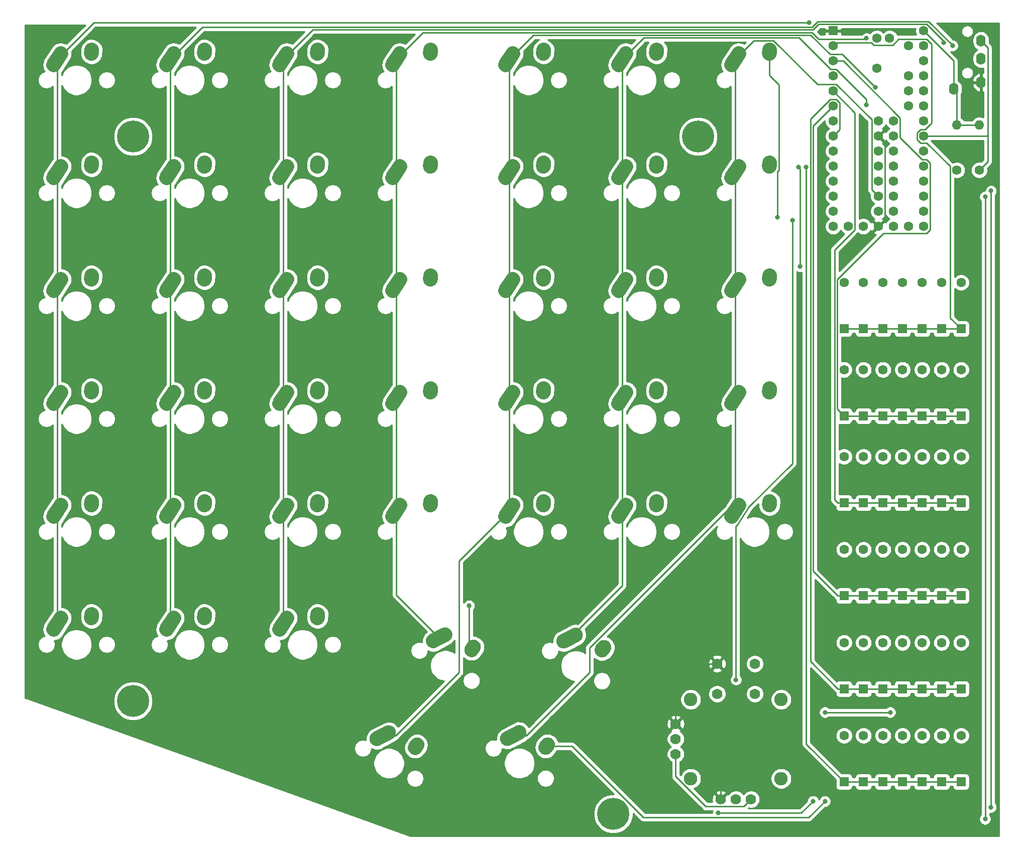
<source format=gbl>
%TF.GenerationSoftware,KiCad,Pcbnew,(5.1.9)-1*%
%TF.CreationDate,2021-04-22T01:41:48-06:00*%
%TF.ProjectId,Left Keyboard,4c656674-204b-4657-9962-6f6172642e6b,rev?*%
%TF.SameCoordinates,Original*%
%TF.FileFunction,Copper,L2,Bot*%
%TF.FilePolarity,Positive*%
%FSLAX46Y46*%
G04 Gerber Fmt 4.6, Leading zero omitted, Abs format (unit mm)*
G04 Created by KiCad (PCBNEW (5.1.9)-1) date 2021-04-22 01:41:48*
%MOMM*%
%LPD*%
G01*
G04 APERTURE LIST*
%TA.AperFunction,ComponentPad*%
%ADD10R,1.600000X1.600000*%
%TD*%
%TA.AperFunction,ComponentPad*%
%ADD11C,1.600000*%
%TD*%
%TA.AperFunction,ComponentPad*%
%ADD12O,1.600000X1.600000*%
%TD*%
%TA.AperFunction,ComponentPad*%
%ADD13O,1.600000X2.000000*%
%TD*%
%TA.AperFunction,ComponentPad*%
%ADD14C,1.778000*%
%TD*%
%TA.AperFunction,ComponentPad*%
%ADD15C,2.286000*%
%TD*%
%TA.AperFunction,ComponentPad*%
%ADD16C,5.400000*%
%TD*%
%TA.AperFunction,ViaPad*%
%ADD17C,0.800000*%
%TD*%
%TA.AperFunction,Conductor*%
%ADD18C,0.250000*%
%TD*%
%TA.AperFunction,Conductor*%
%ADD19C,0.254000*%
%TD*%
%TA.AperFunction,Conductor*%
%ADD20C,0.100000*%
%TD*%
G04 APERTURE END LIST*
%TO.P,K6-2,2*%
%TO.N,Net-(D6-2-Pad2)*%
%TA.AperFunction,ComponentPad*%
G36*
G01*
X172328171Y-44776809D02*
X172367619Y-44198153D01*
G75*
G02*
X173699743Y-43036067I1247105J-85019D01*
G01*
X173699743Y-43036067D01*
G75*
G02*
X174861829Y-44368191I-85019J-1247105D01*
G01*
X174822381Y-44946847D01*
G75*
G02*
X173490257Y-46108933I-1247105J85019D01*
G01*
X173490257Y-46108933D01*
G75*
G02*
X172328171Y-44776809I85019J1247105D01*
G01*
G37*
%TD.AperFunction*%
%TO.P,K6-2,1*%
%TO.N,col6*%
%TA.AperFunction,ComponentPad*%
G36*
G01*
X166161299Y-46119690D02*
X167370223Y-44222060D01*
G75*
G02*
X169096087Y-43839446I1054239J-671625D01*
G01*
X169096087Y-43839446D01*
G75*
G02*
X169478701Y-45565310I-671625J-1054239D01*
G01*
X168269777Y-47462940D01*
G75*
G02*
X166543913Y-47845554I-1054239J671625D01*
G01*
X166543913Y-47845554D01*
G75*
G02*
X166161299Y-46119690I671625J1054239D01*
G01*
G37*
%TD.AperFunction*%
%TD*%
D10*
%TO.P,D1-1,1*%
%TO.N,row1*%
X205212500Y-72275000D03*
D11*
%TO.P,D1-1,2*%
%TO.N,Net-(D1-1-Pad2)*%
X205212500Y-64475000D03*
%TD*%
%TO.P,D1-2,2*%
%TO.N,Net-(D1-2-Pad2)*%
X205212500Y-79162500D03*
D10*
%TO.P,D1-2,1*%
%TO.N,row2*%
X205212500Y-86962500D03*
%TD*%
%TO.P,D1-3,1*%
%TO.N,row3*%
X205212500Y-101650000D03*
D11*
%TO.P,D1-3,2*%
%TO.N,Net-(D1-3-Pad2)*%
X205212500Y-93850000D03*
%TD*%
%TO.P,D1-4,2*%
%TO.N,Net-(D1-4-Pad2)*%
X205212500Y-109537500D03*
D10*
%TO.P,D1-4,1*%
%TO.N,row4*%
X205212500Y-117337500D03*
%TD*%
%TO.P,D1-5,1*%
%TO.N,row5*%
X205212500Y-133025000D03*
D11*
%TO.P,D1-5,2*%
%TO.N,Net-(D1-5-Pad2)*%
X205212500Y-125225000D03*
%TD*%
%TO.P,D1-6,2*%
%TO.N,Net-(D1-6-Pad2)*%
X205212500Y-140912500D03*
D10*
%TO.P,D1-6,1*%
%TO.N,row6*%
X205212500Y-148712500D03*
%TD*%
%TO.P,D2-1,1*%
%TO.N,row1*%
X208500000Y-72275000D03*
D11*
%TO.P,D2-1,2*%
%TO.N,Net-(D2-1-Pad2)*%
X208500000Y-64475000D03*
%TD*%
%TO.P,D2-2,2*%
%TO.N,Net-(D2-2-Pad2)*%
X208500000Y-79162500D03*
D10*
%TO.P,D2-2,1*%
%TO.N,row2*%
X208500000Y-86962500D03*
%TD*%
%TO.P,D2-3,1*%
%TO.N,row3*%
X208500000Y-101650000D03*
D11*
%TO.P,D2-3,2*%
%TO.N,Net-(D2-3-Pad2)*%
X208500000Y-93850000D03*
%TD*%
%TO.P,D2-4,2*%
%TO.N,Net-(D2-4-Pad2)*%
X208500000Y-109537500D03*
D10*
%TO.P,D2-4,1*%
%TO.N,row4*%
X208500000Y-117337500D03*
%TD*%
%TO.P,D2-5,1*%
%TO.N,row5*%
X208500000Y-133025000D03*
D11*
%TO.P,D2-5,2*%
%TO.N,Net-(D2-5-Pad2)*%
X208500000Y-125225000D03*
%TD*%
%TO.P,D2-6,2*%
%TO.N,Net-(D2-6-Pad2)*%
X208500000Y-140912500D03*
D10*
%TO.P,D2-6,1*%
%TO.N,row6*%
X208500000Y-148712500D03*
%TD*%
%TO.P,D3-1,1*%
%TO.N,row1*%
X211787500Y-72275000D03*
D11*
%TO.P,D3-1,2*%
%TO.N,Net-(D3-1-Pad2)*%
X211787500Y-64475000D03*
%TD*%
%TO.P,D3-2,2*%
%TO.N,Net-(D3-2-Pad2)*%
X211787500Y-79162500D03*
D10*
%TO.P,D3-2,1*%
%TO.N,row2*%
X211787500Y-86962500D03*
%TD*%
%TO.P,D3-3,1*%
%TO.N,row3*%
X211787500Y-101650000D03*
D11*
%TO.P,D3-3,2*%
%TO.N,Net-(D3-3-Pad2)*%
X211787500Y-93850000D03*
%TD*%
%TO.P,D3-4,2*%
%TO.N,Net-(D3-4-Pad2)*%
X211787500Y-109537500D03*
D10*
%TO.P,D3-4,1*%
%TO.N,row4*%
X211787500Y-117337500D03*
%TD*%
%TO.P,D3-5,1*%
%TO.N,row5*%
X211787500Y-133025000D03*
D11*
%TO.P,D3-5,2*%
%TO.N,Net-(D3-5-Pad2)*%
X211787500Y-125225000D03*
%TD*%
%TO.P,D3-6,2*%
%TO.N,Net-(D3-6-Pad2)*%
X211787500Y-140912500D03*
D10*
%TO.P,D3-6,1*%
%TO.N,row6*%
X211787500Y-148712500D03*
%TD*%
D11*
%TO.P,D4-1,2*%
%TO.N,Net-(D4-1-Pad2)*%
X215075000Y-64475000D03*
D10*
%TO.P,D4-1,1*%
%TO.N,row1*%
X215075000Y-72275000D03*
%TD*%
%TO.P,D4-2,1*%
%TO.N,row2*%
X215075000Y-86962500D03*
D11*
%TO.P,D4-2,2*%
%TO.N,Net-(D4-2-Pad2)*%
X215075000Y-79162500D03*
%TD*%
D10*
%TO.P,D4-3,1*%
%TO.N,row3*%
X215075000Y-101650000D03*
D11*
%TO.P,D4-3,2*%
%TO.N,Net-(D4-3-Pad2)*%
X215075000Y-93850000D03*
%TD*%
%TO.P,D4-4,2*%
%TO.N,Net-(D4-4-Pad2)*%
X215075000Y-109537500D03*
D10*
%TO.P,D4-4,1*%
%TO.N,row4*%
X215075000Y-117337500D03*
%TD*%
%TO.P,D4-5,1*%
%TO.N,row5*%
X215075000Y-133025000D03*
D11*
%TO.P,D4-5,2*%
%TO.N,Net-(D4-5-Pad2)*%
X215075000Y-125225000D03*
%TD*%
%TO.P,D4-6,2*%
%TO.N,Net-(D4-6-Pad2)*%
X215075000Y-140912500D03*
D10*
%TO.P,D4-6,1*%
%TO.N,row6*%
X215075000Y-148712500D03*
%TD*%
D11*
%TO.P,D5-1,2*%
%TO.N,Net-(D5-1-Pad2)*%
X218362500Y-64475000D03*
D10*
%TO.P,D5-1,1*%
%TO.N,row1*%
X218362500Y-72275000D03*
%TD*%
%TO.P,D5-2,1*%
%TO.N,row2*%
X218362500Y-86962500D03*
D11*
%TO.P,D5-2,2*%
%TO.N,Net-(D5-2-Pad2)*%
X218362500Y-79162500D03*
%TD*%
%TO.P,D5-3,2*%
%TO.N,Net-(D5-3-Pad2)*%
X218362500Y-93850000D03*
D10*
%TO.P,D5-3,1*%
%TO.N,row3*%
X218362500Y-101650000D03*
%TD*%
%TO.P,D5-4,1*%
%TO.N,row4*%
X218362500Y-117337500D03*
D11*
%TO.P,D5-4,2*%
%TO.N,Net-(D5-4-Pad2)*%
X218362500Y-109537500D03*
%TD*%
%TO.P,D5-5,2*%
%TO.N,Net-(D5-5-Pad2)*%
X218362500Y-125225000D03*
D10*
%TO.P,D5-5,1*%
%TO.N,row5*%
X218362500Y-133025000D03*
%TD*%
%TO.P,D5-6,1*%
%TO.N,row6*%
X218362500Y-148712500D03*
D11*
%TO.P,D5-6,2*%
%TO.N,Net-(D5-6-Pad2)*%
X218362500Y-140912500D03*
%TD*%
%TO.P,D6-1,2*%
%TO.N,Net-(D6-1-Pad2)*%
X221650000Y-64475000D03*
D10*
%TO.P,D6-1,1*%
%TO.N,row1*%
X221650000Y-72275000D03*
%TD*%
%TO.P,D6-2,1*%
%TO.N,row2*%
X221650000Y-86962500D03*
D11*
%TO.P,D6-2,2*%
%TO.N,Net-(D6-2-Pad2)*%
X221650000Y-79162500D03*
%TD*%
%TO.P,D6-3,2*%
%TO.N,Net-(D6-3-Pad2)*%
X221650000Y-93850000D03*
D10*
%TO.P,D6-3,1*%
%TO.N,row3*%
X221650000Y-101650000D03*
%TD*%
%TO.P,D6-4,1*%
%TO.N,row4*%
X221650000Y-117337500D03*
D11*
%TO.P,D6-4,2*%
%TO.N,Net-(D6-4-Pad2)*%
X221650000Y-109537500D03*
%TD*%
%TO.P,D6-5,2*%
%TO.N,Net-(D6-5-Pad2)*%
X221650000Y-125225000D03*
D10*
%TO.P,D6-5,1*%
%TO.N,row5*%
X221650000Y-133025000D03*
%TD*%
%TO.P,D6-6,1*%
%TO.N,row6*%
X221650000Y-148712500D03*
D11*
%TO.P,D6-6,2*%
%TO.N,Net-(D6-6-Pad2)*%
X221650000Y-140912500D03*
%TD*%
%TO.P,D7-1,2*%
%TO.N,Net-(D7-1-Pad2)*%
X224937500Y-64475000D03*
D10*
%TO.P,D7-1,1*%
%TO.N,row1*%
X224937500Y-72275000D03*
%TD*%
%TO.P,D7-2,1*%
%TO.N,row2*%
X224937500Y-86962500D03*
D11*
%TO.P,D7-2,2*%
%TO.N,Net-(D7-2-Pad2)*%
X224937500Y-79162500D03*
%TD*%
%TO.P,D7-3,2*%
%TO.N,Net-(D7-3-Pad2)*%
X224937500Y-93850000D03*
D10*
%TO.P,D7-3,1*%
%TO.N,row3*%
X224937500Y-101650000D03*
%TD*%
%TO.P,D7-4,1*%
%TO.N,row4*%
X224937500Y-117337500D03*
D11*
%TO.P,D7-4,2*%
%TO.N,Net-(D7-4-Pad2)*%
X224937500Y-109537500D03*
%TD*%
%TO.P,D7-5,2*%
%TO.N,Net-(D7-5-Pad2)*%
X224937500Y-125225000D03*
D10*
%TO.P,D7-5,1*%
%TO.N,row5*%
X224937500Y-133025000D03*
%TD*%
%TO.P,D7-6,1*%
%TO.N,row6*%
X224937500Y-148712500D03*
D11*
%TO.P,D7-6,2*%
%TO.N,Net-(D7-6-Pad2)*%
X224937500Y-140912500D03*
%TD*%
%TO.P,K1-1,2*%
%TO.N,Net-(D1-1-Pad2)*%
%TA.AperFunction,ComponentPad*%
G36*
G01*
X77078171Y-25726809D02*
X77117619Y-25148153D01*
G75*
G02*
X78449743Y-23986067I1247105J-85019D01*
G01*
X78449743Y-23986067D01*
G75*
G02*
X79611829Y-25318191I-85019J-1247105D01*
G01*
X79572381Y-25896847D01*
G75*
G02*
X78240257Y-27058933I-1247105J85019D01*
G01*
X78240257Y-27058933D01*
G75*
G02*
X77078171Y-25726809I85019J1247105D01*
G01*
G37*
%TD.AperFunction*%
%TO.P,K1-1,1*%
%TO.N,col1*%
%TA.AperFunction,ComponentPad*%
G36*
G01*
X70911299Y-27069690D02*
X72120223Y-25172060D01*
G75*
G02*
X73846087Y-24789446I1054239J-671625D01*
G01*
X73846087Y-24789446D01*
G75*
G02*
X74228701Y-26515310I-671625J-1054239D01*
G01*
X73019777Y-28412940D01*
G75*
G02*
X71293913Y-28795554I-1054239J671625D01*
G01*
X71293913Y-28795554D01*
G75*
G02*
X70911299Y-27069690I671625J1054239D01*
G01*
G37*
%TD.AperFunction*%
%TD*%
%TO.P,K1-2,1*%
%TO.N,col1*%
%TA.AperFunction,ComponentPad*%
G36*
G01*
X70911299Y-46119690D02*
X72120223Y-44222060D01*
G75*
G02*
X73846087Y-43839446I1054239J-671625D01*
G01*
X73846087Y-43839446D01*
G75*
G02*
X74228701Y-45565310I-671625J-1054239D01*
G01*
X73019777Y-47462940D01*
G75*
G02*
X71293913Y-47845554I-1054239J671625D01*
G01*
X71293913Y-47845554D01*
G75*
G02*
X70911299Y-46119690I671625J1054239D01*
G01*
G37*
%TD.AperFunction*%
%TO.P,K1-2,2*%
%TO.N,Net-(D1-2-Pad2)*%
%TA.AperFunction,ComponentPad*%
G36*
G01*
X77078171Y-44776809D02*
X77117619Y-44198153D01*
G75*
G02*
X78449743Y-43036067I1247105J-85019D01*
G01*
X78449743Y-43036067D01*
G75*
G02*
X79611829Y-44368191I-85019J-1247105D01*
G01*
X79572381Y-44946847D01*
G75*
G02*
X78240257Y-46108933I-1247105J85019D01*
G01*
X78240257Y-46108933D01*
G75*
G02*
X77078171Y-44776809I85019J1247105D01*
G01*
G37*
%TD.AperFunction*%
%TD*%
%TO.P,K1-3,1*%
%TO.N,col1*%
%TA.AperFunction,ComponentPad*%
G36*
G01*
X70911299Y-65169690D02*
X72120223Y-63272060D01*
G75*
G02*
X73846087Y-62889446I1054239J-671625D01*
G01*
X73846087Y-62889446D01*
G75*
G02*
X74228701Y-64615310I-671625J-1054239D01*
G01*
X73019777Y-66512940D01*
G75*
G02*
X71293913Y-66895554I-1054239J671625D01*
G01*
X71293913Y-66895554D01*
G75*
G02*
X70911299Y-65169690I671625J1054239D01*
G01*
G37*
%TD.AperFunction*%
%TO.P,K1-3,2*%
%TO.N,Net-(D1-3-Pad2)*%
%TA.AperFunction,ComponentPad*%
G36*
G01*
X77078171Y-63826809D02*
X77117619Y-63248153D01*
G75*
G02*
X78449743Y-62086067I1247105J-85019D01*
G01*
X78449743Y-62086067D01*
G75*
G02*
X79611829Y-63418191I-85019J-1247105D01*
G01*
X79572381Y-63996847D01*
G75*
G02*
X78240257Y-65158933I-1247105J85019D01*
G01*
X78240257Y-65158933D01*
G75*
G02*
X77078171Y-63826809I85019J1247105D01*
G01*
G37*
%TD.AperFunction*%
%TD*%
%TO.P,K1-4,2*%
%TO.N,Net-(D1-4-Pad2)*%
%TA.AperFunction,ComponentPad*%
G36*
G01*
X77078171Y-82876809D02*
X77117619Y-82298153D01*
G75*
G02*
X78449743Y-81136067I1247105J-85019D01*
G01*
X78449743Y-81136067D01*
G75*
G02*
X79611829Y-82468191I-85019J-1247105D01*
G01*
X79572381Y-83046847D01*
G75*
G02*
X78240257Y-84208933I-1247105J85019D01*
G01*
X78240257Y-84208933D01*
G75*
G02*
X77078171Y-82876809I85019J1247105D01*
G01*
G37*
%TD.AperFunction*%
%TO.P,K1-4,1*%
%TO.N,col1*%
%TA.AperFunction,ComponentPad*%
G36*
G01*
X70911299Y-84219690D02*
X72120223Y-82322060D01*
G75*
G02*
X73846087Y-81939446I1054239J-671625D01*
G01*
X73846087Y-81939446D01*
G75*
G02*
X74228701Y-83665310I-671625J-1054239D01*
G01*
X73019777Y-85562940D01*
G75*
G02*
X71293913Y-85945554I-1054239J671625D01*
G01*
X71293913Y-85945554D01*
G75*
G02*
X70911299Y-84219690I671625J1054239D01*
G01*
G37*
%TD.AperFunction*%
%TD*%
%TO.P,K1-5,2*%
%TO.N,Net-(D1-5-Pad2)*%
%TA.AperFunction,ComponentPad*%
G36*
G01*
X77078171Y-101926809D02*
X77117619Y-101348153D01*
G75*
G02*
X78449743Y-100186067I1247105J-85019D01*
G01*
X78449743Y-100186067D01*
G75*
G02*
X79611829Y-101518191I-85019J-1247105D01*
G01*
X79572381Y-102096847D01*
G75*
G02*
X78240257Y-103258933I-1247105J85019D01*
G01*
X78240257Y-103258933D01*
G75*
G02*
X77078171Y-101926809I85019J1247105D01*
G01*
G37*
%TD.AperFunction*%
%TO.P,K1-5,1*%
%TO.N,col1*%
%TA.AperFunction,ComponentPad*%
G36*
G01*
X70911299Y-103269690D02*
X72120223Y-101372060D01*
G75*
G02*
X73846087Y-100989446I1054239J-671625D01*
G01*
X73846087Y-100989446D01*
G75*
G02*
X74228701Y-102715310I-671625J-1054239D01*
G01*
X73019777Y-104612940D01*
G75*
G02*
X71293913Y-104995554I-1054239J671625D01*
G01*
X71293913Y-104995554D01*
G75*
G02*
X70911299Y-103269690I671625J1054239D01*
G01*
G37*
%TD.AperFunction*%
%TD*%
%TO.P,K1-6,1*%
%TO.N,col1*%
%TA.AperFunction,ComponentPad*%
G36*
G01*
X70911299Y-122319690D02*
X72120223Y-120422060D01*
G75*
G02*
X73846087Y-120039446I1054239J-671625D01*
G01*
X73846087Y-120039446D01*
G75*
G02*
X74228701Y-121765310I-671625J-1054239D01*
G01*
X73019777Y-123662940D01*
G75*
G02*
X71293913Y-124045554I-1054239J671625D01*
G01*
X71293913Y-124045554D01*
G75*
G02*
X70911299Y-122319690I671625J1054239D01*
G01*
G37*
%TD.AperFunction*%
%TO.P,K1-6,2*%
%TO.N,Net-(D1-6-Pad2)*%
%TA.AperFunction,ComponentPad*%
G36*
G01*
X77078171Y-120976809D02*
X77117619Y-120398153D01*
G75*
G02*
X78449743Y-119236067I1247105J-85019D01*
G01*
X78449743Y-119236067D01*
G75*
G02*
X79611829Y-120568191I-85019J-1247105D01*
G01*
X79572381Y-121146847D01*
G75*
G02*
X78240257Y-122308933I-1247105J85019D01*
G01*
X78240257Y-122308933D01*
G75*
G02*
X77078171Y-120976809I85019J1247105D01*
G01*
G37*
%TD.AperFunction*%
%TD*%
%TO.P,K2-1,2*%
%TO.N,Net-(D2-1-Pad2)*%
%TA.AperFunction,ComponentPad*%
G36*
G01*
X96128171Y-25726809D02*
X96167619Y-25148153D01*
G75*
G02*
X97499743Y-23986067I1247105J-85019D01*
G01*
X97499743Y-23986067D01*
G75*
G02*
X98661829Y-25318191I-85019J-1247105D01*
G01*
X98622381Y-25896847D01*
G75*
G02*
X97290257Y-27058933I-1247105J85019D01*
G01*
X97290257Y-27058933D01*
G75*
G02*
X96128171Y-25726809I85019J1247105D01*
G01*
G37*
%TD.AperFunction*%
%TO.P,K2-1,1*%
%TO.N,col2*%
%TA.AperFunction,ComponentPad*%
G36*
G01*
X89961299Y-27069690D02*
X91170223Y-25172060D01*
G75*
G02*
X92896087Y-24789446I1054239J-671625D01*
G01*
X92896087Y-24789446D01*
G75*
G02*
X93278701Y-26515310I-671625J-1054239D01*
G01*
X92069777Y-28412940D01*
G75*
G02*
X90343913Y-28795554I-1054239J671625D01*
G01*
X90343913Y-28795554D01*
G75*
G02*
X89961299Y-27069690I671625J1054239D01*
G01*
G37*
%TD.AperFunction*%
%TD*%
%TO.P,K2-2,1*%
%TO.N,col2*%
%TA.AperFunction,ComponentPad*%
G36*
G01*
X89961299Y-46119690D02*
X91170223Y-44222060D01*
G75*
G02*
X92896087Y-43839446I1054239J-671625D01*
G01*
X92896087Y-43839446D01*
G75*
G02*
X93278701Y-45565310I-671625J-1054239D01*
G01*
X92069777Y-47462940D01*
G75*
G02*
X90343913Y-47845554I-1054239J671625D01*
G01*
X90343913Y-47845554D01*
G75*
G02*
X89961299Y-46119690I671625J1054239D01*
G01*
G37*
%TD.AperFunction*%
%TO.P,K2-2,2*%
%TO.N,Net-(D2-2-Pad2)*%
%TA.AperFunction,ComponentPad*%
G36*
G01*
X96128171Y-44776809D02*
X96167619Y-44198153D01*
G75*
G02*
X97499743Y-43036067I1247105J-85019D01*
G01*
X97499743Y-43036067D01*
G75*
G02*
X98661829Y-44368191I-85019J-1247105D01*
G01*
X98622381Y-44946847D01*
G75*
G02*
X97290257Y-46108933I-1247105J85019D01*
G01*
X97290257Y-46108933D01*
G75*
G02*
X96128171Y-44776809I85019J1247105D01*
G01*
G37*
%TD.AperFunction*%
%TD*%
%TO.P,K2-3,2*%
%TO.N,Net-(D2-3-Pad2)*%
%TA.AperFunction,ComponentPad*%
G36*
G01*
X96128171Y-63826809D02*
X96167619Y-63248153D01*
G75*
G02*
X97499743Y-62086067I1247105J-85019D01*
G01*
X97499743Y-62086067D01*
G75*
G02*
X98661829Y-63418191I-85019J-1247105D01*
G01*
X98622381Y-63996847D01*
G75*
G02*
X97290257Y-65158933I-1247105J85019D01*
G01*
X97290257Y-65158933D01*
G75*
G02*
X96128171Y-63826809I85019J1247105D01*
G01*
G37*
%TD.AperFunction*%
%TO.P,K2-3,1*%
%TO.N,col2*%
%TA.AperFunction,ComponentPad*%
G36*
G01*
X89961299Y-65169690D02*
X91170223Y-63272060D01*
G75*
G02*
X92896087Y-62889446I1054239J-671625D01*
G01*
X92896087Y-62889446D01*
G75*
G02*
X93278701Y-64615310I-671625J-1054239D01*
G01*
X92069777Y-66512940D01*
G75*
G02*
X90343913Y-66895554I-1054239J671625D01*
G01*
X90343913Y-66895554D01*
G75*
G02*
X89961299Y-65169690I671625J1054239D01*
G01*
G37*
%TD.AperFunction*%
%TD*%
%TO.P,K2-4,1*%
%TO.N,col2*%
%TA.AperFunction,ComponentPad*%
G36*
G01*
X89961299Y-84219690D02*
X91170223Y-82322060D01*
G75*
G02*
X92896087Y-81939446I1054239J-671625D01*
G01*
X92896087Y-81939446D01*
G75*
G02*
X93278701Y-83665310I-671625J-1054239D01*
G01*
X92069777Y-85562940D01*
G75*
G02*
X90343913Y-85945554I-1054239J671625D01*
G01*
X90343913Y-85945554D01*
G75*
G02*
X89961299Y-84219690I671625J1054239D01*
G01*
G37*
%TD.AperFunction*%
%TO.P,K2-4,2*%
%TO.N,Net-(D2-4-Pad2)*%
%TA.AperFunction,ComponentPad*%
G36*
G01*
X96128171Y-82876809D02*
X96167619Y-82298153D01*
G75*
G02*
X97499743Y-81136067I1247105J-85019D01*
G01*
X97499743Y-81136067D01*
G75*
G02*
X98661829Y-82468191I-85019J-1247105D01*
G01*
X98622381Y-83046847D01*
G75*
G02*
X97290257Y-84208933I-1247105J85019D01*
G01*
X97290257Y-84208933D01*
G75*
G02*
X96128171Y-82876809I85019J1247105D01*
G01*
G37*
%TD.AperFunction*%
%TD*%
%TO.P,K2-5,2*%
%TO.N,Net-(D2-5-Pad2)*%
%TA.AperFunction,ComponentPad*%
G36*
G01*
X96128171Y-101926809D02*
X96167619Y-101348153D01*
G75*
G02*
X97499743Y-100186067I1247105J-85019D01*
G01*
X97499743Y-100186067D01*
G75*
G02*
X98661829Y-101518191I-85019J-1247105D01*
G01*
X98622381Y-102096847D01*
G75*
G02*
X97290257Y-103258933I-1247105J85019D01*
G01*
X97290257Y-103258933D01*
G75*
G02*
X96128171Y-101926809I85019J1247105D01*
G01*
G37*
%TD.AperFunction*%
%TO.P,K2-5,1*%
%TO.N,col2*%
%TA.AperFunction,ComponentPad*%
G36*
G01*
X89961299Y-103269690D02*
X91170223Y-101372060D01*
G75*
G02*
X92896087Y-100989446I1054239J-671625D01*
G01*
X92896087Y-100989446D01*
G75*
G02*
X93278701Y-102715310I-671625J-1054239D01*
G01*
X92069777Y-104612940D01*
G75*
G02*
X90343913Y-104995554I-1054239J671625D01*
G01*
X90343913Y-104995554D01*
G75*
G02*
X89961299Y-103269690I671625J1054239D01*
G01*
G37*
%TD.AperFunction*%
%TD*%
%TO.P,K2-6,1*%
%TO.N,col2*%
%TA.AperFunction,ComponentPad*%
G36*
G01*
X89961299Y-122319690D02*
X91170223Y-120422060D01*
G75*
G02*
X92896087Y-120039446I1054239J-671625D01*
G01*
X92896087Y-120039446D01*
G75*
G02*
X93278701Y-121765310I-671625J-1054239D01*
G01*
X92069777Y-123662940D01*
G75*
G02*
X90343913Y-124045554I-1054239J671625D01*
G01*
X90343913Y-124045554D01*
G75*
G02*
X89961299Y-122319690I671625J1054239D01*
G01*
G37*
%TD.AperFunction*%
%TO.P,K2-6,2*%
%TO.N,Net-(D2-6-Pad2)*%
%TA.AperFunction,ComponentPad*%
G36*
G01*
X96128171Y-120976809D02*
X96167619Y-120398153D01*
G75*
G02*
X97499743Y-119236067I1247105J-85019D01*
G01*
X97499743Y-119236067D01*
G75*
G02*
X98661829Y-120568191I-85019J-1247105D01*
G01*
X98622381Y-121146847D01*
G75*
G02*
X97290257Y-122308933I-1247105J85019D01*
G01*
X97290257Y-122308933D01*
G75*
G02*
X96128171Y-120976809I85019J1247105D01*
G01*
G37*
%TD.AperFunction*%
%TD*%
%TO.P,K3-1,1*%
%TO.N,col3*%
%TA.AperFunction,ComponentPad*%
G36*
G01*
X109011299Y-27069690D02*
X110220223Y-25172060D01*
G75*
G02*
X111946087Y-24789446I1054239J-671625D01*
G01*
X111946087Y-24789446D01*
G75*
G02*
X112328701Y-26515310I-671625J-1054239D01*
G01*
X111119777Y-28412940D01*
G75*
G02*
X109393913Y-28795554I-1054239J671625D01*
G01*
X109393913Y-28795554D01*
G75*
G02*
X109011299Y-27069690I671625J1054239D01*
G01*
G37*
%TD.AperFunction*%
%TO.P,K3-1,2*%
%TO.N,Net-(D3-1-Pad2)*%
%TA.AperFunction,ComponentPad*%
G36*
G01*
X115178171Y-25726809D02*
X115217619Y-25148153D01*
G75*
G02*
X116549743Y-23986067I1247105J-85019D01*
G01*
X116549743Y-23986067D01*
G75*
G02*
X117711829Y-25318191I-85019J-1247105D01*
G01*
X117672381Y-25896847D01*
G75*
G02*
X116340257Y-27058933I-1247105J85019D01*
G01*
X116340257Y-27058933D01*
G75*
G02*
X115178171Y-25726809I85019J1247105D01*
G01*
G37*
%TD.AperFunction*%
%TD*%
%TO.P,K3-2,1*%
%TO.N,col3*%
%TA.AperFunction,ComponentPad*%
G36*
G01*
X109011299Y-46119690D02*
X110220223Y-44222060D01*
G75*
G02*
X111946087Y-43839446I1054239J-671625D01*
G01*
X111946087Y-43839446D01*
G75*
G02*
X112328701Y-45565310I-671625J-1054239D01*
G01*
X111119777Y-47462940D01*
G75*
G02*
X109393913Y-47845554I-1054239J671625D01*
G01*
X109393913Y-47845554D01*
G75*
G02*
X109011299Y-46119690I671625J1054239D01*
G01*
G37*
%TD.AperFunction*%
%TO.P,K3-2,2*%
%TO.N,Net-(D3-2-Pad2)*%
%TA.AperFunction,ComponentPad*%
G36*
G01*
X115178171Y-44776809D02*
X115217619Y-44198153D01*
G75*
G02*
X116549743Y-43036067I1247105J-85019D01*
G01*
X116549743Y-43036067D01*
G75*
G02*
X117711829Y-44368191I-85019J-1247105D01*
G01*
X117672381Y-44946847D01*
G75*
G02*
X116340257Y-46108933I-1247105J85019D01*
G01*
X116340257Y-46108933D01*
G75*
G02*
X115178171Y-44776809I85019J1247105D01*
G01*
G37*
%TD.AperFunction*%
%TD*%
%TO.P,K3-3,2*%
%TO.N,Net-(D3-3-Pad2)*%
%TA.AperFunction,ComponentPad*%
G36*
G01*
X115178171Y-63826809D02*
X115217619Y-63248153D01*
G75*
G02*
X116549743Y-62086067I1247105J-85019D01*
G01*
X116549743Y-62086067D01*
G75*
G02*
X117711829Y-63418191I-85019J-1247105D01*
G01*
X117672381Y-63996847D01*
G75*
G02*
X116340257Y-65158933I-1247105J85019D01*
G01*
X116340257Y-65158933D01*
G75*
G02*
X115178171Y-63826809I85019J1247105D01*
G01*
G37*
%TD.AperFunction*%
%TO.P,K3-3,1*%
%TO.N,col3*%
%TA.AperFunction,ComponentPad*%
G36*
G01*
X109011299Y-65169690D02*
X110220223Y-63272060D01*
G75*
G02*
X111946087Y-62889446I1054239J-671625D01*
G01*
X111946087Y-62889446D01*
G75*
G02*
X112328701Y-64615310I-671625J-1054239D01*
G01*
X111119777Y-66512940D01*
G75*
G02*
X109393913Y-66895554I-1054239J671625D01*
G01*
X109393913Y-66895554D01*
G75*
G02*
X109011299Y-65169690I671625J1054239D01*
G01*
G37*
%TD.AperFunction*%
%TD*%
%TO.P,K3-4,1*%
%TO.N,col3*%
%TA.AperFunction,ComponentPad*%
G36*
G01*
X109011299Y-84219690D02*
X110220223Y-82322060D01*
G75*
G02*
X111946087Y-81939446I1054239J-671625D01*
G01*
X111946087Y-81939446D01*
G75*
G02*
X112328701Y-83665310I-671625J-1054239D01*
G01*
X111119777Y-85562940D01*
G75*
G02*
X109393913Y-85945554I-1054239J671625D01*
G01*
X109393913Y-85945554D01*
G75*
G02*
X109011299Y-84219690I671625J1054239D01*
G01*
G37*
%TD.AperFunction*%
%TO.P,K3-4,2*%
%TO.N,Net-(D3-4-Pad2)*%
%TA.AperFunction,ComponentPad*%
G36*
G01*
X115178171Y-82876809D02*
X115217619Y-82298153D01*
G75*
G02*
X116549743Y-81136067I1247105J-85019D01*
G01*
X116549743Y-81136067D01*
G75*
G02*
X117711829Y-82468191I-85019J-1247105D01*
G01*
X117672381Y-83046847D01*
G75*
G02*
X116340257Y-84208933I-1247105J85019D01*
G01*
X116340257Y-84208933D01*
G75*
G02*
X115178171Y-82876809I85019J1247105D01*
G01*
G37*
%TD.AperFunction*%
%TD*%
%TO.P,K3-5,2*%
%TO.N,Net-(D3-5-Pad2)*%
%TA.AperFunction,ComponentPad*%
G36*
G01*
X115178171Y-101926809D02*
X115217619Y-101348153D01*
G75*
G02*
X116549743Y-100186067I1247105J-85019D01*
G01*
X116549743Y-100186067D01*
G75*
G02*
X117711829Y-101518191I-85019J-1247105D01*
G01*
X117672381Y-102096847D01*
G75*
G02*
X116340257Y-103258933I-1247105J85019D01*
G01*
X116340257Y-103258933D01*
G75*
G02*
X115178171Y-101926809I85019J1247105D01*
G01*
G37*
%TD.AperFunction*%
%TO.P,K3-5,1*%
%TO.N,col3*%
%TA.AperFunction,ComponentPad*%
G36*
G01*
X109011299Y-103269690D02*
X110220223Y-101372060D01*
G75*
G02*
X111946087Y-100989446I1054239J-671625D01*
G01*
X111946087Y-100989446D01*
G75*
G02*
X112328701Y-102715310I-671625J-1054239D01*
G01*
X111119777Y-104612940D01*
G75*
G02*
X109393913Y-104995554I-1054239J671625D01*
G01*
X109393913Y-104995554D01*
G75*
G02*
X109011299Y-103269690I671625J1054239D01*
G01*
G37*
%TD.AperFunction*%
%TD*%
%TO.P,K3-6,1*%
%TO.N,col3*%
%TA.AperFunction,ComponentPad*%
G36*
G01*
X109011299Y-122319690D02*
X110220223Y-120422060D01*
G75*
G02*
X111946087Y-120039446I1054239J-671625D01*
G01*
X111946087Y-120039446D01*
G75*
G02*
X112328701Y-121765310I-671625J-1054239D01*
G01*
X111119777Y-123662940D01*
G75*
G02*
X109393913Y-124045554I-1054239J671625D01*
G01*
X109393913Y-124045554D01*
G75*
G02*
X109011299Y-122319690I671625J1054239D01*
G01*
G37*
%TD.AperFunction*%
%TO.P,K3-6,2*%
%TO.N,Net-(D3-6-Pad2)*%
%TA.AperFunction,ComponentPad*%
G36*
G01*
X115178171Y-120976809D02*
X115217619Y-120398153D01*
G75*
G02*
X116549743Y-119236067I1247105J-85019D01*
G01*
X116549743Y-119236067D01*
G75*
G02*
X117711829Y-120568191I-85019J-1247105D01*
G01*
X117672381Y-121146847D01*
G75*
G02*
X116340257Y-122308933I-1247105J85019D01*
G01*
X116340257Y-122308933D01*
G75*
G02*
X115178171Y-120976809I85019J1247105D01*
G01*
G37*
%TD.AperFunction*%
%TD*%
%TO.P,K4-1,2*%
%TO.N,Net-(D4-1-Pad2)*%
%TA.AperFunction,ComponentPad*%
G36*
G01*
X134228171Y-25726809D02*
X134267619Y-25148153D01*
G75*
G02*
X135599743Y-23986067I1247105J-85019D01*
G01*
X135599743Y-23986067D01*
G75*
G02*
X136761829Y-25318191I-85019J-1247105D01*
G01*
X136722381Y-25896847D01*
G75*
G02*
X135390257Y-27058933I-1247105J85019D01*
G01*
X135390257Y-27058933D01*
G75*
G02*
X134228171Y-25726809I85019J1247105D01*
G01*
G37*
%TD.AperFunction*%
%TO.P,K4-1,1*%
%TO.N,col4*%
%TA.AperFunction,ComponentPad*%
G36*
G01*
X128061299Y-27069690D02*
X129270223Y-25172060D01*
G75*
G02*
X130996087Y-24789446I1054239J-671625D01*
G01*
X130996087Y-24789446D01*
G75*
G02*
X131378701Y-26515310I-671625J-1054239D01*
G01*
X130169777Y-28412940D01*
G75*
G02*
X128443913Y-28795554I-1054239J671625D01*
G01*
X128443913Y-28795554D01*
G75*
G02*
X128061299Y-27069690I671625J1054239D01*
G01*
G37*
%TD.AperFunction*%
%TD*%
%TO.P,K4-2,1*%
%TO.N,col4*%
%TA.AperFunction,ComponentPad*%
G36*
G01*
X128061299Y-46119690D02*
X129270223Y-44222060D01*
G75*
G02*
X130996087Y-43839446I1054239J-671625D01*
G01*
X130996087Y-43839446D01*
G75*
G02*
X131378701Y-45565310I-671625J-1054239D01*
G01*
X130169777Y-47462940D01*
G75*
G02*
X128443913Y-47845554I-1054239J671625D01*
G01*
X128443913Y-47845554D01*
G75*
G02*
X128061299Y-46119690I671625J1054239D01*
G01*
G37*
%TD.AperFunction*%
%TO.P,K4-2,2*%
%TO.N,Net-(D4-2-Pad2)*%
%TA.AperFunction,ComponentPad*%
G36*
G01*
X134228171Y-44776809D02*
X134267619Y-44198153D01*
G75*
G02*
X135599743Y-43036067I1247105J-85019D01*
G01*
X135599743Y-43036067D01*
G75*
G02*
X136761829Y-44368191I-85019J-1247105D01*
G01*
X136722381Y-44946847D01*
G75*
G02*
X135390257Y-46108933I-1247105J85019D01*
G01*
X135390257Y-46108933D01*
G75*
G02*
X134228171Y-44776809I85019J1247105D01*
G01*
G37*
%TD.AperFunction*%
%TD*%
%TO.P,K4-3,2*%
%TO.N,Net-(D4-3-Pad2)*%
%TA.AperFunction,ComponentPad*%
G36*
G01*
X134228171Y-63826809D02*
X134267619Y-63248153D01*
G75*
G02*
X135599743Y-62086067I1247105J-85019D01*
G01*
X135599743Y-62086067D01*
G75*
G02*
X136761829Y-63418191I-85019J-1247105D01*
G01*
X136722381Y-63996847D01*
G75*
G02*
X135390257Y-65158933I-1247105J85019D01*
G01*
X135390257Y-65158933D01*
G75*
G02*
X134228171Y-63826809I85019J1247105D01*
G01*
G37*
%TD.AperFunction*%
%TO.P,K4-3,1*%
%TO.N,col4*%
%TA.AperFunction,ComponentPad*%
G36*
G01*
X128061299Y-65169690D02*
X129270223Y-63272060D01*
G75*
G02*
X130996087Y-62889446I1054239J-671625D01*
G01*
X130996087Y-62889446D01*
G75*
G02*
X131378701Y-64615310I-671625J-1054239D01*
G01*
X130169777Y-66512940D01*
G75*
G02*
X128443913Y-66895554I-1054239J671625D01*
G01*
X128443913Y-66895554D01*
G75*
G02*
X128061299Y-65169690I671625J1054239D01*
G01*
G37*
%TD.AperFunction*%
%TD*%
%TO.P,K4-4,1*%
%TO.N,col4*%
%TA.AperFunction,ComponentPad*%
G36*
G01*
X128061299Y-84219690D02*
X129270223Y-82322060D01*
G75*
G02*
X130996087Y-81939446I1054239J-671625D01*
G01*
X130996087Y-81939446D01*
G75*
G02*
X131378701Y-83665310I-671625J-1054239D01*
G01*
X130169777Y-85562940D01*
G75*
G02*
X128443913Y-85945554I-1054239J671625D01*
G01*
X128443913Y-85945554D01*
G75*
G02*
X128061299Y-84219690I671625J1054239D01*
G01*
G37*
%TD.AperFunction*%
%TO.P,K4-4,2*%
%TO.N,Net-(D4-4-Pad2)*%
%TA.AperFunction,ComponentPad*%
G36*
G01*
X134228171Y-82876809D02*
X134267619Y-82298153D01*
G75*
G02*
X135599743Y-81136067I1247105J-85019D01*
G01*
X135599743Y-81136067D01*
G75*
G02*
X136761829Y-82468191I-85019J-1247105D01*
G01*
X136722381Y-83046847D01*
G75*
G02*
X135390257Y-84208933I-1247105J85019D01*
G01*
X135390257Y-84208933D01*
G75*
G02*
X134228171Y-82876809I85019J1247105D01*
G01*
G37*
%TD.AperFunction*%
%TD*%
%TO.P,K4-5,2*%
%TO.N,Net-(D4-5-Pad2)*%
%TA.AperFunction,ComponentPad*%
G36*
G01*
X134228171Y-101926809D02*
X134267619Y-101348153D01*
G75*
G02*
X135599743Y-100186067I1247105J-85019D01*
G01*
X135599743Y-100186067D01*
G75*
G02*
X136761829Y-101518191I-85019J-1247105D01*
G01*
X136722381Y-102096847D01*
G75*
G02*
X135390257Y-103258933I-1247105J85019D01*
G01*
X135390257Y-103258933D01*
G75*
G02*
X134228171Y-101926809I85019J1247105D01*
G01*
G37*
%TD.AperFunction*%
%TO.P,K4-5,1*%
%TO.N,col4*%
%TA.AperFunction,ComponentPad*%
G36*
G01*
X128061299Y-103269690D02*
X129270223Y-101372060D01*
G75*
G02*
X130996087Y-100989446I1054239J-671625D01*
G01*
X130996087Y-100989446D01*
G75*
G02*
X131378701Y-102715310I-671625J-1054239D01*
G01*
X130169777Y-104612940D01*
G75*
G02*
X128443913Y-104995554I-1054239J671625D01*
G01*
X128443913Y-104995554D01*
G75*
G02*
X128061299Y-103269690I671625J1054239D01*
G01*
G37*
%TD.AperFunction*%
%TD*%
%TO.P,K4-6,1*%
%TO.N,col4*%
%TA.AperFunction,ComponentPad*%
G36*
G01*
X135378514Y-123834794D02*
X137374288Y-122795860D01*
G75*
G02*
X139060238Y-123327438I577186J-1108764D01*
G01*
X139060238Y-123327438D01*
G75*
G02*
X138528660Y-125013388I-1108764J-577186D01*
G01*
X136532886Y-126052322D01*
G75*
G02*
X134846936Y-125520744I-577186J1108764D01*
G01*
X134846936Y-125520744D01*
G75*
G02*
X135378514Y-123834794I1108764J577186D01*
G01*
G37*
%TD.AperFunction*%
%TO.P,K4-6,2*%
%TO.N,Net-(D4-6-Pad2)*%
%TA.AperFunction,ComponentPad*%
G36*
G01*
X141390623Y-125755261D02*
X141714115Y-125273853D01*
G75*
G02*
X143448811Y-124933519I1037515J-697181D01*
G01*
X143448811Y-124933519D01*
G75*
G02*
X143789145Y-126668215I-697181J-1037515D01*
G01*
X143465653Y-127149623D01*
G75*
G02*
X141730957Y-127489957I-1037515J697181D01*
G01*
X141730957Y-127489957D01*
G75*
G02*
X141390623Y-125755261I697181J1037515D01*
G01*
G37*
%TD.AperFunction*%
%TD*%
%TO.P,K5-1,2*%
%TO.N,Net-(D5-1-Pad2)*%
%TA.AperFunction,ComponentPad*%
G36*
G01*
X153278171Y-25726809D02*
X153317619Y-25148153D01*
G75*
G02*
X154649743Y-23986067I1247105J-85019D01*
G01*
X154649743Y-23986067D01*
G75*
G02*
X155811829Y-25318191I-85019J-1247105D01*
G01*
X155772381Y-25896847D01*
G75*
G02*
X154440257Y-27058933I-1247105J85019D01*
G01*
X154440257Y-27058933D01*
G75*
G02*
X153278171Y-25726809I85019J1247105D01*
G01*
G37*
%TD.AperFunction*%
%TO.P,K5-1,1*%
%TO.N,col5*%
%TA.AperFunction,ComponentPad*%
G36*
G01*
X147111299Y-27069690D02*
X148320223Y-25172060D01*
G75*
G02*
X150046087Y-24789446I1054239J-671625D01*
G01*
X150046087Y-24789446D01*
G75*
G02*
X150428701Y-26515310I-671625J-1054239D01*
G01*
X149219777Y-28412940D01*
G75*
G02*
X147493913Y-28795554I-1054239J671625D01*
G01*
X147493913Y-28795554D01*
G75*
G02*
X147111299Y-27069690I671625J1054239D01*
G01*
G37*
%TD.AperFunction*%
%TD*%
%TO.P,K5-2,1*%
%TO.N,col5*%
%TA.AperFunction,ComponentPad*%
G36*
G01*
X147111299Y-46119690D02*
X148320223Y-44222060D01*
G75*
G02*
X150046087Y-43839446I1054239J-671625D01*
G01*
X150046087Y-43839446D01*
G75*
G02*
X150428701Y-45565310I-671625J-1054239D01*
G01*
X149219777Y-47462940D01*
G75*
G02*
X147493913Y-47845554I-1054239J671625D01*
G01*
X147493913Y-47845554D01*
G75*
G02*
X147111299Y-46119690I671625J1054239D01*
G01*
G37*
%TD.AperFunction*%
%TO.P,K5-2,2*%
%TO.N,Net-(D5-2-Pad2)*%
%TA.AperFunction,ComponentPad*%
G36*
G01*
X153278171Y-44776809D02*
X153317619Y-44198153D01*
G75*
G02*
X154649743Y-43036067I1247105J-85019D01*
G01*
X154649743Y-43036067D01*
G75*
G02*
X155811829Y-44368191I-85019J-1247105D01*
G01*
X155772381Y-44946847D01*
G75*
G02*
X154440257Y-46108933I-1247105J85019D01*
G01*
X154440257Y-46108933D01*
G75*
G02*
X153278171Y-44776809I85019J1247105D01*
G01*
G37*
%TD.AperFunction*%
%TD*%
%TO.P,K5-3,2*%
%TO.N,Net-(D5-3-Pad2)*%
%TA.AperFunction,ComponentPad*%
G36*
G01*
X153278171Y-63826809D02*
X153317619Y-63248153D01*
G75*
G02*
X154649743Y-62086067I1247105J-85019D01*
G01*
X154649743Y-62086067D01*
G75*
G02*
X155811829Y-63418191I-85019J-1247105D01*
G01*
X155772381Y-63996847D01*
G75*
G02*
X154440257Y-65158933I-1247105J85019D01*
G01*
X154440257Y-65158933D01*
G75*
G02*
X153278171Y-63826809I85019J1247105D01*
G01*
G37*
%TD.AperFunction*%
%TO.P,K5-3,1*%
%TO.N,col5*%
%TA.AperFunction,ComponentPad*%
G36*
G01*
X147111299Y-65169690D02*
X148320223Y-63272060D01*
G75*
G02*
X150046087Y-62889446I1054239J-671625D01*
G01*
X150046087Y-62889446D01*
G75*
G02*
X150428701Y-64615310I-671625J-1054239D01*
G01*
X149219777Y-66512940D01*
G75*
G02*
X147493913Y-66895554I-1054239J671625D01*
G01*
X147493913Y-66895554D01*
G75*
G02*
X147111299Y-65169690I671625J1054239D01*
G01*
G37*
%TD.AperFunction*%
%TD*%
%TO.P,K5-4,2*%
%TO.N,Net-(D5-4-Pad2)*%
%TA.AperFunction,ComponentPad*%
G36*
G01*
X153278171Y-82876809D02*
X153317619Y-82298153D01*
G75*
G02*
X154649743Y-81136067I1247105J-85019D01*
G01*
X154649743Y-81136067D01*
G75*
G02*
X155811829Y-82468191I-85019J-1247105D01*
G01*
X155772381Y-83046847D01*
G75*
G02*
X154440257Y-84208933I-1247105J85019D01*
G01*
X154440257Y-84208933D01*
G75*
G02*
X153278171Y-82876809I85019J1247105D01*
G01*
G37*
%TD.AperFunction*%
%TO.P,K5-4,1*%
%TO.N,col5*%
%TA.AperFunction,ComponentPad*%
G36*
G01*
X147111299Y-84219690D02*
X148320223Y-82322060D01*
G75*
G02*
X150046087Y-81939446I1054239J-671625D01*
G01*
X150046087Y-81939446D01*
G75*
G02*
X150428701Y-83665310I-671625J-1054239D01*
G01*
X149219777Y-85562940D01*
G75*
G02*
X147493913Y-85945554I-1054239J671625D01*
G01*
X147493913Y-85945554D01*
G75*
G02*
X147111299Y-84219690I671625J1054239D01*
G01*
G37*
%TD.AperFunction*%
%TD*%
%TO.P,K5-5,1*%
%TO.N,col5*%
%TA.AperFunction,ComponentPad*%
G36*
G01*
X147111299Y-103269690D02*
X148320223Y-101372060D01*
G75*
G02*
X150046087Y-100989446I1054239J-671625D01*
G01*
X150046087Y-100989446D01*
G75*
G02*
X150428701Y-102715310I-671625J-1054239D01*
G01*
X149219777Y-104612940D01*
G75*
G02*
X147493913Y-104995554I-1054239J671625D01*
G01*
X147493913Y-104995554D01*
G75*
G02*
X147111299Y-103269690I671625J1054239D01*
G01*
G37*
%TD.AperFunction*%
%TO.P,K5-5,2*%
%TO.N,Net-(D5-5-Pad2)*%
%TA.AperFunction,ComponentPad*%
G36*
G01*
X153278171Y-101926809D02*
X153317619Y-101348153D01*
G75*
G02*
X154649743Y-100186067I1247105J-85019D01*
G01*
X154649743Y-100186067D01*
G75*
G02*
X155811829Y-101518191I-85019J-1247105D01*
G01*
X155772381Y-102096847D01*
G75*
G02*
X154440257Y-103258933I-1247105J85019D01*
G01*
X154440257Y-103258933D01*
G75*
G02*
X153278171Y-101926809I85019J1247105D01*
G01*
G37*
%TD.AperFunction*%
%TD*%
%TO.P,K5-6,2*%
%TO.N,Net-(D5-6-Pad2)*%
%TA.AperFunction,ComponentPad*%
G36*
G01*
X131878123Y-142265261D02*
X132201615Y-141783853D01*
G75*
G02*
X133936311Y-141443519I1037515J-697181D01*
G01*
X133936311Y-141443519D01*
G75*
G02*
X134276645Y-143178215I-697181J-1037515D01*
G01*
X133953153Y-143659623D01*
G75*
G02*
X132218457Y-143999957I-1037515J697181D01*
G01*
X132218457Y-143999957D01*
G75*
G02*
X131878123Y-142265261I697181J1037515D01*
G01*
G37*
%TD.AperFunction*%
%TO.P,K5-6,1*%
%TO.N,col5*%
%TA.AperFunction,ComponentPad*%
G36*
G01*
X125866014Y-140344794D02*
X127861788Y-139305860D01*
G75*
G02*
X129547738Y-139837438I577186J-1108764D01*
G01*
X129547738Y-139837438D01*
G75*
G02*
X129016160Y-141523388I-1108764J-577186D01*
G01*
X127020386Y-142562322D01*
G75*
G02*
X125334436Y-142030744I-577186J1108764D01*
G01*
X125334436Y-142030744D01*
G75*
G02*
X125866014Y-140344794I1108764J577186D01*
G01*
G37*
%TD.AperFunction*%
%TD*%
%TO.P,K6-1,1*%
%TO.N,col6*%
%TA.AperFunction,ComponentPad*%
G36*
G01*
X166161299Y-27069690D02*
X167370223Y-25172060D01*
G75*
G02*
X169096087Y-24789446I1054239J-671625D01*
G01*
X169096087Y-24789446D01*
G75*
G02*
X169478701Y-26515310I-671625J-1054239D01*
G01*
X168269777Y-28412940D01*
G75*
G02*
X166543913Y-28795554I-1054239J671625D01*
G01*
X166543913Y-28795554D01*
G75*
G02*
X166161299Y-27069690I671625J1054239D01*
G01*
G37*
%TD.AperFunction*%
%TO.P,K6-1,2*%
%TO.N,Net-(D6-1-Pad2)*%
%TA.AperFunction,ComponentPad*%
G36*
G01*
X172328171Y-25726809D02*
X172367619Y-25148153D01*
G75*
G02*
X173699743Y-23986067I1247105J-85019D01*
G01*
X173699743Y-23986067D01*
G75*
G02*
X174861829Y-25318191I-85019J-1247105D01*
G01*
X174822381Y-25896847D01*
G75*
G02*
X173490257Y-27058933I-1247105J85019D01*
G01*
X173490257Y-27058933D01*
G75*
G02*
X172328171Y-25726809I85019J1247105D01*
G01*
G37*
%TD.AperFunction*%
%TD*%
%TO.P,K6-3,1*%
%TO.N,col6*%
%TA.AperFunction,ComponentPad*%
G36*
G01*
X166161299Y-65169690D02*
X167370223Y-63272060D01*
G75*
G02*
X169096087Y-62889446I1054239J-671625D01*
G01*
X169096087Y-62889446D01*
G75*
G02*
X169478701Y-64615310I-671625J-1054239D01*
G01*
X168269777Y-66512940D01*
G75*
G02*
X166543913Y-66895554I-1054239J671625D01*
G01*
X166543913Y-66895554D01*
G75*
G02*
X166161299Y-65169690I671625J1054239D01*
G01*
G37*
%TD.AperFunction*%
%TO.P,K6-3,2*%
%TO.N,Net-(D6-3-Pad2)*%
%TA.AperFunction,ComponentPad*%
G36*
G01*
X172328171Y-63826809D02*
X172367619Y-63248153D01*
G75*
G02*
X173699743Y-62086067I1247105J-85019D01*
G01*
X173699743Y-62086067D01*
G75*
G02*
X174861829Y-63418191I-85019J-1247105D01*
G01*
X174822381Y-63996847D01*
G75*
G02*
X173490257Y-65158933I-1247105J85019D01*
G01*
X173490257Y-65158933D01*
G75*
G02*
X172328171Y-63826809I85019J1247105D01*
G01*
G37*
%TD.AperFunction*%
%TD*%
%TO.P,K6-4,2*%
%TO.N,Net-(D6-4-Pad2)*%
%TA.AperFunction,ComponentPad*%
G36*
G01*
X172328171Y-82876809D02*
X172367619Y-82298153D01*
G75*
G02*
X173699743Y-81136067I1247105J-85019D01*
G01*
X173699743Y-81136067D01*
G75*
G02*
X174861829Y-82468191I-85019J-1247105D01*
G01*
X174822381Y-83046847D01*
G75*
G02*
X173490257Y-84208933I-1247105J85019D01*
G01*
X173490257Y-84208933D01*
G75*
G02*
X172328171Y-82876809I85019J1247105D01*
G01*
G37*
%TD.AperFunction*%
%TO.P,K6-4,1*%
%TO.N,col6*%
%TA.AperFunction,ComponentPad*%
G36*
G01*
X166161299Y-84219690D02*
X167370223Y-82322060D01*
G75*
G02*
X169096087Y-81939446I1054239J-671625D01*
G01*
X169096087Y-81939446D01*
G75*
G02*
X169478701Y-83665310I-671625J-1054239D01*
G01*
X168269777Y-85562940D01*
G75*
G02*
X166543913Y-85945554I-1054239J671625D01*
G01*
X166543913Y-85945554D01*
G75*
G02*
X166161299Y-84219690I671625J1054239D01*
G01*
G37*
%TD.AperFunction*%
%TD*%
%TO.P,K6-5,2*%
%TO.N,Net-(D6-5-Pad2)*%
%TA.AperFunction,ComponentPad*%
G36*
G01*
X172328171Y-101926809D02*
X172367619Y-101348153D01*
G75*
G02*
X173699743Y-100186067I1247105J-85019D01*
G01*
X173699743Y-100186067D01*
G75*
G02*
X174861829Y-101518191I-85019J-1247105D01*
G01*
X174822381Y-102096847D01*
G75*
G02*
X173490257Y-103258933I-1247105J85019D01*
G01*
X173490257Y-103258933D01*
G75*
G02*
X172328171Y-101926809I85019J1247105D01*
G01*
G37*
%TD.AperFunction*%
%TO.P,K6-5,1*%
%TO.N,col6*%
%TA.AperFunction,ComponentPad*%
G36*
G01*
X166161299Y-103269690D02*
X167370223Y-101372060D01*
G75*
G02*
X169096087Y-100989446I1054239J-671625D01*
G01*
X169096087Y-100989446D01*
G75*
G02*
X169478701Y-102715310I-671625J-1054239D01*
G01*
X168269777Y-104612940D01*
G75*
G02*
X166543913Y-104995554I-1054239J671625D01*
G01*
X166543913Y-104995554D01*
G75*
G02*
X166161299Y-103269690I671625J1054239D01*
G01*
G37*
%TD.AperFunction*%
%TD*%
%TO.P,K6-6,1*%
%TO.N,col6*%
%TA.AperFunction,ComponentPad*%
G36*
G01*
X157366014Y-123884794D02*
X159361788Y-122845860D01*
G75*
G02*
X161047738Y-123377438I577186J-1108764D01*
G01*
X161047738Y-123377438D01*
G75*
G02*
X160516160Y-125063388I-1108764J-577186D01*
G01*
X158520386Y-126102322D01*
G75*
G02*
X156834436Y-125570744I-577186J1108764D01*
G01*
X156834436Y-125570744D01*
G75*
G02*
X157366014Y-123884794I1108764J577186D01*
G01*
G37*
%TD.AperFunction*%
%TO.P,K6-6,2*%
%TO.N,Net-(D6-6-Pad2)*%
%TA.AperFunction,ComponentPad*%
G36*
G01*
X163378123Y-125805261D02*
X163701615Y-125323853D01*
G75*
G02*
X165436311Y-124983519I1037515J-697181D01*
G01*
X165436311Y-124983519D01*
G75*
G02*
X165776645Y-126718215I-697181J-1037515D01*
G01*
X165453153Y-127199623D01*
G75*
G02*
X163718457Y-127539957I-1037515J697181D01*
G01*
X163718457Y-127539957D01*
G75*
G02*
X163378123Y-125805261I697181J1037515D01*
G01*
G37*
%TD.AperFunction*%
%TD*%
%TO.P,K7-1,2*%
%TO.N,Net-(D7-1-Pad2)*%
%TA.AperFunction,ComponentPad*%
G36*
G01*
X191378171Y-25726809D02*
X191417619Y-25148153D01*
G75*
G02*
X192749743Y-23986067I1247105J-85019D01*
G01*
X192749743Y-23986067D01*
G75*
G02*
X193911829Y-25318191I-85019J-1247105D01*
G01*
X193872381Y-25896847D01*
G75*
G02*
X192540257Y-27058933I-1247105J85019D01*
G01*
X192540257Y-27058933D01*
G75*
G02*
X191378171Y-25726809I85019J1247105D01*
G01*
G37*
%TD.AperFunction*%
%TO.P,K7-1,1*%
%TO.N,col7*%
%TA.AperFunction,ComponentPad*%
G36*
G01*
X185211299Y-27069690D02*
X186420223Y-25172060D01*
G75*
G02*
X188146087Y-24789446I1054239J-671625D01*
G01*
X188146087Y-24789446D01*
G75*
G02*
X188528701Y-26515310I-671625J-1054239D01*
G01*
X187319777Y-28412940D01*
G75*
G02*
X185593913Y-28795554I-1054239J671625D01*
G01*
X185593913Y-28795554D01*
G75*
G02*
X185211299Y-27069690I671625J1054239D01*
G01*
G37*
%TD.AperFunction*%
%TD*%
%TO.P,K7-2,1*%
%TO.N,col7*%
%TA.AperFunction,ComponentPad*%
G36*
G01*
X185211299Y-46119690D02*
X186420223Y-44222060D01*
G75*
G02*
X188146087Y-43839446I1054239J-671625D01*
G01*
X188146087Y-43839446D01*
G75*
G02*
X188528701Y-45565310I-671625J-1054239D01*
G01*
X187319777Y-47462940D01*
G75*
G02*
X185593913Y-47845554I-1054239J671625D01*
G01*
X185593913Y-47845554D01*
G75*
G02*
X185211299Y-46119690I671625J1054239D01*
G01*
G37*
%TD.AperFunction*%
%TO.P,K7-2,2*%
%TO.N,Net-(D7-2-Pad2)*%
%TA.AperFunction,ComponentPad*%
G36*
G01*
X191378171Y-44776809D02*
X191417619Y-44198153D01*
G75*
G02*
X192749743Y-43036067I1247105J-85019D01*
G01*
X192749743Y-43036067D01*
G75*
G02*
X193911829Y-44368191I-85019J-1247105D01*
G01*
X193872381Y-44946847D01*
G75*
G02*
X192540257Y-46108933I-1247105J85019D01*
G01*
X192540257Y-46108933D01*
G75*
G02*
X191378171Y-44776809I85019J1247105D01*
G01*
G37*
%TD.AperFunction*%
%TD*%
%TO.P,K7-3,2*%
%TO.N,Net-(D7-3-Pad2)*%
%TA.AperFunction,ComponentPad*%
G36*
G01*
X191378171Y-63826809D02*
X191417619Y-63248153D01*
G75*
G02*
X192749743Y-62086067I1247105J-85019D01*
G01*
X192749743Y-62086067D01*
G75*
G02*
X193911829Y-63418191I-85019J-1247105D01*
G01*
X193872381Y-63996847D01*
G75*
G02*
X192540257Y-65158933I-1247105J85019D01*
G01*
X192540257Y-65158933D01*
G75*
G02*
X191378171Y-63826809I85019J1247105D01*
G01*
G37*
%TD.AperFunction*%
%TO.P,K7-3,1*%
%TO.N,col7*%
%TA.AperFunction,ComponentPad*%
G36*
G01*
X185211299Y-65169690D02*
X186420223Y-63272060D01*
G75*
G02*
X188146087Y-62889446I1054239J-671625D01*
G01*
X188146087Y-62889446D01*
G75*
G02*
X188528701Y-64615310I-671625J-1054239D01*
G01*
X187319777Y-66512940D01*
G75*
G02*
X185593913Y-66895554I-1054239J671625D01*
G01*
X185593913Y-66895554D01*
G75*
G02*
X185211299Y-65169690I671625J1054239D01*
G01*
G37*
%TD.AperFunction*%
%TD*%
%TO.P,K7-4,1*%
%TO.N,col7*%
%TA.AperFunction,ComponentPad*%
G36*
G01*
X185211299Y-84219690D02*
X186420223Y-82322060D01*
G75*
G02*
X188146087Y-81939446I1054239J-671625D01*
G01*
X188146087Y-81939446D01*
G75*
G02*
X188528701Y-83665310I-671625J-1054239D01*
G01*
X187319777Y-85562940D01*
G75*
G02*
X185593913Y-85945554I-1054239J671625D01*
G01*
X185593913Y-85945554D01*
G75*
G02*
X185211299Y-84219690I671625J1054239D01*
G01*
G37*
%TD.AperFunction*%
%TO.P,K7-4,2*%
%TO.N,Net-(D7-4-Pad2)*%
%TA.AperFunction,ComponentPad*%
G36*
G01*
X191378171Y-82876809D02*
X191417619Y-82298153D01*
G75*
G02*
X192749743Y-81136067I1247105J-85019D01*
G01*
X192749743Y-81136067D01*
G75*
G02*
X193911829Y-82468191I-85019J-1247105D01*
G01*
X193872381Y-83046847D01*
G75*
G02*
X192540257Y-84208933I-1247105J85019D01*
G01*
X192540257Y-84208933D01*
G75*
G02*
X191378171Y-82876809I85019J1247105D01*
G01*
G37*
%TD.AperFunction*%
%TD*%
%TO.P,K7-5,2*%
%TO.N,Net-(D7-5-Pad2)*%
%TA.AperFunction,ComponentPad*%
G36*
G01*
X191378171Y-101926809D02*
X191417619Y-101348153D01*
G75*
G02*
X192749743Y-100186067I1247105J-85019D01*
G01*
X192749743Y-100186067D01*
G75*
G02*
X193911829Y-101518191I-85019J-1247105D01*
G01*
X193872381Y-102096847D01*
G75*
G02*
X192540257Y-103258933I-1247105J85019D01*
G01*
X192540257Y-103258933D01*
G75*
G02*
X191378171Y-101926809I85019J1247105D01*
G01*
G37*
%TD.AperFunction*%
%TO.P,K7-5,1*%
%TO.N,col7*%
%TA.AperFunction,ComponentPad*%
G36*
G01*
X185211299Y-103269690D02*
X186420223Y-101372060D01*
G75*
G02*
X188146087Y-100989446I1054239J-671625D01*
G01*
X188146087Y-100989446D01*
G75*
G02*
X188528701Y-102715310I-671625J-1054239D01*
G01*
X187319777Y-104612940D01*
G75*
G02*
X185593913Y-104995554I-1054239J671625D01*
G01*
X185593913Y-104995554D01*
G75*
G02*
X185211299Y-103269690I671625J1054239D01*
G01*
G37*
%TD.AperFunction*%
%TD*%
%TO.P,K7-6,1*%
%TO.N,col7*%
%TA.AperFunction,ComponentPad*%
G36*
G01*
X147866014Y-140324794D02*
X149861788Y-139285860D01*
G75*
G02*
X151547738Y-139817438I577186J-1108764D01*
G01*
X151547738Y-139817438D01*
G75*
G02*
X151016160Y-141503388I-1108764J-577186D01*
G01*
X149020386Y-142542322D01*
G75*
G02*
X147334436Y-142010744I-577186J1108764D01*
G01*
X147334436Y-142010744D01*
G75*
G02*
X147866014Y-140324794I1108764J577186D01*
G01*
G37*
%TD.AperFunction*%
%TO.P,K7-6,2*%
%TO.N,Net-(D7-6-Pad2)*%
%TA.AperFunction,ComponentPad*%
G36*
G01*
X153878123Y-142245261D02*
X154201615Y-141763853D01*
G75*
G02*
X155936311Y-141423519I1037515J-697181D01*
G01*
X155936311Y-141423519D01*
G75*
G02*
X156276645Y-143158215I-697181J-1037515D01*
G01*
X155953153Y-143639623D01*
G75*
G02*
X154218457Y-143979957I-1037515J697181D01*
G01*
X154218457Y-143979957D01*
G75*
G02*
X153878123Y-142245261I697181J1037515D01*
G01*
G37*
%TD.AperFunction*%
%TD*%
%TO.P,R1,1*%
%TO.N,SDA*%
X224250000Y-45500000D03*
D12*
%TO.P,R1,2*%
%TO.N,VCC*%
X224250000Y-37880000D03*
%TD*%
%TO.P,R2,2*%
%TO.N,VCC*%
X228000000Y-37880000D03*
D11*
%TO.P,R2,1*%
%TO.N,SCL*%
X228000000Y-45500000D03*
%TD*%
D13*
%TO.P,TRRS1,1*%
%TO.N,VCC*%
X223700000Y-31800000D03*
%TO.P,TRRS1,2*%
%TO.N,GND*%
X228300000Y-30700000D03*
%TO.P,TRRS1,4*%
%TO.N,SCL*%
X228300000Y-23700000D03*
%TO.P,TRRS1,3*%
%TO.N,SDA*%
X228300000Y-26700000D03*
%TD*%
D11*
%TO.P,U1,17*%
%TO.N,GND*%
X211000000Y-55010000D03*
%TO.P,U1,18*%
%TO.N,Net-(U1-Pad18)*%
X213540000Y-55010000D03*
%TO.P,U1,19*%
%TO.N,Net-(U1-Pad19)*%
X216080000Y-55010000D03*
%TO.P,U1,20*%
%TO.N,Net-(U1-Pad20)*%
X218620000Y-55010000D03*
%TO.P,U1,16*%
%TO.N,Net-(U1-Pad16)*%
X208460000Y-55010000D03*
%TO.P,U1,15*%
%TO.N,Net-(U1-Pad15)*%
X205920000Y-55010000D03*
%TO.P,U1,14*%
%TO.N,Net-(U1-Pad14)*%
X203380000Y-55010000D03*
%TO.P,U1,21*%
%TO.N,Net-(U1-Pad21)*%
X218620000Y-52470000D03*
%TO.P,U1,22*%
%TO.N,Net-(U1-Pad22)*%
X218620000Y-49930000D03*
%TO.P,U1,23*%
%TO.N,Net-(U1-Pad23)*%
X218620000Y-47390000D03*
%TO.P,U1,24*%
%TO.N,Net-(U1-Pad24)*%
X218620000Y-44850000D03*
%TO.P,U1,25*%
%TO.N,SDA*%
X218620000Y-42310000D03*
%TO.P,U1,26*%
%TO.N,SCL*%
X218620000Y-39770000D03*
%TO.P,U1,27*%
%TO.N,Net-(U1-Pad27)*%
X218620000Y-37230000D03*
%TO.P,U1,28*%
%TO.N,Net-(U1-Pad28)*%
X218620000Y-34690000D03*
%TO.P,U1,29*%
%TO.N,col2*%
X218620000Y-32150000D03*
%TO.P,U1,30*%
%TO.N,col3*%
X218620000Y-29610000D03*
%TO.P,U1,31*%
%TO.N,Net-(U1-Pad31)*%
X218620000Y-27070000D03*
%TO.P,U1,32*%
%TO.N,Net-(U1-Pad32)*%
X218620000Y-24530000D03*
%TO.P,U1,33*%
%TO.N,VCC*%
X218620000Y-21990000D03*
%TO.P,U1,34*%
%TO.N,Net-(U1-Pad34)*%
X216080000Y-24530000D03*
%TO.P,U1,35*%
%TO.N,Net-(U1-Pad35)*%
X216080000Y-29610000D03*
%TO.P,U1,36*%
%TO.N,Net-(U1-Pad36)*%
X216080000Y-32150000D03*
%TO.P,U1,37*%
%TO.N,Net-(U1-Pad37)*%
X216080000Y-34690000D03*
%TO.P,U1,13*%
%TO.N,Net-(U1-Pad13)*%
X203380000Y-52470000D03*
%TO.P,U1,12*%
%TO.N,Net-(U1-Pad12)*%
X203380000Y-49930000D03*
%TO.P,U1,11*%
%TO.N,col1*%
X203380000Y-47390000D03*
%TO.P,U1,10*%
%TO.N,row6*%
X203380000Y-44850000D03*
%TO.P,U1,9*%
%TO.N,Net-(U1-Pad9)*%
X203380000Y-42310000D03*
%TO.P,U1,8*%
%TO.N,row5*%
X203380000Y-39770000D03*
%TO.P,U1,7*%
%TO.N,Net-(U1-Pad7)*%
X203380000Y-37230000D03*
%TO.P,U1,6*%
%TO.N,row4*%
X203380000Y-34690000D03*
%TO.P,U1,5*%
%TO.N,row3*%
X203380000Y-32150000D03*
%TO.P,U1,4*%
%TO.N,Net-(U1-Pad4)*%
X203380000Y-29610000D03*
%TO.P,U1,3*%
%TO.N,row2*%
X203380000Y-27070000D03*
%TO.P,U1,2*%
%TO.N,row1*%
X203380000Y-24530000D03*
D10*
%TO.P,U1,1*%
%TO.N,GND*%
X203380000Y-21990000D03*
D11*
%TO.P,U1,39*%
%TO.N,Net-(U1-Pad39)*%
X210770000Y-23260000D03*
%TO.P,U1,40*%
%TO.N,Net-(U1-Pad40)*%
X212900000Y-23260000D03*
%TO.P,U1,46*%
%TO.N,Net-(U1-Pad46)*%
X213540000Y-49930000D03*
%TO.P,U1,47*%
%TO.N,Net-(U1-Pad47)*%
X213540000Y-52470000D03*
%TO.P,U1,48*%
%TO.N,Net-(U1-Pad48)*%
X211000000Y-52470000D03*
%TO.P,U1,45*%
%TO.N,Net-(U1-Pad45)*%
X213540000Y-47390000D03*
%TO.P,U1,44*%
%TO.N,Net-(U1-Pad44)*%
X213540000Y-44850000D03*
%TO.P,U1,49*%
%TO.N,col7*%
X211000000Y-49930000D03*
%TO.P,U1,50*%
%TO.N,col6*%
X211000000Y-47390000D03*
%TO.P,U1,43*%
%TO.N,Net-(U1-Pad43)*%
X213540000Y-42310000D03*
%TO.P,U1,51*%
%TO.N,col5*%
X211000000Y-44850000D03*
%TO.P,U1,42*%
%TO.N,Net-(U1-Pad42)*%
X213540000Y-39770000D03*
%TO.P,U1,41*%
%TO.N,Net-(U1-Pad41)*%
X213540000Y-37230000D03*
%TO.P,U1,52*%
%TO.N,col4*%
X211000000Y-42310000D03*
%TO.P,U1,38*%
%TO.N,Net-(U1-Pad38)*%
X210770000Y-28340000D03*
%TO.P,U1,53*%
%TO.N,GND*%
X211000000Y-39770000D03*
%TO.P,U1,54*%
%TO.N,Net-(U1-Pad54)*%
X211000000Y-37230000D03*
%TD*%
D14*
%TO.P,U2,B1A*%
%TO.N,GND*%
X183825000Y-128800000D03*
%TO.P,U2,B1B*%
%TO.N,N/C*%
X190175000Y-128800000D03*
%TO.P,U2,B2A*%
%TO.N,Net-(U1-Pad14)*%
X183825000Y-133880000D03*
%TO.P,U2,B2B*%
%TO.N,N/C*%
X190175000Y-133880000D03*
%TO.P,U2,H1*%
%TO.N,GND*%
X184460000Y-151660000D03*
%TO.P,U2,H2*%
%TO.N,Net-(U1-Pad23)*%
X187000000Y-151660000D03*
%TO.P,U2,H3*%
%TO.N,VCC*%
X189540000Y-151660000D03*
D15*
%TO.P,U2,MOUN*%
%TO.N,N/C*%
X179380000Y-134832500D03*
X179380000Y-148167500D03*
X194620000Y-148167500D03*
X194620000Y-134832500D03*
D14*
%TO.P,U2,V1*%
%TO.N,GND*%
X176840000Y-138960000D03*
%TO.P,U2,V2*%
%TO.N,Net-(U1-Pad24)*%
X176840000Y-141500000D03*
%TO.P,U2,V3*%
%TO.N,VCC*%
X176840000Y-144040000D03*
%TD*%
D16*
%TO.P,H1,1*%
%TO.N,N/C*%
X180600000Y-39837500D03*
%TD*%
%TO.P,H2,1*%
%TO.N,N/C*%
X166312500Y-154137500D03*
%TD*%
%TO.P,H3,1*%
%TO.N,N/C*%
X85350000Y-39837500D03*
%TD*%
%TO.P,H4,1*%
%TO.N,N/C*%
X85350000Y-135087500D03*
%TD*%
D17*
%TO.N,row6*%
X198824991Y-45000000D03*
%TO.N,Net-(D4-6-Pad2)*%
X142000000Y-119000000D03*
%TO.N,Net-(D5-6-Pad2)*%
X200000000Y-152000000D03*
X184000000Y-154000000D03*
%TO.N,Net-(D6-6-Pad2)*%
X213000000Y-137000000D03*
X202000000Y-137000000D03*
%TO.N,Net-(D7-1-Pad2)*%
X194000000Y-53500000D03*
%TO.N,Net-(D7-2-Pad2)*%
X197762653Y-61737347D03*
X197500000Y-45000000D03*
%TO.N,Net-(D7-6-Pad2)*%
X202000000Y-152000000D03*
%TO.N,col1*%
X199320455Y-20642393D03*
%TO.N,col2*%
X223500000Y-24500000D03*
%TO.N,col3*%
X222000000Y-24000000D03*
%TO.N,col4*%
X209000000Y-23275000D03*
%TO.N,col5*%
X210500154Y-31499846D03*
%TO.N,col6*%
X209000000Y-34500000D03*
%TO.N,GND*%
X231000000Y-156000000D03*
X231000000Y-35000000D03*
%TO.N,Net-(U1-Pad14)*%
X187000000Y-131500000D03*
X196500000Y-54000000D03*
%TO.N,Net-(U1-Pad23)*%
X229000000Y-155000000D03*
X229000000Y-50000000D03*
%TO.N,Net-(U1-Pad24)*%
X230000000Y-153000000D03*
X230000000Y-49000000D03*
%TD*%
D18*
%TO.N,row1*%
X224937500Y-72275000D02*
X221650000Y-72275000D01*
X221650000Y-72275000D02*
X218362500Y-72275000D01*
X218362500Y-72275000D02*
X215075000Y-72275000D01*
X215075000Y-72275000D02*
X211787500Y-72275000D01*
X211787500Y-72275000D02*
X208500000Y-72275000D01*
X208500000Y-72275000D02*
X205212500Y-72275000D01*
X209844998Y-24000000D02*
X203910000Y-24000000D01*
X210229999Y-24385001D02*
X209844998Y-24000000D01*
X203910000Y-24000000D02*
X203380000Y-24530000D01*
X213440001Y-24385001D02*
X210229999Y-24385001D01*
X224937500Y-72275000D02*
X223124999Y-70462499D01*
X218079999Y-38644999D02*
X218870003Y-38644999D01*
X223124999Y-70462499D02*
X223124999Y-44859999D01*
X219160001Y-40895001D02*
X218079999Y-40895001D01*
X218079999Y-40895001D02*
X217494999Y-40310001D01*
X223124999Y-44859999D02*
X219160001Y-40895001D01*
X220000000Y-37515002D02*
X220000000Y-24244998D01*
X217494999Y-40310001D02*
X217494999Y-39229999D01*
X217494999Y-39229999D02*
X218079999Y-38644999D01*
X218870003Y-38644999D02*
X220000000Y-37515002D01*
X220000000Y-24244998D02*
X219160001Y-23404999D01*
X219160001Y-23404999D02*
X214420003Y-23404999D01*
X214420003Y-23404999D02*
X213440001Y-24385001D01*
%TO.N,row2*%
X224937500Y-86962500D02*
X221650000Y-86962500D01*
X221650000Y-86962500D02*
X218362500Y-86962500D01*
X218362500Y-86962500D02*
X215075000Y-86962500D01*
X215075000Y-86962500D02*
X211787500Y-86962500D01*
X211787500Y-86962500D02*
X208500000Y-86962500D01*
X208500000Y-86962500D02*
X205212500Y-86962500D01*
X205045002Y-27070000D02*
X203380000Y-27070000D01*
X214665001Y-40020003D02*
X214665001Y-36689999D01*
X218369997Y-43724999D02*
X214665001Y-40020003D01*
X219160001Y-43724999D02*
X218369997Y-43724999D01*
X219745001Y-44309999D02*
X219160001Y-43724999D01*
X211887497Y-56135001D02*
X219160001Y-56135001D01*
X219160001Y-56135001D02*
X219745001Y-55550001D01*
X204087499Y-63934999D02*
X211887497Y-56135001D01*
X204087499Y-85837499D02*
X204087499Y-63934999D01*
X214665001Y-36689999D02*
X205045002Y-27070000D01*
X219745001Y-55550001D02*
X219745001Y-44309999D01*
X205212500Y-86962500D02*
X204087499Y-85837499D01*
%TO.N,row3*%
X224937500Y-101650000D02*
X221650000Y-101650000D01*
X221650000Y-101650000D02*
X218362500Y-101650000D01*
X218362500Y-101650000D02*
X215075000Y-101650000D01*
X215075000Y-101650000D02*
X211787500Y-101650000D01*
X211787500Y-101650000D02*
X208500000Y-101650000D01*
X208500000Y-101650000D02*
X205212500Y-101650000D01*
X207045001Y-55550001D02*
X207045001Y-35815001D01*
X207045001Y-35815001D02*
X203380000Y-32150000D01*
X203637490Y-101124990D02*
X203637490Y-58957512D01*
X203637490Y-58957512D02*
X207045001Y-55550001D01*
X204162500Y-101650000D02*
X203637490Y-101124990D01*
X205212500Y-101650000D02*
X204162500Y-101650000D01*
%TO.N,row4*%
X224937500Y-117337500D02*
X205212500Y-117337500D01*
X204162500Y-117337500D02*
X200000000Y-113175000D01*
X205212500Y-117337500D02*
X204162500Y-117337500D01*
X200000000Y-38070000D02*
X203380000Y-34690000D01*
X200000000Y-113175000D02*
X200000000Y-38070000D01*
%TO.N,row5*%
X224937500Y-133025000D02*
X205212500Y-133025000D01*
X204505001Y-34149999D02*
X204505001Y-38644999D01*
X203920001Y-33564999D02*
X204505001Y-34149999D01*
X204505001Y-38644999D02*
X203380000Y-39770000D01*
X202839999Y-33564999D02*
X203920001Y-33564999D01*
X199549991Y-36855007D02*
X202839999Y-33564999D01*
X199549991Y-128412491D02*
X199549991Y-36855007D01*
X204162500Y-133025000D02*
X199549991Y-128412491D01*
X205212500Y-133025000D02*
X204162500Y-133025000D01*
%TO.N,row6*%
X224937500Y-148712500D02*
X205212500Y-148712500D01*
X198824991Y-142324991D02*
X198824991Y-45000000D01*
X205212500Y-148712500D02*
X198824991Y-142324991D01*
%TO.N,Net-(D4-6-Pad2)*%
X142000000Y-125621854D02*
X142589884Y-126211738D01*
X142000000Y-119000000D02*
X142000000Y-125621854D01*
%TO.N,Net-(D5-6-Pad2)*%
X198000000Y-154000000D02*
X184000000Y-154000000D01*
X200000000Y-152000000D02*
X198000000Y-154000000D01*
%TO.N,Net-(D6-6-Pad2)*%
X213000000Y-137000000D02*
X202000000Y-137000000D01*
%TO.N,Net-(D7-1-Pad2)*%
X192645000Y-29492834D02*
X192645000Y-25522500D01*
X194280457Y-31128291D02*
X192645000Y-29492834D01*
X194000000Y-45752660D02*
X194280457Y-45472203D01*
X194280457Y-45472203D02*
X194280457Y-31128291D01*
X194000000Y-53500000D02*
X194000000Y-45752660D01*
%TO.N,Net-(D7-2-Pad2)*%
X197762653Y-45262653D02*
X197500000Y-45000000D01*
X197762653Y-61737347D02*
X197762653Y-45262653D01*
%TO.N,Net-(D7-6-Pad2)*%
X159353740Y-142701738D02*
X155077384Y-142701738D01*
X171377003Y-154725001D02*
X159353740Y-142701738D01*
X199274999Y-154725001D02*
X171377003Y-154725001D01*
X202000000Y-152000000D02*
X199274999Y-154725001D01*
%TO.N,col1*%
X72570000Y-26792500D02*
X72570000Y-122042500D01*
X78720107Y-20642393D02*
X199320455Y-20642393D01*
X72570000Y-26792500D02*
X78720107Y-20642393D01*
%TO.N,col2*%
X91620000Y-26792500D02*
X91620000Y-122042500D01*
X91620000Y-26792500D02*
X97045107Y-21367393D01*
X97045107Y-21367393D02*
X115458699Y-21367393D01*
X115458699Y-21367393D02*
X199798823Y-21367393D01*
X223500000Y-24426998D02*
X223500000Y-24500000D01*
X219487991Y-20414989D02*
X223500000Y-24426998D01*
X200751227Y-20414989D02*
X219487991Y-20414989D01*
X199798823Y-21367393D02*
X200751227Y-20414989D01*
%TO.N,col3*%
X110670000Y-26792500D02*
X110670000Y-122042500D01*
X110670000Y-26792500D02*
X115645098Y-21817402D01*
X115645098Y-21817402D02*
X199985223Y-21817403D01*
X222000000Y-23704998D02*
X222000000Y-24000000D01*
X219160001Y-20864999D02*
X222000000Y-23704998D01*
X200937627Y-20864999D02*
X219160001Y-20864999D01*
X199985223Y-21817403D02*
X200937627Y-20864999D01*
%TO.N,col4*%
X129720000Y-26792500D02*
X129720000Y-102992500D01*
X129720000Y-117190504D02*
X136953587Y-124424091D01*
X129720000Y-102992500D02*
X129720000Y-117190504D01*
X208870001Y-23404999D02*
X209000000Y-23275000D01*
X200936409Y-23404999D02*
X208870001Y-23404999D01*
X199798822Y-22267412D02*
X200936409Y-23404999D01*
X134245088Y-22267412D02*
X199798822Y-22267412D01*
X129720000Y-26792500D02*
X134245088Y-22267412D01*
%TO.N,col5*%
X148770000Y-26792500D02*
X148770000Y-102992500D01*
X129610383Y-140934091D02*
X127441087Y-140934091D01*
X140331401Y-130213073D02*
X129610383Y-140934091D01*
X140331401Y-111431099D02*
X140331401Y-130213073D01*
X148770000Y-102992500D02*
X140331401Y-111431099D01*
X204945307Y-25944999D02*
X210500154Y-31499846D01*
X202839999Y-25944999D02*
X204945307Y-25944999D01*
X199612421Y-22717421D02*
X202839999Y-25944999D01*
X152845079Y-22717421D02*
X199612421Y-22717421D01*
X148770000Y-26792500D02*
X152845079Y-22717421D01*
%TO.N,col6*%
X167820000Y-87639474D02*
X167820000Y-102992500D01*
X167820000Y-26792500D02*
X167820000Y-87639474D01*
X167820000Y-115595178D02*
X158941087Y-124474091D01*
X167820000Y-102992500D02*
X167820000Y-115595178D01*
X209000000Y-33564998D02*
X209000000Y-34500000D01*
X203920001Y-28484999D02*
X209000000Y-33564998D01*
X202984999Y-28484999D02*
X203920001Y-28484999D01*
X197667430Y-23167430D02*
X202984999Y-28484999D01*
X171445070Y-23167430D02*
X197667430Y-23167430D01*
X167820000Y-26792500D02*
X171445070Y-23167430D01*
%TO.N,col7*%
X186870000Y-26792500D02*
X186870000Y-102992500D01*
X162318901Y-130263073D02*
X151667883Y-140914091D01*
X162318901Y-126077907D02*
X162318901Y-130263073D01*
X151667883Y-140914091D02*
X149441087Y-140914091D01*
X185404308Y-102992500D02*
X162318901Y-126077907D01*
X186870000Y-102992500D02*
X185404308Y-102992500D01*
X209874999Y-48804999D02*
X211000000Y-49930000D01*
X203920001Y-31024999D02*
X209874999Y-36979997D01*
X209874999Y-36979997D02*
X209874999Y-48804999D01*
X200741543Y-31024999D02*
X203920001Y-31024999D01*
X193333983Y-23617439D02*
X200741543Y-31024999D01*
X190045061Y-23617439D02*
X193333983Y-23617439D01*
X186870000Y-26792500D02*
X190045061Y-23617439D01*
%TO.N,VCC*%
X224250000Y-37880000D02*
X228000000Y-37880000D01*
X224250000Y-32350000D02*
X223700000Y-31800000D01*
X224250000Y-37880000D02*
X224250000Y-32350000D01*
X223700000Y-27070000D02*
X218620000Y-21990000D01*
X223700000Y-31800000D02*
X223700000Y-27070000D01*
X181913859Y-152874001D02*
X188325999Y-152874001D01*
X176840000Y-147800142D02*
X181913859Y-152874001D01*
X188325999Y-152874001D02*
X189540000Y-151660000D01*
X176840000Y-144040000D02*
X176840000Y-147800142D01*
%TO.N,GND*%
X176840000Y-134527765D02*
X176840000Y-138960000D01*
X182567765Y-128800000D02*
X176840000Y-134527765D01*
X183825000Y-128800000D02*
X182567765Y-128800000D01*
X184460000Y-146580000D02*
X184460000Y-151660000D01*
X176840000Y-138960000D02*
X184460000Y-146580000D01*
X212125001Y-40895001D02*
X211000000Y-39770000D01*
X212125001Y-53884999D02*
X212125001Y-40895001D01*
X211000000Y-55010000D02*
X212125001Y-53884999D01*
X231000000Y-156000000D02*
X231000000Y-35000000D01*
%TO.N,SCL*%
X229425010Y-24825010D02*
X228300000Y-23700000D01*
X228000000Y-45500000D02*
X229425010Y-44074990D01*
X229230000Y-39770000D02*
X229425010Y-39574990D01*
X218620000Y-39770000D02*
X229230000Y-39770000D01*
X229425010Y-39574990D02*
X229425010Y-24825010D01*
X229425010Y-44074990D02*
X229425010Y-39574990D01*
%TO.N,Net-(U1-Pad14)*%
X196500000Y-94993056D02*
X196500000Y-54000000D01*
X189153339Y-102339717D02*
X196500000Y-94993056D01*
X187243359Y-105337787D02*
X189153339Y-102339717D01*
X187000000Y-105581146D02*
X187243359Y-105337787D01*
X187000000Y-131500000D02*
X187000000Y-105581146D01*
%TO.N,Net-(U1-Pad23)*%
X229000000Y-155000000D02*
X229000000Y-50000000D01*
%TO.N,Net-(U1-Pad24)*%
X230000000Y-153000000D02*
X230000000Y-49000000D01*
%TD*%
D19*
%TO.N,GND*%
X231340000Y-157840000D02*
X132114816Y-157840000D01*
X97305262Y-145351076D01*
X125871100Y-145351076D01*
X125871100Y-145868924D01*
X125972127Y-146376822D01*
X126170299Y-146855251D01*
X126458000Y-147285826D01*
X126824174Y-147652000D01*
X127254749Y-147939701D01*
X127733178Y-148137873D01*
X128241076Y-148238900D01*
X128758924Y-148238900D01*
X129266822Y-148137873D01*
X129590859Y-148003652D01*
X131413509Y-148003652D01*
X131413509Y-148296348D01*
X131470611Y-148583421D01*
X131582621Y-148853838D01*
X131745235Y-149097206D01*
X131952203Y-149304174D01*
X132195571Y-149466788D01*
X132465988Y-149578798D01*
X132753061Y-149635900D01*
X133045757Y-149635900D01*
X133332830Y-149578798D01*
X133603247Y-149466788D01*
X133846615Y-149304174D01*
X134053583Y-149097206D01*
X134216197Y-148853838D01*
X134328207Y-148583421D01*
X134385309Y-148296348D01*
X134385309Y-148003652D01*
X134328207Y-147716579D01*
X134216197Y-147446162D01*
X134053583Y-147202794D01*
X133846615Y-146995826D01*
X133603247Y-146833212D01*
X133332830Y-146721202D01*
X133045757Y-146664100D01*
X132753061Y-146664100D01*
X132465988Y-146721202D01*
X132195571Y-146833212D01*
X131952203Y-146995826D01*
X131745235Y-147202794D01*
X131582621Y-147446162D01*
X131470611Y-147716579D01*
X131413509Y-148003652D01*
X129590859Y-148003652D01*
X129745251Y-147939701D01*
X130175826Y-147652000D01*
X130542000Y-147285826D01*
X130829701Y-146855251D01*
X131027873Y-146376822D01*
X131128900Y-145868924D01*
X131128900Y-145351076D01*
X131124922Y-145331076D01*
X147871100Y-145331076D01*
X147871100Y-145848924D01*
X147972127Y-146356822D01*
X148170299Y-146835251D01*
X148458000Y-147265826D01*
X148824174Y-147632000D01*
X149254749Y-147919701D01*
X149733178Y-148117873D01*
X150241076Y-148218900D01*
X150758924Y-148218900D01*
X151266822Y-148117873D01*
X151590859Y-147983652D01*
X153413509Y-147983652D01*
X153413509Y-148276348D01*
X153470611Y-148563421D01*
X153582621Y-148833838D01*
X153745235Y-149077206D01*
X153952203Y-149284174D01*
X154195571Y-149446788D01*
X154465988Y-149558798D01*
X154753061Y-149615900D01*
X155045757Y-149615900D01*
X155332830Y-149558798D01*
X155603247Y-149446788D01*
X155846615Y-149284174D01*
X156053583Y-149077206D01*
X156216197Y-148833838D01*
X156328207Y-148563421D01*
X156385309Y-148276348D01*
X156385309Y-147983652D01*
X156328207Y-147696579D01*
X156216197Y-147426162D01*
X156053583Y-147182794D01*
X155846615Y-146975826D01*
X155603247Y-146813212D01*
X155332830Y-146701202D01*
X155045757Y-146644100D01*
X154753061Y-146644100D01*
X154465988Y-146701202D01*
X154195571Y-146813212D01*
X153952203Y-146975826D01*
X153745235Y-147182794D01*
X153582621Y-147426162D01*
X153470611Y-147696579D01*
X153413509Y-147983652D01*
X151590859Y-147983652D01*
X151745251Y-147919701D01*
X152175826Y-147632000D01*
X152542000Y-147265826D01*
X152829701Y-146835251D01*
X153027873Y-146356822D01*
X153128900Y-145848924D01*
X153128900Y-145331076D01*
X153027873Y-144823178D01*
X152829701Y-144344749D01*
X152542000Y-143914174D01*
X152175826Y-143548000D01*
X151745251Y-143260299D01*
X151266822Y-143062127D01*
X150758924Y-142961100D01*
X150241076Y-142961100D01*
X149733178Y-143062127D01*
X149254749Y-143260299D01*
X148824174Y-143548000D01*
X148458000Y-143914174D01*
X148170299Y-144344749D01*
X147972127Y-144823178D01*
X147871100Y-145331076D01*
X131124922Y-145331076D01*
X131027873Y-144843178D01*
X130829701Y-144364749D01*
X130542000Y-143934174D01*
X130175826Y-143568000D01*
X129745251Y-143280299D01*
X129266822Y-143082127D01*
X128758924Y-142981100D01*
X128241076Y-142981100D01*
X127733178Y-143082127D01*
X127254749Y-143280299D01*
X126824174Y-143568000D01*
X126458000Y-143934174D01*
X126170299Y-144364749D01*
X125972127Y-144843178D01*
X125871100Y-145351076D01*
X97305262Y-145351076D01*
X67782752Y-134759031D01*
X82015000Y-134759031D01*
X82015000Y-135415969D01*
X82143162Y-136060284D01*
X82394561Y-136667215D01*
X82759536Y-137213439D01*
X83224061Y-137677964D01*
X83770285Y-138042939D01*
X84377216Y-138294338D01*
X85021531Y-138422500D01*
X85678469Y-138422500D01*
X86322784Y-138294338D01*
X86929715Y-138042939D01*
X87475939Y-137677964D01*
X87940464Y-137213439D01*
X88305439Y-136667215D01*
X88556838Y-136060284D01*
X88685000Y-135415969D01*
X88685000Y-134759031D01*
X88556838Y-134114716D01*
X88305439Y-133507785D01*
X87940464Y-132961561D01*
X87475939Y-132497036D01*
X86929715Y-132132061D01*
X86322784Y-131880662D01*
X85678469Y-131752500D01*
X85021531Y-131752500D01*
X84377216Y-131880662D01*
X83770285Y-132132061D01*
X83224061Y-132497036D01*
X82759536Y-132961561D01*
X82394561Y-133507785D01*
X82143162Y-134114716D01*
X82015000Y-134759031D01*
X67782752Y-134759031D01*
X67160000Y-134535601D01*
X67160000Y-21052660D01*
X77290993Y-20996705D01*
X74092174Y-24195524D01*
X73860963Y-24078351D01*
X73503373Y-23978342D01*
X73133141Y-23950017D01*
X72764499Y-23994464D01*
X72411611Y-24109976D01*
X72088039Y-24292113D01*
X71806218Y-24533877D01*
X71634422Y-24752780D01*
X70325993Y-26806601D01*
X70200204Y-27054814D01*
X70100194Y-27412404D01*
X70071869Y-27782635D01*
X70116317Y-28151277D01*
X70231828Y-28504164D01*
X70413966Y-28827737D01*
X70440054Y-28858147D01*
X70311579Y-28883702D01*
X70041162Y-28995712D01*
X69797794Y-29158326D01*
X69590826Y-29365294D01*
X69428212Y-29608662D01*
X69316202Y-29879079D01*
X69259100Y-30166152D01*
X69259100Y-30458848D01*
X69316202Y-30745921D01*
X69428212Y-31016338D01*
X69590826Y-31259706D01*
X69797794Y-31466674D01*
X70041162Y-31629288D01*
X70311579Y-31741298D01*
X70598652Y-31798400D01*
X70891348Y-31798400D01*
X71178421Y-31741298D01*
X71448838Y-31629288D01*
X71692206Y-31466674D01*
X71810000Y-31348880D01*
X71810000Y-43580632D01*
X71806218Y-43583877D01*
X71634422Y-43802780D01*
X70325993Y-45856601D01*
X70200204Y-46104814D01*
X70100194Y-46462404D01*
X70071869Y-46832635D01*
X70116317Y-47201277D01*
X70231828Y-47554164D01*
X70413966Y-47877737D01*
X70440054Y-47908147D01*
X70311579Y-47933702D01*
X70041162Y-48045712D01*
X69797794Y-48208326D01*
X69590826Y-48415294D01*
X69428212Y-48658662D01*
X69316202Y-48929079D01*
X69259100Y-49216152D01*
X69259100Y-49508848D01*
X69316202Y-49795921D01*
X69428212Y-50066338D01*
X69590826Y-50309706D01*
X69797794Y-50516674D01*
X70041162Y-50679288D01*
X70311579Y-50791298D01*
X70598652Y-50848400D01*
X70891348Y-50848400D01*
X71178421Y-50791298D01*
X71448838Y-50679288D01*
X71692206Y-50516674D01*
X71810000Y-50398880D01*
X71810000Y-62630632D01*
X71806218Y-62633877D01*
X71634422Y-62852780D01*
X70325993Y-64906601D01*
X70200204Y-65154814D01*
X70100194Y-65512404D01*
X70071869Y-65882635D01*
X70116317Y-66251277D01*
X70231828Y-66604164D01*
X70413966Y-66927737D01*
X70440054Y-66958147D01*
X70311579Y-66983702D01*
X70041162Y-67095712D01*
X69797794Y-67258326D01*
X69590826Y-67465294D01*
X69428212Y-67708662D01*
X69316202Y-67979079D01*
X69259100Y-68266152D01*
X69259100Y-68558848D01*
X69316202Y-68845921D01*
X69428212Y-69116338D01*
X69590826Y-69359706D01*
X69797794Y-69566674D01*
X70041162Y-69729288D01*
X70311579Y-69841298D01*
X70598652Y-69898400D01*
X70891348Y-69898400D01*
X71178421Y-69841298D01*
X71448838Y-69729288D01*
X71692206Y-69566674D01*
X71810000Y-69448880D01*
X71810001Y-81680632D01*
X71806218Y-81683877D01*
X71634422Y-81902780D01*
X70325993Y-83956601D01*
X70200204Y-84204814D01*
X70100194Y-84562404D01*
X70071869Y-84932635D01*
X70116317Y-85301277D01*
X70231828Y-85654164D01*
X70413966Y-85977737D01*
X70440054Y-86008147D01*
X70311579Y-86033702D01*
X70041162Y-86145712D01*
X69797794Y-86308326D01*
X69590826Y-86515294D01*
X69428212Y-86758662D01*
X69316202Y-87029079D01*
X69259100Y-87316152D01*
X69259100Y-87608848D01*
X69316202Y-87895921D01*
X69428212Y-88166338D01*
X69590826Y-88409706D01*
X69797794Y-88616674D01*
X70041162Y-88779288D01*
X70311579Y-88891298D01*
X70598652Y-88948400D01*
X70891348Y-88948400D01*
X71178421Y-88891298D01*
X71448838Y-88779288D01*
X71692206Y-88616674D01*
X71810001Y-88498879D01*
X71810001Y-100730632D01*
X71806218Y-100733877D01*
X71634422Y-100952780D01*
X70325993Y-103006601D01*
X70200204Y-103254814D01*
X70100194Y-103612404D01*
X70071869Y-103982635D01*
X70116317Y-104351277D01*
X70231828Y-104704164D01*
X70413966Y-105027737D01*
X70440054Y-105058147D01*
X70311579Y-105083702D01*
X70041162Y-105195712D01*
X69797794Y-105358326D01*
X69590826Y-105565294D01*
X69428212Y-105808662D01*
X69316202Y-106079079D01*
X69259100Y-106366152D01*
X69259100Y-106658848D01*
X69316202Y-106945921D01*
X69428212Y-107216338D01*
X69590826Y-107459706D01*
X69797794Y-107666674D01*
X70041162Y-107829288D01*
X70311579Y-107941298D01*
X70598652Y-107998400D01*
X70891348Y-107998400D01*
X71178421Y-107941298D01*
X71448838Y-107829288D01*
X71692206Y-107666674D01*
X71810001Y-107548879D01*
X71810001Y-119780632D01*
X71806218Y-119783877D01*
X71634422Y-120002780D01*
X70325993Y-122056601D01*
X70200204Y-122304814D01*
X70100194Y-122662404D01*
X70071869Y-123032635D01*
X70116317Y-123401277D01*
X70231828Y-123754164D01*
X70413966Y-124077737D01*
X70440054Y-124108147D01*
X70311579Y-124133702D01*
X70041162Y-124245712D01*
X69797794Y-124408326D01*
X69590826Y-124615294D01*
X69428212Y-124858662D01*
X69316202Y-125129079D01*
X69259100Y-125416152D01*
X69259100Y-125708848D01*
X69316202Y-125995921D01*
X69428212Y-126266338D01*
X69590826Y-126509706D01*
X69797794Y-126716674D01*
X70041162Y-126879288D01*
X70311579Y-126991298D01*
X70598652Y-127048400D01*
X70891348Y-127048400D01*
X71178421Y-126991298D01*
X71448838Y-126879288D01*
X71692206Y-126716674D01*
X71899174Y-126509706D01*
X72061788Y-126266338D01*
X72173798Y-125995921D01*
X72230900Y-125708848D01*
X72230900Y-125416152D01*
X72208508Y-125303576D01*
X73196100Y-125303576D01*
X73196100Y-125821424D01*
X73297127Y-126329322D01*
X73495299Y-126807751D01*
X73783000Y-127238326D01*
X74149174Y-127604500D01*
X74579749Y-127892201D01*
X75058178Y-128090373D01*
X75566076Y-128191400D01*
X76083924Y-128191400D01*
X76591822Y-128090373D01*
X77070251Y-127892201D01*
X77500826Y-127604500D01*
X77867000Y-127238326D01*
X78154701Y-126807751D01*
X78352873Y-126329322D01*
X78453900Y-125821424D01*
X78453900Y-125416152D01*
X79419100Y-125416152D01*
X79419100Y-125708848D01*
X79476202Y-125995921D01*
X79588212Y-126266338D01*
X79750826Y-126509706D01*
X79957794Y-126716674D01*
X80201162Y-126879288D01*
X80471579Y-126991298D01*
X80758652Y-127048400D01*
X81051348Y-127048400D01*
X81338421Y-126991298D01*
X81608838Y-126879288D01*
X81852206Y-126716674D01*
X82059174Y-126509706D01*
X82221788Y-126266338D01*
X82333798Y-125995921D01*
X82390900Y-125708848D01*
X82390900Y-125416152D01*
X82333798Y-125129079D01*
X82221788Y-124858662D01*
X82059174Y-124615294D01*
X81852206Y-124408326D01*
X81608838Y-124245712D01*
X81338421Y-124133702D01*
X81051348Y-124076600D01*
X80758652Y-124076600D01*
X80471579Y-124133702D01*
X80201162Y-124245712D01*
X79957794Y-124408326D01*
X79750826Y-124615294D01*
X79588212Y-124858662D01*
X79476202Y-125129079D01*
X79419100Y-125416152D01*
X78453900Y-125416152D01*
X78453900Y-125303576D01*
X78352873Y-124795678D01*
X78154701Y-124317249D01*
X77867000Y-123886674D01*
X77500826Y-123520500D01*
X77070251Y-123232799D01*
X76591822Y-123034627D01*
X76083924Y-122933600D01*
X75566076Y-122933600D01*
X75058178Y-123034627D01*
X74579749Y-123232799D01*
X74149174Y-123520500D01*
X73783000Y-123886674D01*
X73495299Y-124317249D01*
X73297127Y-124795678D01*
X73196100Y-125303576D01*
X72208508Y-125303576D01*
X72173798Y-125129079D01*
X72069559Y-124877424D01*
X72375500Y-124840536D01*
X72728387Y-124725025D01*
X73051960Y-124542887D01*
X73333782Y-124301123D01*
X73505578Y-124082220D01*
X74814006Y-122028400D01*
X74939796Y-121780188D01*
X75039805Y-121422597D01*
X75068131Y-121052366D01*
X75064953Y-121026005D01*
X76438344Y-121026005D01*
X76446721Y-121304145D01*
X76530090Y-121665977D01*
X76682448Y-122004592D01*
X76897939Y-122306977D01*
X77168281Y-122561511D01*
X77483087Y-122758415D01*
X77830257Y-122890118D01*
X78196450Y-122951561D01*
X78567593Y-122940383D01*
X78929425Y-122857014D01*
X79268040Y-122704656D01*
X79570425Y-122489165D01*
X79824959Y-122218823D01*
X80021863Y-121904017D01*
X80153566Y-121556847D01*
X80199613Y-121282416D01*
X80251656Y-120518996D01*
X80243279Y-120240855D01*
X80159910Y-119879023D01*
X80007552Y-119540408D01*
X79792061Y-119238023D01*
X79521719Y-118983489D01*
X79206913Y-118786586D01*
X78859743Y-118654882D01*
X78493550Y-118593439D01*
X78122407Y-118604617D01*
X77760575Y-118687986D01*
X77421960Y-118840344D01*
X77119575Y-119055835D01*
X76865041Y-119326177D01*
X76668137Y-119640983D01*
X76536434Y-119988153D01*
X76490387Y-120262584D01*
X76438344Y-121026005D01*
X75064953Y-121026005D01*
X75023683Y-120683723D01*
X74908171Y-120330836D01*
X74726034Y-120007263D01*
X74484270Y-119725442D01*
X74192171Y-119496201D01*
X73860963Y-119328351D01*
X73503373Y-119228342D01*
X73330000Y-119215078D01*
X73330000Y-107358684D01*
X73495299Y-107757751D01*
X73783000Y-108188326D01*
X74149174Y-108554500D01*
X74579749Y-108842201D01*
X75058178Y-109040373D01*
X75566076Y-109141400D01*
X76083924Y-109141400D01*
X76591822Y-109040373D01*
X77070251Y-108842201D01*
X77500826Y-108554500D01*
X77867000Y-108188326D01*
X78154701Y-107757751D01*
X78352873Y-107279322D01*
X78453900Y-106771424D01*
X78453900Y-106366152D01*
X79419100Y-106366152D01*
X79419100Y-106658848D01*
X79476202Y-106945921D01*
X79588212Y-107216338D01*
X79750826Y-107459706D01*
X79957794Y-107666674D01*
X80201162Y-107829288D01*
X80471579Y-107941298D01*
X80758652Y-107998400D01*
X81051348Y-107998400D01*
X81338421Y-107941298D01*
X81608838Y-107829288D01*
X81852206Y-107666674D01*
X82059174Y-107459706D01*
X82221788Y-107216338D01*
X82333798Y-106945921D01*
X82390900Y-106658848D01*
X82390900Y-106366152D01*
X82333798Y-106079079D01*
X82221788Y-105808662D01*
X82059174Y-105565294D01*
X81852206Y-105358326D01*
X81608838Y-105195712D01*
X81338421Y-105083702D01*
X81051348Y-105026600D01*
X80758652Y-105026600D01*
X80471579Y-105083702D01*
X80201162Y-105195712D01*
X79957794Y-105358326D01*
X79750826Y-105565294D01*
X79588212Y-105808662D01*
X79476202Y-106079079D01*
X79419100Y-106366152D01*
X78453900Y-106366152D01*
X78453900Y-106253576D01*
X78352873Y-105745678D01*
X78154701Y-105267249D01*
X77867000Y-104836674D01*
X77500826Y-104470500D01*
X77070251Y-104182799D01*
X76591822Y-103984627D01*
X76083924Y-103883600D01*
X75566076Y-103883600D01*
X75058178Y-103984627D01*
X74579749Y-104182799D01*
X74149174Y-104470500D01*
X73783000Y-104836674D01*
X73495299Y-105267249D01*
X73330000Y-105666316D01*
X73330000Y-105254367D01*
X73333782Y-105251123D01*
X73505578Y-105032220D01*
X74814006Y-102978400D01*
X74939796Y-102730188D01*
X75039805Y-102372597D01*
X75068131Y-102002366D01*
X75064953Y-101976005D01*
X76438344Y-101976005D01*
X76446721Y-102254145D01*
X76530090Y-102615977D01*
X76682448Y-102954592D01*
X76897939Y-103256977D01*
X77168281Y-103511511D01*
X77483087Y-103708415D01*
X77830257Y-103840118D01*
X78196450Y-103901561D01*
X78567593Y-103890383D01*
X78929425Y-103807014D01*
X79268040Y-103654656D01*
X79570425Y-103439165D01*
X79824959Y-103168823D01*
X80021863Y-102854017D01*
X80153566Y-102506847D01*
X80199613Y-102232416D01*
X80251656Y-101468996D01*
X80243279Y-101190855D01*
X80159910Y-100829023D01*
X80007552Y-100490408D01*
X79792061Y-100188023D01*
X79521719Y-99933489D01*
X79206913Y-99736586D01*
X78859743Y-99604882D01*
X78493550Y-99543439D01*
X78122407Y-99554617D01*
X77760575Y-99637986D01*
X77421960Y-99790344D01*
X77119575Y-100005835D01*
X76865041Y-100276177D01*
X76668137Y-100590983D01*
X76536434Y-100938153D01*
X76490387Y-101212584D01*
X76438344Y-101976005D01*
X75064953Y-101976005D01*
X75023683Y-101633723D01*
X74908171Y-101280836D01*
X74726034Y-100957263D01*
X74484270Y-100675442D01*
X74192171Y-100446201D01*
X73860963Y-100278351D01*
X73503373Y-100178342D01*
X73330000Y-100165078D01*
X73330000Y-88308684D01*
X73495299Y-88707751D01*
X73783000Y-89138326D01*
X74149174Y-89504500D01*
X74579749Y-89792201D01*
X75058178Y-89990373D01*
X75566076Y-90091400D01*
X76083924Y-90091400D01*
X76591822Y-89990373D01*
X77070251Y-89792201D01*
X77500826Y-89504500D01*
X77867000Y-89138326D01*
X78154701Y-88707751D01*
X78352873Y-88229322D01*
X78453900Y-87721424D01*
X78453900Y-87316152D01*
X79419100Y-87316152D01*
X79419100Y-87608848D01*
X79476202Y-87895921D01*
X79588212Y-88166338D01*
X79750826Y-88409706D01*
X79957794Y-88616674D01*
X80201162Y-88779288D01*
X80471579Y-88891298D01*
X80758652Y-88948400D01*
X81051348Y-88948400D01*
X81338421Y-88891298D01*
X81608838Y-88779288D01*
X81852206Y-88616674D01*
X82059174Y-88409706D01*
X82221788Y-88166338D01*
X82333798Y-87895921D01*
X82390900Y-87608848D01*
X82390900Y-87316152D01*
X82333798Y-87029079D01*
X82221788Y-86758662D01*
X82059174Y-86515294D01*
X81852206Y-86308326D01*
X81608838Y-86145712D01*
X81338421Y-86033702D01*
X81051348Y-85976600D01*
X80758652Y-85976600D01*
X80471579Y-86033702D01*
X80201162Y-86145712D01*
X79957794Y-86308326D01*
X79750826Y-86515294D01*
X79588212Y-86758662D01*
X79476202Y-87029079D01*
X79419100Y-87316152D01*
X78453900Y-87316152D01*
X78453900Y-87203576D01*
X78352873Y-86695678D01*
X78154701Y-86217249D01*
X77867000Y-85786674D01*
X77500826Y-85420500D01*
X77070251Y-85132799D01*
X76591822Y-84934627D01*
X76083924Y-84833600D01*
X75566076Y-84833600D01*
X75058178Y-84934627D01*
X74579749Y-85132799D01*
X74149174Y-85420500D01*
X73783000Y-85786674D01*
X73495299Y-86217249D01*
X73330000Y-86616316D01*
X73330000Y-86204367D01*
X73333782Y-86201123D01*
X73505578Y-85982220D01*
X74814006Y-83928400D01*
X74939796Y-83680188D01*
X75039805Y-83322597D01*
X75068131Y-82952366D01*
X75064953Y-82926005D01*
X76438344Y-82926005D01*
X76446721Y-83204145D01*
X76530090Y-83565977D01*
X76682448Y-83904592D01*
X76897939Y-84206977D01*
X77168281Y-84461511D01*
X77483087Y-84658415D01*
X77830257Y-84790118D01*
X78196450Y-84851561D01*
X78567593Y-84840383D01*
X78929425Y-84757014D01*
X79268040Y-84604656D01*
X79570425Y-84389165D01*
X79824959Y-84118823D01*
X80021863Y-83804017D01*
X80153566Y-83456847D01*
X80199613Y-83182416D01*
X80251656Y-82418996D01*
X80243279Y-82140855D01*
X80159910Y-81779023D01*
X80007552Y-81440408D01*
X79792061Y-81138023D01*
X79521719Y-80883489D01*
X79206913Y-80686586D01*
X78859743Y-80554882D01*
X78493550Y-80493439D01*
X78122407Y-80504617D01*
X77760575Y-80587986D01*
X77421960Y-80740344D01*
X77119575Y-80955835D01*
X76865041Y-81226177D01*
X76668137Y-81540983D01*
X76536434Y-81888153D01*
X76490387Y-82162584D01*
X76438344Y-82926005D01*
X75064953Y-82926005D01*
X75023683Y-82583723D01*
X74908171Y-82230836D01*
X74726034Y-81907263D01*
X74484270Y-81625442D01*
X74192171Y-81396201D01*
X73860963Y-81228351D01*
X73503373Y-81128342D01*
X73330000Y-81115078D01*
X73330000Y-69258684D01*
X73495299Y-69657751D01*
X73783000Y-70088326D01*
X74149174Y-70454500D01*
X74579749Y-70742201D01*
X75058178Y-70940373D01*
X75566076Y-71041400D01*
X76083924Y-71041400D01*
X76591822Y-70940373D01*
X77070251Y-70742201D01*
X77500826Y-70454500D01*
X77867000Y-70088326D01*
X78154701Y-69657751D01*
X78352873Y-69179322D01*
X78453900Y-68671424D01*
X78453900Y-68266152D01*
X79419100Y-68266152D01*
X79419100Y-68558848D01*
X79476202Y-68845921D01*
X79588212Y-69116338D01*
X79750826Y-69359706D01*
X79957794Y-69566674D01*
X80201162Y-69729288D01*
X80471579Y-69841298D01*
X80758652Y-69898400D01*
X81051348Y-69898400D01*
X81338421Y-69841298D01*
X81608838Y-69729288D01*
X81852206Y-69566674D01*
X82059174Y-69359706D01*
X82221788Y-69116338D01*
X82333798Y-68845921D01*
X82390900Y-68558848D01*
X82390900Y-68266152D01*
X82333798Y-67979079D01*
X82221788Y-67708662D01*
X82059174Y-67465294D01*
X81852206Y-67258326D01*
X81608838Y-67095712D01*
X81338421Y-66983702D01*
X81051348Y-66926600D01*
X80758652Y-66926600D01*
X80471579Y-66983702D01*
X80201162Y-67095712D01*
X79957794Y-67258326D01*
X79750826Y-67465294D01*
X79588212Y-67708662D01*
X79476202Y-67979079D01*
X79419100Y-68266152D01*
X78453900Y-68266152D01*
X78453900Y-68153576D01*
X78352873Y-67645678D01*
X78154701Y-67167249D01*
X77867000Y-66736674D01*
X77500826Y-66370500D01*
X77070251Y-66082799D01*
X76591822Y-65884627D01*
X76083924Y-65783600D01*
X75566076Y-65783600D01*
X75058178Y-65884627D01*
X74579749Y-66082799D01*
X74149174Y-66370500D01*
X73783000Y-66736674D01*
X73495299Y-67167249D01*
X73330000Y-67566316D01*
X73330000Y-67154367D01*
X73333782Y-67151123D01*
X73505578Y-66932220D01*
X74814006Y-64878400D01*
X74939796Y-64630188D01*
X75039805Y-64272597D01*
X75068131Y-63902366D01*
X75064953Y-63876005D01*
X76438344Y-63876005D01*
X76446721Y-64154145D01*
X76530090Y-64515977D01*
X76682448Y-64854592D01*
X76897939Y-65156977D01*
X77168281Y-65411511D01*
X77483087Y-65608415D01*
X77830257Y-65740118D01*
X78196450Y-65801561D01*
X78567593Y-65790383D01*
X78929425Y-65707014D01*
X79268040Y-65554656D01*
X79570425Y-65339165D01*
X79824959Y-65068823D01*
X80021863Y-64754017D01*
X80153566Y-64406847D01*
X80199613Y-64132416D01*
X80251656Y-63368996D01*
X80243279Y-63090855D01*
X80159910Y-62729023D01*
X80007552Y-62390408D01*
X79792061Y-62088023D01*
X79521719Y-61833489D01*
X79206913Y-61636586D01*
X78859743Y-61504882D01*
X78493550Y-61443439D01*
X78122407Y-61454617D01*
X77760575Y-61537986D01*
X77421960Y-61690344D01*
X77119575Y-61905835D01*
X76865041Y-62176177D01*
X76668137Y-62490983D01*
X76536434Y-62838153D01*
X76490387Y-63112584D01*
X76438344Y-63876005D01*
X75064953Y-63876005D01*
X75023683Y-63533723D01*
X74908171Y-63180836D01*
X74726034Y-62857263D01*
X74484270Y-62575442D01*
X74192171Y-62346201D01*
X73860963Y-62178351D01*
X73503373Y-62078342D01*
X73330000Y-62065078D01*
X73330000Y-50208684D01*
X73495299Y-50607751D01*
X73783000Y-51038326D01*
X74149174Y-51404500D01*
X74579749Y-51692201D01*
X75058178Y-51890373D01*
X75566076Y-51991400D01*
X76083924Y-51991400D01*
X76591822Y-51890373D01*
X77070251Y-51692201D01*
X77500826Y-51404500D01*
X77867000Y-51038326D01*
X78154701Y-50607751D01*
X78352873Y-50129322D01*
X78453900Y-49621424D01*
X78453900Y-49216152D01*
X79419100Y-49216152D01*
X79419100Y-49508848D01*
X79476202Y-49795921D01*
X79588212Y-50066338D01*
X79750826Y-50309706D01*
X79957794Y-50516674D01*
X80201162Y-50679288D01*
X80471579Y-50791298D01*
X80758652Y-50848400D01*
X81051348Y-50848400D01*
X81338421Y-50791298D01*
X81608838Y-50679288D01*
X81852206Y-50516674D01*
X82059174Y-50309706D01*
X82221788Y-50066338D01*
X82333798Y-49795921D01*
X82390900Y-49508848D01*
X82390900Y-49216152D01*
X82333798Y-48929079D01*
X82221788Y-48658662D01*
X82059174Y-48415294D01*
X81852206Y-48208326D01*
X81608838Y-48045712D01*
X81338421Y-47933702D01*
X81051348Y-47876600D01*
X80758652Y-47876600D01*
X80471579Y-47933702D01*
X80201162Y-48045712D01*
X79957794Y-48208326D01*
X79750826Y-48415294D01*
X79588212Y-48658662D01*
X79476202Y-48929079D01*
X79419100Y-49216152D01*
X78453900Y-49216152D01*
X78453900Y-49103576D01*
X78352873Y-48595678D01*
X78154701Y-48117249D01*
X77867000Y-47686674D01*
X77500826Y-47320500D01*
X77070251Y-47032799D01*
X76591822Y-46834627D01*
X76083924Y-46733600D01*
X75566076Y-46733600D01*
X75058178Y-46834627D01*
X74579749Y-47032799D01*
X74149174Y-47320500D01*
X73783000Y-47686674D01*
X73495299Y-48117249D01*
X73330000Y-48516316D01*
X73330000Y-48104367D01*
X73333782Y-48101123D01*
X73505578Y-47882220D01*
X74814006Y-45828400D01*
X74939796Y-45580188D01*
X75039805Y-45222597D01*
X75068131Y-44852366D01*
X75064953Y-44826005D01*
X76438344Y-44826005D01*
X76446721Y-45104145D01*
X76530090Y-45465977D01*
X76682448Y-45804592D01*
X76897939Y-46106977D01*
X77168281Y-46361511D01*
X77483087Y-46558415D01*
X77830257Y-46690118D01*
X78196450Y-46751561D01*
X78567593Y-46740383D01*
X78929425Y-46657014D01*
X79268040Y-46504656D01*
X79570425Y-46289165D01*
X79824959Y-46018823D01*
X80021863Y-45704017D01*
X80153566Y-45356847D01*
X80199613Y-45082416D01*
X80251656Y-44318996D01*
X80243279Y-44040855D01*
X80159910Y-43679023D01*
X80007552Y-43340408D01*
X79792061Y-43038023D01*
X79521719Y-42783489D01*
X79206913Y-42586586D01*
X78859743Y-42454882D01*
X78493550Y-42393439D01*
X78122407Y-42404617D01*
X77760575Y-42487986D01*
X77421960Y-42640344D01*
X77119575Y-42855835D01*
X76865041Y-43126177D01*
X76668137Y-43440983D01*
X76536434Y-43788153D01*
X76490387Y-44062584D01*
X76438344Y-44826005D01*
X75064953Y-44826005D01*
X75023683Y-44483723D01*
X74908171Y-44130836D01*
X74726034Y-43807263D01*
X74484270Y-43525442D01*
X74192171Y-43296201D01*
X73860963Y-43128351D01*
X73503373Y-43028342D01*
X73330000Y-43015078D01*
X73330000Y-39509031D01*
X82015000Y-39509031D01*
X82015000Y-40165969D01*
X82143162Y-40810284D01*
X82394561Y-41417215D01*
X82759536Y-41963439D01*
X83224061Y-42427964D01*
X83770285Y-42792939D01*
X84377216Y-43044338D01*
X85021531Y-43172500D01*
X85678469Y-43172500D01*
X86322784Y-43044338D01*
X86929715Y-42792939D01*
X87475939Y-42427964D01*
X87940464Y-41963439D01*
X88305439Y-41417215D01*
X88556838Y-40810284D01*
X88685000Y-40165969D01*
X88685000Y-39509031D01*
X88556838Y-38864716D01*
X88305439Y-38257785D01*
X87940464Y-37711561D01*
X87475939Y-37247036D01*
X86929715Y-36882061D01*
X86322784Y-36630662D01*
X85678469Y-36502500D01*
X85021531Y-36502500D01*
X84377216Y-36630662D01*
X83770285Y-36882061D01*
X83224061Y-37247036D01*
X82759536Y-37711561D01*
X82394561Y-38257785D01*
X82143162Y-38864716D01*
X82015000Y-39509031D01*
X73330000Y-39509031D01*
X73330000Y-31158684D01*
X73495299Y-31557751D01*
X73783000Y-31988326D01*
X74149174Y-32354500D01*
X74579749Y-32642201D01*
X75058178Y-32840373D01*
X75566076Y-32941400D01*
X76083924Y-32941400D01*
X76591822Y-32840373D01*
X77070251Y-32642201D01*
X77500826Y-32354500D01*
X77867000Y-31988326D01*
X78154701Y-31557751D01*
X78352873Y-31079322D01*
X78453900Y-30571424D01*
X78453900Y-30166152D01*
X79419100Y-30166152D01*
X79419100Y-30458848D01*
X79476202Y-30745921D01*
X79588212Y-31016338D01*
X79750826Y-31259706D01*
X79957794Y-31466674D01*
X80201162Y-31629288D01*
X80471579Y-31741298D01*
X80758652Y-31798400D01*
X81051348Y-31798400D01*
X81338421Y-31741298D01*
X81608838Y-31629288D01*
X81852206Y-31466674D01*
X82059174Y-31259706D01*
X82221788Y-31016338D01*
X82333798Y-30745921D01*
X82390900Y-30458848D01*
X82390900Y-30166152D01*
X82333798Y-29879079D01*
X82221788Y-29608662D01*
X82059174Y-29365294D01*
X81852206Y-29158326D01*
X81608838Y-28995712D01*
X81338421Y-28883702D01*
X81051348Y-28826600D01*
X80758652Y-28826600D01*
X80471579Y-28883702D01*
X80201162Y-28995712D01*
X79957794Y-29158326D01*
X79750826Y-29365294D01*
X79588212Y-29608662D01*
X79476202Y-29879079D01*
X79419100Y-30166152D01*
X78453900Y-30166152D01*
X78453900Y-30053576D01*
X78352873Y-29545678D01*
X78154701Y-29067249D01*
X77867000Y-28636674D01*
X77500826Y-28270500D01*
X77070251Y-27982799D01*
X76591822Y-27784627D01*
X76083924Y-27683600D01*
X75566076Y-27683600D01*
X75058178Y-27784627D01*
X74579749Y-27982799D01*
X74149174Y-28270500D01*
X73783000Y-28636674D01*
X73495299Y-29067249D01*
X73330000Y-29466316D01*
X73330000Y-29054367D01*
X73333782Y-29051123D01*
X73505578Y-28832220D01*
X74814006Y-26778400D01*
X74939796Y-26530188D01*
X75039805Y-26172597D01*
X75068131Y-25802366D01*
X75064953Y-25776005D01*
X76438344Y-25776005D01*
X76446721Y-26054145D01*
X76530090Y-26415977D01*
X76682448Y-26754592D01*
X76897939Y-27056977D01*
X77168281Y-27311511D01*
X77483087Y-27508415D01*
X77830257Y-27640118D01*
X78196450Y-27701561D01*
X78567593Y-27690383D01*
X78929425Y-27607014D01*
X79268040Y-27454656D01*
X79570425Y-27239165D01*
X79824959Y-26968823D01*
X80021863Y-26654017D01*
X80153566Y-26306847D01*
X80199613Y-26032416D01*
X80251656Y-25268996D01*
X80243279Y-24990855D01*
X80159910Y-24629023D01*
X80007552Y-24290408D01*
X79792061Y-23988023D01*
X79521719Y-23733489D01*
X79206913Y-23536586D01*
X78859743Y-23404882D01*
X78493550Y-23343439D01*
X78122407Y-23354617D01*
X77760575Y-23437986D01*
X77421960Y-23590344D01*
X77119575Y-23805835D01*
X76865041Y-24076177D01*
X76668137Y-24390983D01*
X76536434Y-24738153D01*
X76490387Y-25012584D01*
X76438344Y-25776005D01*
X75064953Y-25776005D01*
X75023683Y-25433723D01*
X75018725Y-25418576D01*
X79034909Y-21402393D01*
X95935305Y-21402393D01*
X93142174Y-24195524D01*
X92910963Y-24078351D01*
X92553373Y-23978342D01*
X92183141Y-23950017D01*
X91814499Y-23994464D01*
X91461611Y-24109976D01*
X91138039Y-24292113D01*
X90856218Y-24533877D01*
X90684422Y-24752780D01*
X89375993Y-26806601D01*
X89250204Y-27054814D01*
X89150194Y-27412404D01*
X89121869Y-27782635D01*
X89166317Y-28151277D01*
X89281828Y-28504164D01*
X89463966Y-28827737D01*
X89490054Y-28858147D01*
X89361579Y-28883702D01*
X89091162Y-28995712D01*
X88847794Y-29158326D01*
X88640826Y-29365294D01*
X88478212Y-29608662D01*
X88366202Y-29879079D01*
X88309100Y-30166152D01*
X88309100Y-30458848D01*
X88366202Y-30745921D01*
X88478212Y-31016338D01*
X88640826Y-31259706D01*
X88847794Y-31466674D01*
X89091162Y-31629288D01*
X89361579Y-31741298D01*
X89648652Y-31798400D01*
X89941348Y-31798400D01*
X90228421Y-31741298D01*
X90498838Y-31629288D01*
X90742206Y-31466674D01*
X90860000Y-31348880D01*
X90860000Y-43580632D01*
X90856218Y-43583877D01*
X90684422Y-43802780D01*
X89375993Y-45856601D01*
X89250204Y-46104814D01*
X89150194Y-46462404D01*
X89121869Y-46832635D01*
X89166317Y-47201277D01*
X89281828Y-47554164D01*
X89463966Y-47877737D01*
X89490054Y-47908147D01*
X89361579Y-47933702D01*
X89091162Y-48045712D01*
X88847794Y-48208326D01*
X88640826Y-48415294D01*
X88478212Y-48658662D01*
X88366202Y-48929079D01*
X88309100Y-49216152D01*
X88309100Y-49508848D01*
X88366202Y-49795921D01*
X88478212Y-50066338D01*
X88640826Y-50309706D01*
X88847794Y-50516674D01*
X89091162Y-50679288D01*
X89361579Y-50791298D01*
X89648652Y-50848400D01*
X89941348Y-50848400D01*
X90228421Y-50791298D01*
X90498838Y-50679288D01*
X90742206Y-50516674D01*
X90860000Y-50398880D01*
X90860000Y-62630632D01*
X90856218Y-62633877D01*
X90684422Y-62852780D01*
X89375993Y-64906601D01*
X89250204Y-65154814D01*
X89150194Y-65512404D01*
X89121869Y-65882635D01*
X89166317Y-66251277D01*
X89281828Y-66604164D01*
X89463966Y-66927737D01*
X89490054Y-66958147D01*
X89361579Y-66983702D01*
X89091162Y-67095712D01*
X88847794Y-67258326D01*
X88640826Y-67465294D01*
X88478212Y-67708662D01*
X88366202Y-67979079D01*
X88309100Y-68266152D01*
X88309100Y-68558848D01*
X88366202Y-68845921D01*
X88478212Y-69116338D01*
X88640826Y-69359706D01*
X88847794Y-69566674D01*
X89091162Y-69729288D01*
X89361579Y-69841298D01*
X89648652Y-69898400D01*
X89941348Y-69898400D01*
X90228421Y-69841298D01*
X90498838Y-69729288D01*
X90742206Y-69566674D01*
X90860000Y-69448880D01*
X90860001Y-81680632D01*
X90856218Y-81683877D01*
X90684422Y-81902780D01*
X89375993Y-83956601D01*
X89250204Y-84204814D01*
X89150194Y-84562404D01*
X89121869Y-84932635D01*
X89166317Y-85301277D01*
X89281828Y-85654164D01*
X89463966Y-85977737D01*
X89490054Y-86008147D01*
X89361579Y-86033702D01*
X89091162Y-86145712D01*
X88847794Y-86308326D01*
X88640826Y-86515294D01*
X88478212Y-86758662D01*
X88366202Y-87029079D01*
X88309100Y-87316152D01*
X88309100Y-87608848D01*
X88366202Y-87895921D01*
X88478212Y-88166338D01*
X88640826Y-88409706D01*
X88847794Y-88616674D01*
X89091162Y-88779288D01*
X89361579Y-88891298D01*
X89648652Y-88948400D01*
X89941348Y-88948400D01*
X90228421Y-88891298D01*
X90498838Y-88779288D01*
X90742206Y-88616674D01*
X90860001Y-88498879D01*
X90860001Y-100730632D01*
X90856218Y-100733877D01*
X90684422Y-100952780D01*
X89375993Y-103006601D01*
X89250204Y-103254814D01*
X89150194Y-103612404D01*
X89121869Y-103982635D01*
X89166317Y-104351277D01*
X89281828Y-104704164D01*
X89463966Y-105027737D01*
X89490054Y-105058147D01*
X89361579Y-105083702D01*
X89091162Y-105195712D01*
X88847794Y-105358326D01*
X88640826Y-105565294D01*
X88478212Y-105808662D01*
X88366202Y-106079079D01*
X88309100Y-106366152D01*
X88309100Y-106658848D01*
X88366202Y-106945921D01*
X88478212Y-107216338D01*
X88640826Y-107459706D01*
X88847794Y-107666674D01*
X89091162Y-107829288D01*
X89361579Y-107941298D01*
X89648652Y-107998400D01*
X89941348Y-107998400D01*
X90228421Y-107941298D01*
X90498838Y-107829288D01*
X90742206Y-107666674D01*
X90860001Y-107548879D01*
X90860001Y-119780632D01*
X90856218Y-119783877D01*
X90684422Y-120002780D01*
X89375993Y-122056601D01*
X89250204Y-122304814D01*
X89150194Y-122662404D01*
X89121869Y-123032635D01*
X89166317Y-123401277D01*
X89281828Y-123754164D01*
X89463966Y-124077737D01*
X89490054Y-124108147D01*
X89361579Y-124133702D01*
X89091162Y-124245712D01*
X88847794Y-124408326D01*
X88640826Y-124615294D01*
X88478212Y-124858662D01*
X88366202Y-125129079D01*
X88309100Y-125416152D01*
X88309100Y-125708848D01*
X88366202Y-125995921D01*
X88478212Y-126266338D01*
X88640826Y-126509706D01*
X88847794Y-126716674D01*
X89091162Y-126879288D01*
X89361579Y-126991298D01*
X89648652Y-127048400D01*
X89941348Y-127048400D01*
X90228421Y-126991298D01*
X90498838Y-126879288D01*
X90742206Y-126716674D01*
X90949174Y-126509706D01*
X91111788Y-126266338D01*
X91223798Y-125995921D01*
X91280900Y-125708848D01*
X91280900Y-125416152D01*
X91258508Y-125303576D01*
X92246100Y-125303576D01*
X92246100Y-125821424D01*
X92347127Y-126329322D01*
X92545299Y-126807751D01*
X92833000Y-127238326D01*
X93199174Y-127604500D01*
X93629749Y-127892201D01*
X94108178Y-128090373D01*
X94616076Y-128191400D01*
X95133924Y-128191400D01*
X95641822Y-128090373D01*
X96120251Y-127892201D01*
X96550826Y-127604500D01*
X96917000Y-127238326D01*
X97204701Y-126807751D01*
X97402873Y-126329322D01*
X97503900Y-125821424D01*
X97503900Y-125416152D01*
X98469100Y-125416152D01*
X98469100Y-125708848D01*
X98526202Y-125995921D01*
X98638212Y-126266338D01*
X98800826Y-126509706D01*
X99007794Y-126716674D01*
X99251162Y-126879288D01*
X99521579Y-126991298D01*
X99808652Y-127048400D01*
X100101348Y-127048400D01*
X100388421Y-126991298D01*
X100658838Y-126879288D01*
X100902206Y-126716674D01*
X101109174Y-126509706D01*
X101271788Y-126266338D01*
X101383798Y-125995921D01*
X101440900Y-125708848D01*
X101440900Y-125416152D01*
X101383798Y-125129079D01*
X101271788Y-124858662D01*
X101109174Y-124615294D01*
X100902206Y-124408326D01*
X100658838Y-124245712D01*
X100388421Y-124133702D01*
X100101348Y-124076600D01*
X99808652Y-124076600D01*
X99521579Y-124133702D01*
X99251162Y-124245712D01*
X99007794Y-124408326D01*
X98800826Y-124615294D01*
X98638212Y-124858662D01*
X98526202Y-125129079D01*
X98469100Y-125416152D01*
X97503900Y-125416152D01*
X97503900Y-125303576D01*
X97402873Y-124795678D01*
X97204701Y-124317249D01*
X96917000Y-123886674D01*
X96550826Y-123520500D01*
X96120251Y-123232799D01*
X95641822Y-123034627D01*
X95133924Y-122933600D01*
X94616076Y-122933600D01*
X94108178Y-123034627D01*
X93629749Y-123232799D01*
X93199174Y-123520500D01*
X92833000Y-123886674D01*
X92545299Y-124317249D01*
X92347127Y-124795678D01*
X92246100Y-125303576D01*
X91258508Y-125303576D01*
X91223798Y-125129079D01*
X91119559Y-124877424D01*
X91425500Y-124840536D01*
X91778387Y-124725025D01*
X92101960Y-124542887D01*
X92383782Y-124301123D01*
X92555578Y-124082220D01*
X93864006Y-122028400D01*
X93989796Y-121780188D01*
X94089805Y-121422597D01*
X94118131Y-121052366D01*
X94114953Y-121026005D01*
X95488344Y-121026005D01*
X95496721Y-121304145D01*
X95580090Y-121665977D01*
X95732448Y-122004592D01*
X95947939Y-122306977D01*
X96218281Y-122561511D01*
X96533087Y-122758415D01*
X96880257Y-122890118D01*
X97246450Y-122951561D01*
X97617593Y-122940383D01*
X97979425Y-122857014D01*
X98318040Y-122704656D01*
X98620425Y-122489165D01*
X98874959Y-122218823D01*
X99071863Y-121904017D01*
X99203566Y-121556847D01*
X99249613Y-121282416D01*
X99301656Y-120518996D01*
X99293279Y-120240855D01*
X99209910Y-119879023D01*
X99057552Y-119540408D01*
X98842061Y-119238023D01*
X98571719Y-118983489D01*
X98256913Y-118786586D01*
X97909743Y-118654882D01*
X97543550Y-118593439D01*
X97172407Y-118604617D01*
X96810575Y-118687986D01*
X96471960Y-118840344D01*
X96169575Y-119055835D01*
X95915041Y-119326177D01*
X95718137Y-119640983D01*
X95586434Y-119988153D01*
X95540387Y-120262584D01*
X95488344Y-121026005D01*
X94114953Y-121026005D01*
X94073683Y-120683723D01*
X93958171Y-120330836D01*
X93776034Y-120007263D01*
X93534270Y-119725442D01*
X93242171Y-119496201D01*
X92910963Y-119328351D01*
X92553373Y-119228342D01*
X92380000Y-119215078D01*
X92380000Y-107358684D01*
X92545299Y-107757751D01*
X92833000Y-108188326D01*
X93199174Y-108554500D01*
X93629749Y-108842201D01*
X94108178Y-109040373D01*
X94616076Y-109141400D01*
X95133924Y-109141400D01*
X95641822Y-109040373D01*
X96120251Y-108842201D01*
X96550826Y-108554500D01*
X96917000Y-108188326D01*
X97204701Y-107757751D01*
X97402873Y-107279322D01*
X97503900Y-106771424D01*
X97503900Y-106366152D01*
X98469100Y-106366152D01*
X98469100Y-106658848D01*
X98526202Y-106945921D01*
X98638212Y-107216338D01*
X98800826Y-107459706D01*
X99007794Y-107666674D01*
X99251162Y-107829288D01*
X99521579Y-107941298D01*
X99808652Y-107998400D01*
X100101348Y-107998400D01*
X100388421Y-107941298D01*
X100658838Y-107829288D01*
X100902206Y-107666674D01*
X101109174Y-107459706D01*
X101271788Y-107216338D01*
X101383798Y-106945921D01*
X101440900Y-106658848D01*
X101440900Y-106366152D01*
X101383798Y-106079079D01*
X101271788Y-105808662D01*
X101109174Y-105565294D01*
X100902206Y-105358326D01*
X100658838Y-105195712D01*
X100388421Y-105083702D01*
X100101348Y-105026600D01*
X99808652Y-105026600D01*
X99521579Y-105083702D01*
X99251162Y-105195712D01*
X99007794Y-105358326D01*
X98800826Y-105565294D01*
X98638212Y-105808662D01*
X98526202Y-106079079D01*
X98469100Y-106366152D01*
X97503900Y-106366152D01*
X97503900Y-106253576D01*
X97402873Y-105745678D01*
X97204701Y-105267249D01*
X96917000Y-104836674D01*
X96550826Y-104470500D01*
X96120251Y-104182799D01*
X95641822Y-103984627D01*
X95133924Y-103883600D01*
X94616076Y-103883600D01*
X94108178Y-103984627D01*
X93629749Y-104182799D01*
X93199174Y-104470500D01*
X92833000Y-104836674D01*
X92545299Y-105267249D01*
X92380000Y-105666316D01*
X92380000Y-105254367D01*
X92383782Y-105251123D01*
X92555578Y-105032220D01*
X93864006Y-102978400D01*
X93989796Y-102730188D01*
X94089805Y-102372597D01*
X94118131Y-102002366D01*
X94114953Y-101976005D01*
X95488344Y-101976005D01*
X95496721Y-102254145D01*
X95580090Y-102615977D01*
X95732448Y-102954592D01*
X95947939Y-103256977D01*
X96218281Y-103511511D01*
X96533087Y-103708415D01*
X96880257Y-103840118D01*
X97246450Y-103901561D01*
X97617593Y-103890383D01*
X97979425Y-103807014D01*
X98318040Y-103654656D01*
X98620425Y-103439165D01*
X98874959Y-103168823D01*
X99071863Y-102854017D01*
X99203566Y-102506847D01*
X99249613Y-102232416D01*
X99301656Y-101468996D01*
X99293279Y-101190855D01*
X99209910Y-100829023D01*
X99057552Y-100490408D01*
X98842061Y-100188023D01*
X98571719Y-99933489D01*
X98256913Y-99736586D01*
X97909743Y-99604882D01*
X97543550Y-99543439D01*
X97172407Y-99554617D01*
X96810575Y-99637986D01*
X96471960Y-99790344D01*
X96169575Y-100005835D01*
X95915041Y-100276177D01*
X95718137Y-100590983D01*
X95586434Y-100938153D01*
X95540387Y-101212584D01*
X95488344Y-101976005D01*
X94114953Y-101976005D01*
X94073683Y-101633723D01*
X93958171Y-101280836D01*
X93776034Y-100957263D01*
X93534270Y-100675442D01*
X93242171Y-100446201D01*
X92910963Y-100278351D01*
X92553373Y-100178342D01*
X92380000Y-100165078D01*
X92380000Y-88308684D01*
X92545299Y-88707751D01*
X92833000Y-89138326D01*
X93199174Y-89504500D01*
X93629749Y-89792201D01*
X94108178Y-89990373D01*
X94616076Y-90091400D01*
X95133924Y-90091400D01*
X95641822Y-89990373D01*
X96120251Y-89792201D01*
X96550826Y-89504500D01*
X96917000Y-89138326D01*
X97204701Y-88707751D01*
X97402873Y-88229322D01*
X97503900Y-87721424D01*
X97503900Y-87316152D01*
X98469100Y-87316152D01*
X98469100Y-87608848D01*
X98526202Y-87895921D01*
X98638212Y-88166338D01*
X98800826Y-88409706D01*
X99007794Y-88616674D01*
X99251162Y-88779288D01*
X99521579Y-88891298D01*
X99808652Y-88948400D01*
X100101348Y-88948400D01*
X100388421Y-88891298D01*
X100658838Y-88779288D01*
X100902206Y-88616674D01*
X101109174Y-88409706D01*
X101271788Y-88166338D01*
X101383798Y-87895921D01*
X101440900Y-87608848D01*
X101440900Y-87316152D01*
X101383798Y-87029079D01*
X101271788Y-86758662D01*
X101109174Y-86515294D01*
X100902206Y-86308326D01*
X100658838Y-86145712D01*
X100388421Y-86033702D01*
X100101348Y-85976600D01*
X99808652Y-85976600D01*
X99521579Y-86033702D01*
X99251162Y-86145712D01*
X99007794Y-86308326D01*
X98800826Y-86515294D01*
X98638212Y-86758662D01*
X98526202Y-87029079D01*
X98469100Y-87316152D01*
X97503900Y-87316152D01*
X97503900Y-87203576D01*
X97402873Y-86695678D01*
X97204701Y-86217249D01*
X96917000Y-85786674D01*
X96550826Y-85420500D01*
X96120251Y-85132799D01*
X95641822Y-84934627D01*
X95133924Y-84833600D01*
X94616076Y-84833600D01*
X94108178Y-84934627D01*
X93629749Y-85132799D01*
X93199174Y-85420500D01*
X92833000Y-85786674D01*
X92545299Y-86217249D01*
X92380000Y-86616316D01*
X92380000Y-86204367D01*
X92383782Y-86201123D01*
X92555578Y-85982220D01*
X93864006Y-83928400D01*
X93989796Y-83680188D01*
X94089805Y-83322597D01*
X94118131Y-82952366D01*
X94114953Y-82926005D01*
X95488344Y-82926005D01*
X95496721Y-83204145D01*
X95580090Y-83565977D01*
X95732448Y-83904592D01*
X95947939Y-84206977D01*
X96218281Y-84461511D01*
X96533087Y-84658415D01*
X96880257Y-84790118D01*
X97246450Y-84851561D01*
X97617593Y-84840383D01*
X97979425Y-84757014D01*
X98318040Y-84604656D01*
X98620425Y-84389165D01*
X98874959Y-84118823D01*
X99071863Y-83804017D01*
X99203566Y-83456847D01*
X99249613Y-83182416D01*
X99301656Y-82418996D01*
X99293279Y-82140855D01*
X99209910Y-81779023D01*
X99057552Y-81440408D01*
X98842061Y-81138023D01*
X98571719Y-80883489D01*
X98256913Y-80686586D01*
X97909743Y-80554882D01*
X97543550Y-80493439D01*
X97172407Y-80504617D01*
X96810575Y-80587986D01*
X96471960Y-80740344D01*
X96169575Y-80955835D01*
X95915041Y-81226177D01*
X95718137Y-81540983D01*
X95586434Y-81888153D01*
X95540387Y-82162584D01*
X95488344Y-82926005D01*
X94114953Y-82926005D01*
X94073683Y-82583723D01*
X93958171Y-82230836D01*
X93776034Y-81907263D01*
X93534270Y-81625442D01*
X93242171Y-81396201D01*
X92910963Y-81228351D01*
X92553373Y-81128342D01*
X92380000Y-81115078D01*
X92380000Y-69258684D01*
X92545299Y-69657751D01*
X92833000Y-70088326D01*
X93199174Y-70454500D01*
X93629749Y-70742201D01*
X94108178Y-70940373D01*
X94616076Y-71041400D01*
X95133924Y-71041400D01*
X95641822Y-70940373D01*
X96120251Y-70742201D01*
X96550826Y-70454500D01*
X96917000Y-70088326D01*
X97204701Y-69657751D01*
X97402873Y-69179322D01*
X97503900Y-68671424D01*
X97503900Y-68266152D01*
X98469100Y-68266152D01*
X98469100Y-68558848D01*
X98526202Y-68845921D01*
X98638212Y-69116338D01*
X98800826Y-69359706D01*
X99007794Y-69566674D01*
X99251162Y-69729288D01*
X99521579Y-69841298D01*
X99808652Y-69898400D01*
X100101348Y-69898400D01*
X100388421Y-69841298D01*
X100658838Y-69729288D01*
X100902206Y-69566674D01*
X101109174Y-69359706D01*
X101271788Y-69116338D01*
X101383798Y-68845921D01*
X101440900Y-68558848D01*
X101440900Y-68266152D01*
X101383798Y-67979079D01*
X101271788Y-67708662D01*
X101109174Y-67465294D01*
X100902206Y-67258326D01*
X100658838Y-67095712D01*
X100388421Y-66983702D01*
X100101348Y-66926600D01*
X99808652Y-66926600D01*
X99521579Y-66983702D01*
X99251162Y-67095712D01*
X99007794Y-67258326D01*
X98800826Y-67465294D01*
X98638212Y-67708662D01*
X98526202Y-67979079D01*
X98469100Y-68266152D01*
X97503900Y-68266152D01*
X97503900Y-68153576D01*
X97402873Y-67645678D01*
X97204701Y-67167249D01*
X96917000Y-66736674D01*
X96550826Y-66370500D01*
X96120251Y-66082799D01*
X95641822Y-65884627D01*
X95133924Y-65783600D01*
X94616076Y-65783600D01*
X94108178Y-65884627D01*
X93629749Y-66082799D01*
X93199174Y-66370500D01*
X92833000Y-66736674D01*
X92545299Y-67167249D01*
X92380000Y-67566316D01*
X92380000Y-67154367D01*
X92383782Y-67151123D01*
X92555578Y-66932220D01*
X93864006Y-64878400D01*
X93989796Y-64630188D01*
X94089805Y-64272597D01*
X94118131Y-63902366D01*
X94114953Y-63876005D01*
X95488344Y-63876005D01*
X95496721Y-64154145D01*
X95580090Y-64515977D01*
X95732448Y-64854592D01*
X95947939Y-65156977D01*
X96218281Y-65411511D01*
X96533087Y-65608415D01*
X96880257Y-65740118D01*
X97246450Y-65801561D01*
X97617593Y-65790383D01*
X97979425Y-65707014D01*
X98318040Y-65554656D01*
X98620425Y-65339165D01*
X98874959Y-65068823D01*
X99071863Y-64754017D01*
X99203566Y-64406847D01*
X99249613Y-64132416D01*
X99301656Y-63368996D01*
X99293279Y-63090855D01*
X99209910Y-62729023D01*
X99057552Y-62390408D01*
X98842061Y-62088023D01*
X98571719Y-61833489D01*
X98256913Y-61636586D01*
X97909743Y-61504882D01*
X97543550Y-61443439D01*
X97172407Y-61454617D01*
X96810575Y-61537986D01*
X96471960Y-61690344D01*
X96169575Y-61905835D01*
X95915041Y-62176177D01*
X95718137Y-62490983D01*
X95586434Y-62838153D01*
X95540387Y-63112584D01*
X95488344Y-63876005D01*
X94114953Y-63876005D01*
X94073683Y-63533723D01*
X93958171Y-63180836D01*
X93776034Y-62857263D01*
X93534270Y-62575442D01*
X93242171Y-62346201D01*
X92910963Y-62178351D01*
X92553373Y-62078342D01*
X92380000Y-62065078D01*
X92380000Y-50208684D01*
X92545299Y-50607751D01*
X92833000Y-51038326D01*
X93199174Y-51404500D01*
X93629749Y-51692201D01*
X94108178Y-51890373D01*
X94616076Y-51991400D01*
X95133924Y-51991400D01*
X95641822Y-51890373D01*
X96120251Y-51692201D01*
X96550826Y-51404500D01*
X96917000Y-51038326D01*
X97204701Y-50607751D01*
X97402873Y-50129322D01*
X97503900Y-49621424D01*
X97503900Y-49216152D01*
X98469100Y-49216152D01*
X98469100Y-49508848D01*
X98526202Y-49795921D01*
X98638212Y-50066338D01*
X98800826Y-50309706D01*
X99007794Y-50516674D01*
X99251162Y-50679288D01*
X99521579Y-50791298D01*
X99808652Y-50848400D01*
X100101348Y-50848400D01*
X100388421Y-50791298D01*
X100658838Y-50679288D01*
X100902206Y-50516674D01*
X101109174Y-50309706D01*
X101271788Y-50066338D01*
X101383798Y-49795921D01*
X101440900Y-49508848D01*
X101440900Y-49216152D01*
X101383798Y-48929079D01*
X101271788Y-48658662D01*
X101109174Y-48415294D01*
X100902206Y-48208326D01*
X100658838Y-48045712D01*
X100388421Y-47933702D01*
X100101348Y-47876600D01*
X99808652Y-47876600D01*
X99521579Y-47933702D01*
X99251162Y-48045712D01*
X99007794Y-48208326D01*
X98800826Y-48415294D01*
X98638212Y-48658662D01*
X98526202Y-48929079D01*
X98469100Y-49216152D01*
X97503900Y-49216152D01*
X97503900Y-49103576D01*
X97402873Y-48595678D01*
X97204701Y-48117249D01*
X96917000Y-47686674D01*
X96550826Y-47320500D01*
X96120251Y-47032799D01*
X95641822Y-46834627D01*
X95133924Y-46733600D01*
X94616076Y-46733600D01*
X94108178Y-46834627D01*
X93629749Y-47032799D01*
X93199174Y-47320500D01*
X92833000Y-47686674D01*
X92545299Y-48117249D01*
X92380000Y-48516316D01*
X92380000Y-48104367D01*
X92383782Y-48101123D01*
X92555578Y-47882220D01*
X93864006Y-45828400D01*
X93989796Y-45580188D01*
X94089805Y-45222597D01*
X94118131Y-44852366D01*
X94114953Y-44826005D01*
X95488344Y-44826005D01*
X95496721Y-45104145D01*
X95580090Y-45465977D01*
X95732448Y-45804592D01*
X95947939Y-46106977D01*
X96218281Y-46361511D01*
X96533087Y-46558415D01*
X96880257Y-46690118D01*
X97246450Y-46751561D01*
X97617593Y-46740383D01*
X97979425Y-46657014D01*
X98318040Y-46504656D01*
X98620425Y-46289165D01*
X98874959Y-46018823D01*
X99071863Y-45704017D01*
X99203566Y-45356847D01*
X99249613Y-45082416D01*
X99301656Y-44318996D01*
X99293279Y-44040855D01*
X99209910Y-43679023D01*
X99057552Y-43340408D01*
X98842061Y-43038023D01*
X98571719Y-42783489D01*
X98256913Y-42586586D01*
X97909743Y-42454882D01*
X97543550Y-42393439D01*
X97172407Y-42404617D01*
X96810575Y-42487986D01*
X96471960Y-42640344D01*
X96169575Y-42855835D01*
X95915041Y-43126177D01*
X95718137Y-43440983D01*
X95586434Y-43788153D01*
X95540387Y-44062584D01*
X95488344Y-44826005D01*
X94114953Y-44826005D01*
X94073683Y-44483723D01*
X93958171Y-44130836D01*
X93776034Y-43807263D01*
X93534270Y-43525442D01*
X93242171Y-43296201D01*
X92910963Y-43128351D01*
X92553373Y-43028342D01*
X92380000Y-43015078D01*
X92380000Y-31158684D01*
X92545299Y-31557751D01*
X92833000Y-31988326D01*
X93199174Y-32354500D01*
X93629749Y-32642201D01*
X94108178Y-32840373D01*
X94616076Y-32941400D01*
X95133924Y-32941400D01*
X95641822Y-32840373D01*
X96120251Y-32642201D01*
X96550826Y-32354500D01*
X96917000Y-31988326D01*
X97204701Y-31557751D01*
X97402873Y-31079322D01*
X97503900Y-30571424D01*
X97503900Y-30166152D01*
X98469100Y-30166152D01*
X98469100Y-30458848D01*
X98526202Y-30745921D01*
X98638212Y-31016338D01*
X98800826Y-31259706D01*
X99007794Y-31466674D01*
X99251162Y-31629288D01*
X99521579Y-31741298D01*
X99808652Y-31798400D01*
X100101348Y-31798400D01*
X100388421Y-31741298D01*
X100658838Y-31629288D01*
X100902206Y-31466674D01*
X101109174Y-31259706D01*
X101271788Y-31016338D01*
X101383798Y-30745921D01*
X101440900Y-30458848D01*
X101440900Y-30166152D01*
X101383798Y-29879079D01*
X101271788Y-29608662D01*
X101109174Y-29365294D01*
X100902206Y-29158326D01*
X100658838Y-28995712D01*
X100388421Y-28883702D01*
X100101348Y-28826600D01*
X99808652Y-28826600D01*
X99521579Y-28883702D01*
X99251162Y-28995712D01*
X99007794Y-29158326D01*
X98800826Y-29365294D01*
X98638212Y-29608662D01*
X98526202Y-29879079D01*
X98469100Y-30166152D01*
X97503900Y-30166152D01*
X97503900Y-30053576D01*
X97402873Y-29545678D01*
X97204701Y-29067249D01*
X96917000Y-28636674D01*
X96550826Y-28270500D01*
X96120251Y-27982799D01*
X95641822Y-27784627D01*
X95133924Y-27683600D01*
X94616076Y-27683600D01*
X94108178Y-27784627D01*
X93629749Y-27982799D01*
X93199174Y-28270500D01*
X92833000Y-28636674D01*
X92545299Y-29067249D01*
X92380000Y-29466316D01*
X92380000Y-29054367D01*
X92383782Y-29051123D01*
X92555578Y-28832220D01*
X93864006Y-26778400D01*
X93989796Y-26530188D01*
X94089805Y-26172597D01*
X94118131Y-25802366D01*
X94114953Y-25776005D01*
X95488344Y-25776005D01*
X95496721Y-26054145D01*
X95580090Y-26415977D01*
X95732448Y-26754592D01*
X95947939Y-27056977D01*
X96218281Y-27311511D01*
X96533087Y-27508415D01*
X96880257Y-27640118D01*
X97246450Y-27701561D01*
X97617593Y-27690383D01*
X97979425Y-27607014D01*
X98318040Y-27454656D01*
X98620425Y-27239165D01*
X98874959Y-26968823D01*
X99071863Y-26654017D01*
X99203566Y-26306847D01*
X99249613Y-26032416D01*
X99301656Y-25268996D01*
X99293279Y-24990855D01*
X99209910Y-24629023D01*
X99057552Y-24290408D01*
X98842061Y-23988023D01*
X98571719Y-23733489D01*
X98256913Y-23536586D01*
X97909743Y-23404882D01*
X97543550Y-23343439D01*
X97172407Y-23354617D01*
X96810575Y-23437986D01*
X96471960Y-23590344D01*
X96169575Y-23805835D01*
X95915041Y-24076177D01*
X95718137Y-24390983D01*
X95586434Y-24738153D01*
X95540387Y-25012584D01*
X95488344Y-25776005D01*
X94114953Y-25776005D01*
X94073683Y-25433723D01*
X94068725Y-25418576D01*
X97359909Y-22127393D01*
X114260305Y-22127393D01*
X112192174Y-24195524D01*
X111960963Y-24078351D01*
X111603373Y-23978342D01*
X111233141Y-23950017D01*
X110864499Y-23994464D01*
X110511611Y-24109976D01*
X110188039Y-24292113D01*
X109906218Y-24533877D01*
X109734422Y-24752780D01*
X108425993Y-26806601D01*
X108300204Y-27054814D01*
X108200194Y-27412404D01*
X108171869Y-27782635D01*
X108216317Y-28151277D01*
X108331828Y-28504164D01*
X108513966Y-28827737D01*
X108540054Y-28858147D01*
X108411579Y-28883702D01*
X108141162Y-28995712D01*
X107897794Y-29158326D01*
X107690826Y-29365294D01*
X107528212Y-29608662D01*
X107416202Y-29879079D01*
X107359100Y-30166152D01*
X107359100Y-30458848D01*
X107416202Y-30745921D01*
X107528212Y-31016338D01*
X107690826Y-31259706D01*
X107897794Y-31466674D01*
X108141162Y-31629288D01*
X108411579Y-31741298D01*
X108698652Y-31798400D01*
X108991348Y-31798400D01*
X109278421Y-31741298D01*
X109548838Y-31629288D01*
X109792206Y-31466674D01*
X109910000Y-31348880D01*
X109910000Y-43580632D01*
X109906218Y-43583877D01*
X109734422Y-43802780D01*
X108425993Y-45856601D01*
X108300204Y-46104814D01*
X108200194Y-46462404D01*
X108171869Y-46832635D01*
X108216317Y-47201277D01*
X108331828Y-47554164D01*
X108513966Y-47877737D01*
X108540054Y-47908147D01*
X108411579Y-47933702D01*
X108141162Y-48045712D01*
X107897794Y-48208326D01*
X107690826Y-48415294D01*
X107528212Y-48658662D01*
X107416202Y-48929079D01*
X107359100Y-49216152D01*
X107359100Y-49508848D01*
X107416202Y-49795921D01*
X107528212Y-50066338D01*
X107690826Y-50309706D01*
X107897794Y-50516674D01*
X108141162Y-50679288D01*
X108411579Y-50791298D01*
X108698652Y-50848400D01*
X108991348Y-50848400D01*
X109278421Y-50791298D01*
X109548838Y-50679288D01*
X109792206Y-50516674D01*
X109910000Y-50398880D01*
X109910000Y-62630632D01*
X109906218Y-62633877D01*
X109734422Y-62852780D01*
X108425993Y-64906601D01*
X108300204Y-65154814D01*
X108200194Y-65512404D01*
X108171869Y-65882635D01*
X108216317Y-66251277D01*
X108331828Y-66604164D01*
X108513966Y-66927737D01*
X108540054Y-66958147D01*
X108411579Y-66983702D01*
X108141162Y-67095712D01*
X107897794Y-67258326D01*
X107690826Y-67465294D01*
X107528212Y-67708662D01*
X107416202Y-67979079D01*
X107359100Y-68266152D01*
X107359100Y-68558848D01*
X107416202Y-68845921D01*
X107528212Y-69116338D01*
X107690826Y-69359706D01*
X107897794Y-69566674D01*
X108141162Y-69729288D01*
X108411579Y-69841298D01*
X108698652Y-69898400D01*
X108991348Y-69898400D01*
X109278421Y-69841298D01*
X109548838Y-69729288D01*
X109792206Y-69566674D01*
X109910000Y-69448880D01*
X109910001Y-81680632D01*
X109906218Y-81683877D01*
X109734422Y-81902780D01*
X108425993Y-83956601D01*
X108300204Y-84204814D01*
X108200194Y-84562404D01*
X108171869Y-84932635D01*
X108216317Y-85301277D01*
X108331828Y-85654164D01*
X108513966Y-85977737D01*
X108540054Y-86008147D01*
X108411579Y-86033702D01*
X108141162Y-86145712D01*
X107897794Y-86308326D01*
X107690826Y-86515294D01*
X107528212Y-86758662D01*
X107416202Y-87029079D01*
X107359100Y-87316152D01*
X107359100Y-87608848D01*
X107416202Y-87895921D01*
X107528212Y-88166338D01*
X107690826Y-88409706D01*
X107897794Y-88616674D01*
X108141162Y-88779288D01*
X108411579Y-88891298D01*
X108698652Y-88948400D01*
X108991348Y-88948400D01*
X109278421Y-88891298D01*
X109548838Y-88779288D01*
X109792206Y-88616674D01*
X109910001Y-88498879D01*
X109910001Y-100730632D01*
X109906218Y-100733877D01*
X109734422Y-100952780D01*
X108425993Y-103006601D01*
X108300204Y-103254814D01*
X108200194Y-103612404D01*
X108171869Y-103982635D01*
X108216317Y-104351277D01*
X108331828Y-104704164D01*
X108513966Y-105027737D01*
X108540054Y-105058147D01*
X108411579Y-105083702D01*
X108141162Y-105195712D01*
X107897794Y-105358326D01*
X107690826Y-105565294D01*
X107528212Y-105808662D01*
X107416202Y-106079079D01*
X107359100Y-106366152D01*
X107359100Y-106658848D01*
X107416202Y-106945921D01*
X107528212Y-107216338D01*
X107690826Y-107459706D01*
X107897794Y-107666674D01*
X108141162Y-107829288D01*
X108411579Y-107941298D01*
X108698652Y-107998400D01*
X108991348Y-107998400D01*
X109278421Y-107941298D01*
X109548838Y-107829288D01*
X109792206Y-107666674D01*
X109910001Y-107548879D01*
X109910001Y-119780632D01*
X109906218Y-119783877D01*
X109734422Y-120002780D01*
X108425993Y-122056601D01*
X108300204Y-122304814D01*
X108200194Y-122662404D01*
X108171869Y-123032635D01*
X108216317Y-123401277D01*
X108331828Y-123754164D01*
X108513966Y-124077737D01*
X108540054Y-124108147D01*
X108411579Y-124133702D01*
X108141162Y-124245712D01*
X107897794Y-124408326D01*
X107690826Y-124615294D01*
X107528212Y-124858662D01*
X107416202Y-125129079D01*
X107359100Y-125416152D01*
X107359100Y-125708848D01*
X107416202Y-125995921D01*
X107528212Y-126266338D01*
X107690826Y-126509706D01*
X107897794Y-126716674D01*
X108141162Y-126879288D01*
X108411579Y-126991298D01*
X108698652Y-127048400D01*
X108991348Y-127048400D01*
X109278421Y-126991298D01*
X109548838Y-126879288D01*
X109792206Y-126716674D01*
X109999174Y-126509706D01*
X110161788Y-126266338D01*
X110273798Y-125995921D01*
X110330900Y-125708848D01*
X110330900Y-125416152D01*
X110308508Y-125303576D01*
X111296100Y-125303576D01*
X111296100Y-125821424D01*
X111397127Y-126329322D01*
X111595299Y-126807751D01*
X111883000Y-127238326D01*
X112249174Y-127604500D01*
X112679749Y-127892201D01*
X113158178Y-128090373D01*
X113666076Y-128191400D01*
X114183924Y-128191400D01*
X114691822Y-128090373D01*
X115170251Y-127892201D01*
X115600826Y-127604500D01*
X115967000Y-127238326D01*
X116254701Y-126807751D01*
X116452873Y-126329322D01*
X116553900Y-125821424D01*
X116553900Y-125416152D01*
X117519100Y-125416152D01*
X117519100Y-125708848D01*
X117576202Y-125995921D01*
X117688212Y-126266338D01*
X117850826Y-126509706D01*
X118057794Y-126716674D01*
X118301162Y-126879288D01*
X118571579Y-126991298D01*
X118858652Y-127048400D01*
X119151348Y-127048400D01*
X119438421Y-126991298D01*
X119708838Y-126879288D01*
X119952206Y-126716674D01*
X120159174Y-126509706D01*
X120321788Y-126266338D01*
X120433798Y-125995921D01*
X120490900Y-125708848D01*
X120490900Y-125416152D01*
X120433798Y-125129079D01*
X120321788Y-124858662D01*
X120159174Y-124615294D01*
X119952206Y-124408326D01*
X119708838Y-124245712D01*
X119438421Y-124133702D01*
X119151348Y-124076600D01*
X118858652Y-124076600D01*
X118571579Y-124133702D01*
X118301162Y-124245712D01*
X118057794Y-124408326D01*
X117850826Y-124615294D01*
X117688212Y-124858662D01*
X117576202Y-125129079D01*
X117519100Y-125416152D01*
X116553900Y-125416152D01*
X116553900Y-125303576D01*
X116452873Y-124795678D01*
X116254701Y-124317249D01*
X115967000Y-123886674D01*
X115600826Y-123520500D01*
X115170251Y-123232799D01*
X114691822Y-123034627D01*
X114183924Y-122933600D01*
X113666076Y-122933600D01*
X113158178Y-123034627D01*
X112679749Y-123232799D01*
X112249174Y-123520500D01*
X111883000Y-123886674D01*
X111595299Y-124317249D01*
X111397127Y-124795678D01*
X111296100Y-125303576D01*
X110308508Y-125303576D01*
X110273798Y-125129079D01*
X110169559Y-124877424D01*
X110475500Y-124840536D01*
X110828387Y-124725025D01*
X111151960Y-124542887D01*
X111433782Y-124301123D01*
X111605578Y-124082220D01*
X112914006Y-122028400D01*
X113039796Y-121780188D01*
X113139805Y-121422597D01*
X113168131Y-121052366D01*
X113164953Y-121026005D01*
X114538344Y-121026005D01*
X114546721Y-121304145D01*
X114630090Y-121665977D01*
X114782448Y-122004592D01*
X114997939Y-122306977D01*
X115268281Y-122561511D01*
X115583087Y-122758415D01*
X115930257Y-122890118D01*
X116296450Y-122951561D01*
X116667593Y-122940383D01*
X117029425Y-122857014D01*
X117368040Y-122704656D01*
X117670425Y-122489165D01*
X117924959Y-122218823D01*
X118121863Y-121904017D01*
X118253566Y-121556847D01*
X118299613Y-121282416D01*
X118351656Y-120518996D01*
X118343279Y-120240855D01*
X118259910Y-119879023D01*
X118107552Y-119540408D01*
X117892061Y-119238023D01*
X117621719Y-118983489D01*
X117306913Y-118786586D01*
X116959743Y-118654882D01*
X116593550Y-118593439D01*
X116222407Y-118604617D01*
X115860575Y-118687986D01*
X115521960Y-118840344D01*
X115219575Y-119055835D01*
X114965041Y-119326177D01*
X114768137Y-119640983D01*
X114636434Y-119988153D01*
X114590387Y-120262584D01*
X114538344Y-121026005D01*
X113164953Y-121026005D01*
X113123683Y-120683723D01*
X113008171Y-120330836D01*
X112826034Y-120007263D01*
X112584270Y-119725442D01*
X112292171Y-119496201D01*
X111960963Y-119328351D01*
X111603373Y-119228342D01*
X111430000Y-119215078D01*
X111430000Y-107358684D01*
X111595299Y-107757751D01*
X111883000Y-108188326D01*
X112249174Y-108554500D01*
X112679749Y-108842201D01*
X113158178Y-109040373D01*
X113666076Y-109141400D01*
X114183924Y-109141400D01*
X114691822Y-109040373D01*
X115170251Y-108842201D01*
X115600826Y-108554500D01*
X115967000Y-108188326D01*
X116254701Y-107757751D01*
X116452873Y-107279322D01*
X116553900Y-106771424D01*
X116553900Y-106366152D01*
X117519100Y-106366152D01*
X117519100Y-106658848D01*
X117576202Y-106945921D01*
X117688212Y-107216338D01*
X117850826Y-107459706D01*
X118057794Y-107666674D01*
X118301162Y-107829288D01*
X118571579Y-107941298D01*
X118858652Y-107998400D01*
X119151348Y-107998400D01*
X119438421Y-107941298D01*
X119708838Y-107829288D01*
X119952206Y-107666674D01*
X120159174Y-107459706D01*
X120321788Y-107216338D01*
X120433798Y-106945921D01*
X120490900Y-106658848D01*
X120490900Y-106366152D01*
X120433798Y-106079079D01*
X120321788Y-105808662D01*
X120159174Y-105565294D01*
X119952206Y-105358326D01*
X119708838Y-105195712D01*
X119438421Y-105083702D01*
X119151348Y-105026600D01*
X118858652Y-105026600D01*
X118571579Y-105083702D01*
X118301162Y-105195712D01*
X118057794Y-105358326D01*
X117850826Y-105565294D01*
X117688212Y-105808662D01*
X117576202Y-106079079D01*
X117519100Y-106366152D01*
X116553900Y-106366152D01*
X116553900Y-106253576D01*
X116452873Y-105745678D01*
X116254701Y-105267249D01*
X115967000Y-104836674D01*
X115600826Y-104470500D01*
X115170251Y-104182799D01*
X114691822Y-103984627D01*
X114183924Y-103883600D01*
X113666076Y-103883600D01*
X113158178Y-103984627D01*
X112679749Y-104182799D01*
X112249174Y-104470500D01*
X111883000Y-104836674D01*
X111595299Y-105267249D01*
X111430000Y-105666316D01*
X111430000Y-105254367D01*
X111433782Y-105251123D01*
X111605578Y-105032220D01*
X112914006Y-102978400D01*
X113039796Y-102730188D01*
X113139805Y-102372597D01*
X113168131Y-102002366D01*
X113164953Y-101976005D01*
X114538344Y-101976005D01*
X114546721Y-102254145D01*
X114630090Y-102615977D01*
X114782448Y-102954592D01*
X114997939Y-103256977D01*
X115268281Y-103511511D01*
X115583087Y-103708415D01*
X115930257Y-103840118D01*
X116296450Y-103901561D01*
X116667593Y-103890383D01*
X117029425Y-103807014D01*
X117368040Y-103654656D01*
X117670425Y-103439165D01*
X117924959Y-103168823D01*
X118121863Y-102854017D01*
X118253566Y-102506847D01*
X118299613Y-102232416D01*
X118351656Y-101468996D01*
X118343279Y-101190855D01*
X118259910Y-100829023D01*
X118107552Y-100490408D01*
X117892061Y-100188023D01*
X117621719Y-99933489D01*
X117306913Y-99736586D01*
X116959743Y-99604882D01*
X116593550Y-99543439D01*
X116222407Y-99554617D01*
X115860575Y-99637986D01*
X115521960Y-99790344D01*
X115219575Y-100005835D01*
X114965041Y-100276177D01*
X114768137Y-100590983D01*
X114636434Y-100938153D01*
X114590387Y-101212584D01*
X114538344Y-101976005D01*
X113164953Y-101976005D01*
X113123683Y-101633723D01*
X113008171Y-101280836D01*
X112826034Y-100957263D01*
X112584270Y-100675442D01*
X112292171Y-100446201D01*
X111960963Y-100278351D01*
X111603373Y-100178342D01*
X111430000Y-100165078D01*
X111430000Y-88308684D01*
X111595299Y-88707751D01*
X111883000Y-89138326D01*
X112249174Y-89504500D01*
X112679749Y-89792201D01*
X113158178Y-89990373D01*
X113666076Y-90091400D01*
X114183924Y-90091400D01*
X114691822Y-89990373D01*
X115170251Y-89792201D01*
X115600826Y-89504500D01*
X115967000Y-89138326D01*
X116254701Y-88707751D01*
X116452873Y-88229322D01*
X116553900Y-87721424D01*
X116553900Y-87316152D01*
X117519100Y-87316152D01*
X117519100Y-87608848D01*
X117576202Y-87895921D01*
X117688212Y-88166338D01*
X117850826Y-88409706D01*
X118057794Y-88616674D01*
X118301162Y-88779288D01*
X118571579Y-88891298D01*
X118858652Y-88948400D01*
X119151348Y-88948400D01*
X119438421Y-88891298D01*
X119708838Y-88779288D01*
X119952206Y-88616674D01*
X120159174Y-88409706D01*
X120321788Y-88166338D01*
X120433798Y-87895921D01*
X120490900Y-87608848D01*
X120490900Y-87316152D01*
X120433798Y-87029079D01*
X120321788Y-86758662D01*
X120159174Y-86515294D01*
X119952206Y-86308326D01*
X119708838Y-86145712D01*
X119438421Y-86033702D01*
X119151348Y-85976600D01*
X118858652Y-85976600D01*
X118571579Y-86033702D01*
X118301162Y-86145712D01*
X118057794Y-86308326D01*
X117850826Y-86515294D01*
X117688212Y-86758662D01*
X117576202Y-87029079D01*
X117519100Y-87316152D01*
X116553900Y-87316152D01*
X116553900Y-87203576D01*
X116452873Y-86695678D01*
X116254701Y-86217249D01*
X115967000Y-85786674D01*
X115600826Y-85420500D01*
X115170251Y-85132799D01*
X114691822Y-84934627D01*
X114183924Y-84833600D01*
X113666076Y-84833600D01*
X113158178Y-84934627D01*
X112679749Y-85132799D01*
X112249174Y-85420500D01*
X111883000Y-85786674D01*
X111595299Y-86217249D01*
X111430000Y-86616316D01*
X111430000Y-86204367D01*
X111433782Y-86201123D01*
X111605578Y-85982220D01*
X112914006Y-83928400D01*
X113039796Y-83680188D01*
X113139805Y-83322597D01*
X113168131Y-82952366D01*
X113164953Y-82926005D01*
X114538344Y-82926005D01*
X114546721Y-83204145D01*
X114630090Y-83565977D01*
X114782448Y-83904592D01*
X114997939Y-84206977D01*
X115268281Y-84461511D01*
X115583087Y-84658415D01*
X115930257Y-84790118D01*
X116296450Y-84851561D01*
X116667593Y-84840383D01*
X117029425Y-84757014D01*
X117368040Y-84604656D01*
X117670425Y-84389165D01*
X117924959Y-84118823D01*
X118121863Y-83804017D01*
X118253566Y-83456847D01*
X118299613Y-83182416D01*
X118351656Y-82418996D01*
X118343279Y-82140855D01*
X118259910Y-81779023D01*
X118107552Y-81440408D01*
X117892061Y-81138023D01*
X117621719Y-80883489D01*
X117306913Y-80686586D01*
X116959743Y-80554882D01*
X116593550Y-80493439D01*
X116222407Y-80504617D01*
X115860575Y-80587986D01*
X115521960Y-80740344D01*
X115219575Y-80955835D01*
X114965041Y-81226177D01*
X114768137Y-81540983D01*
X114636434Y-81888153D01*
X114590387Y-82162584D01*
X114538344Y-82926005D01*
X113164953Y-82926005D01*
X113123683Y-82583723D01*
X113008171Y-82230836D01*
X112826034Y-81907263D01*
X112584270Y-81625442D01*
X112292171Y-81396201D01*
X111960963Y-81228351D01*
X111603373Y-81128342D01*
X111430000Y-81115078D01*
X111430000Y-69258684D01*
X111595299Y-69657751D01*
X111883000Y-70088326D01*
X112249174Y-70454500D01*
X112679749Y-70742201D01*
X113158178Y-70940373D01*
X113666076Y-71041400D01*
X114183924Y-71041400D01*
X114691822Y-70940373D01*
X115170251Y-70742201D01*
X115600826Y-70454500D01*
X115967000Y-70088326D01*
X116254701Y-69657751D01*
X116452873Y-69179322D01*
X116553900Y-68671424D01*
X116553900Y-68266152D01*
X117519100Y-68266152D01*
X117519100Y-68558848D01*
X117576202Y-68845921D01*
X117688212Y-69116338D01*
X117850826Y-69359706D01*
X118057794Y-69566674D01*
X118301162Y-69729288D01*
X118571579Y-69841298D01*
X118858652Y-69898400D01*
X119151348Y-69898400D01*
X119438421Y-69841298D01*
X119708838Y-69729288D01*
X119952206Y-69566674D01*
X120159174Y-69359706D01*
X120321788Y-69116338D01*
X120433798Y-68845921D01*
X120490900Y-68558848D01*
X120490900Y-68266152D01*
X120433798Y-67979079D01*
X120321788Y-67708662D01*
X120159174Y-67465294D01*
X119952206Y-67258326D01*
X119708838Y-67095712D01*
X119438421Y-66983702D01*
X119151348Y-66926600D01*
X118858652Y-66926600D01*
X118571579Y-66983702D01*
X118301162Y-67095712D01*
X118057794Y-67258326D01*
X117850826Y-67465294D01*
X117688212Y-67708662D01*
X117576202Y-67979079D01*
X117519100Y-68266152D01*
X116553900Y-68266152D01*
X116553900Y-68153576D01*
X116452873Y-67645678D01*
X116254701Y-67167249D01*
X115967000Y-66736674D01*
X115600826Y-66370500D01*
X115170251Y-66082799D01*
X114691822Y-65884627D01*
X114183924Y-65783600D01*
X113666076Y-65783600D01*
X113158178Y-65884627D01*
X112679749Y-66082799D01*
X112249174Y-66370500D01*
X111883000Y-66736674D01*
X111595299Y-67167249D01*
X111430000Y-67566316D01*
X111430000Y-67154367D01*
X111433782Y-67151123D01*
X111605578Y-66932220D01*
X112914006Y-64878400D01*
X113039796Y-64630188D01*
X113139805Y-64272597D01*
X113168131Y-63902366D01*
X113164953Y-63876005D01*
X114538344Y-63876005D01*
X114546721Y-64154145D01*
X114630090Y-64515977D01*
X114782448Y-64854592D01*
X114997939Y-65156977D01*
X115268281Y-65411511D01*
X115583087Y-65608415D01*
X115930257Y-65740118D01*
X116296450Y-65801561D01*
X116667593Y-65790383D01*
X117029425Y-65707014D01*
X117368040Y-65554656D01*
X117670425Y-65339165D01*
X117924959Y-65068823D01*
X118121863Y-64754017D01*
X118253566Y-64406847D01*
X118299613Y-64132416D01*
X118351656Y-63368996D01*
X118343279Y-63090855D01*
X118259910Y-62729023D01*
X118107552Y-62390408D01*
X117892061Y-62088023D01*
X117621719Y-61833489D01*
X117306913Y-61636586D01*
X116959743Y-61504882D01*
X116593550Y-61443439D01*
X116222407Y-61454617D01*
X115860575Y-61537986D01*
X115521960Y-61690344D01*
X115219575Y-61905835D01*
X114965041Y-62176177D01*
X114768137Y-62490983D01*
X114636434Y-62838153D01*
X114590387Y-63112584D01*
X114538344Y-63876005D01*
X113164953Y-63876005D01*
X113123683Y-63533723D01*
X113008171Y-63180836D01*
X112826034Y-62857263D01*
X112584270Y-62575442D01*
X112292171Y-62346201D01*
X111960963Y-62178351D01*
X111603373Y-62078342D01*
X111430000Y-62065078D01*
X111430000Y-50208684D01*
X111595299Y-50607751D01*
X111883000Y-51038326D01*
X112249174Y-51404500D01*
X112679749Y-51692201D01*
X113158178Y-51890373D01*
X113666076Y-51991400D01*
X114183924Y-51991400D01*
X114691822Y-51890373D01*
X115170251Y-51692201D01*
X115600826Y-51404500D01*
X115967000Y-51038326D01*
X116254701Y-50607751D01*
X116452873Y-50129322D01*
X116553900Y-49621424D01*
X116553900Y-49216152D01*
X117519100Y-49216152D01*
X117519100Y-49508848D01*
X117576202Y-49795921D01*
X117688212Y-50066338D01*
X117850826Y-50309706D01*
X118057794Y-50516674D01*
X118301162Y-50679288D01*
X118571579Y-50791298D01*
X118858652Y-50848400D01*
X119151348Y-50848400D01*
X119438421Y-50791298D01*
X119708838Y-50679288D01*
X119952206Y-50516674D01*
X120159174Y-50309706D01*
X120321788Y-50066338D01*
X120433798Y-49795921D01*
X120490900Y-49508848D01*
X120490900Y-49216152D01*
X120433798Y-48929079D01*
X120321788Y-48658662D01*
X120159174Y-48415294D01*
X119952206Y-48208326D01*
X119708838Y-48045712D01*
X119438421Y-47933702D01*
X119151348Y-47876600D01*
X118858652Y-47876600D01*
X118571579Y-47933702D01*
X118301162Y-48045712D01*
X118057794Y-48208326D01*
X117850826Y-48415294D01*
X117688212Y-48658662D01*
X117576202Y-48929079D01*
X117519100Y-49216152D01*
X116553900Y-49216152D01*
X116553900Y-49103576D01*
X116452873Y-48595678D01*
X116254701Y-48117249D01*
X115967000Y-47686674D01*
X115600826Y-47320500D01*
X115170251Y-47032799D01*
X114691822Y-46834627D01*
X114183924Y-46733600D01*
X113666076Y-46733600D01*
X113158178Y-46834627D01*
X112679749Y-47032799D01*
X112249174Y-47320500D01*
X111883000Y-47686674D01*
X111595299Y-48117249D01*
X111430000Y-48516316D01*
X111430000Y-48104367D01*
X111433782Y-48101123D01*
X111605578Y-47882220D01*
X112914006Y-45828400D01*
X113039796Y-45580188D01*
X113139805Y-45222597D01*
X113168131Y-44852366D01*
X113164953Y-44826005D01*
X114538344Y-44826005D01*
X114546721Y-45104145D01*
X114630090Y-45465977D01*
X114782448Y-45804592D01*
X114997939Y-46106977D01*
X115268281Y-46361511D01*
X115583087Y-46558415D01*
X115930257Y-46690118D01*
X116296450Y-46751561D01*
X116667593Y-46740383D01*
X117029425Y-46657014D01*
X117368040Y-46504656D01*
X117670425Y-46289165D01*
X117924959Y-46018823D01*
X118121863Y-45704017D01*
X118253566Y-45356847D01*
X118299613Y-45082416D01*
X118351656Y-44318996D01*
X118343279Y-44040855D01*
X118259910Y-43679023D01*
X118107552Y-43340408D01*
X117892061Y-43038023D01*
X117621719Y-42783489D01*
X117306913Y-42586586D01*
X116959743Y-42454882D01*
X116593550Y-42393439D01*
X116222407Y-42404617D01*
X115860575Y-42487986D01*
X115521960Y-42640344D01*
X115219575Y-42855835D01*
X114965041Y-43126177D01*
X114768137Y-43440983D01*
X114636434Y-43788153D01*
X114590387Y-44062584D01*
X114538344Y-44826005D01*
X113164953Y-44826005D01*
X113123683Y-44483723D01*
X113008171Y-44130836D01*
X112826034Y-43807263D01*
X112584270Y-43525442D01*
X112292171Y-43296201D01*
X111960963Y-43128351D01*
X111603373Y-43028342D01*
X111430000Y-43015078D01*
X111430000Y-31158684D01*
X111595299Y-31557751D01*
X111883000Y-31988326D01*
X112249174Y-32354500D01*
X112679749Y-32642201D01*
X113158178Y-32840373D01*
X113666076Y-32941400D01*
X114183924Y-32941400D01*
X114691822Y-32840373D01*
X115170251Y-32642201D01*
X115600826Y-32354500D01*
X115967000Y-31988326D01*
X116254701Y-31557751D01*
X116452873Y-31079322D01*
X116553900Y-30571424D01*
X116553900Y-30166152D01*
X117519100Y-30166152D01*
X117519100Y-30458848D01*
X117576202Y-30745921D01*
X117688212Y-31016338D01*
X117850826Y-31259706D01*
X118057794Y-31466674D01*
X118301162Y-31629288D01*
X118571579Y-31741298D01*
X118858652Y-31798400D01*
X119151348Y-31798400D01*
X119438421Y-31741298D01*
X119708838Y-31629288D01*
X119952206Y-31466674D01*
X120159174Y-31259706D01*
X120321788Y-31016338D01*
X120433798Y-30745921D01*
X120490900Y-30458848D01*
X120490900Y-30166152D01*
X120433798Y-29879079D01*
X120321788Y-29608662D01*
X120159174Y-29365294D01*
X119952206Y-29158326D01*
X119708838Y-28995712D01*
X119438421Y-28883702D01*
X119151348Y-28826600D01*
X118858652Y-28826600D01*
X118571579Y-28883702D01*
X118301162Y-28995712D01*
X118057794Y-29158326D01*
X117850826Y-29365294D01*
X117688212Y-29608662D01*
X117576202Y-29879079D01*
X117519100Y-30166152D01*
X116553900Y-30166152D01*
X116553900Y-30053576D01*
X116452873Y-29545678D01*
X116254701Y-29067249D01*
X115967000Y-28636674D01*
X115600826Y-28270500D01*
X115170251Y-27982799D01*
X114691822Y-27784627D01*
X114183924Y-27683600D01*
X113666076Y-27683600D01*
X113158178Y-27784627D01*
X112679749Y-27982799D01*
X112249174Y-28270500D01*
X111883000Y-28636674D01*
X111595299Y-29067249D01*
X111430000Y-29466316D01*
X111430000Y-29054367D01*
X111433782Y-29051123D01*
X111605578Y-28832220D01*
X112914006Y-26778400D01*
X113039796Y-26530188D01*
X113139805Y-26172597D01*
X113168131Y-25802366D01*
X113164953Y-25776005D01*
X114538344Y-25776005D01*
X114546721Y-26054145D01*
X114630090Y-26415977D01*
X114782448Y-26754592D01*
X114997939Y-27056977D01*
X115268281Y-27311511D01*
X115583087Y-27508415D01*
X115930257Y-27640118D01*
X116296450Y-27701561D01*
X116667593Y-27690383D01*
X117029425Y-27607014D01*
X117368040Y-27454656D01*
X117670425Y-27239165D01*
X117924959Y-26968823D01*
X118121863Y-26654017D01*
X118253566Y-26306847D01*
X118299613Y-26032416D01*
X118351656Y-25268996D01*
X118343279Y-24990855D01*
X118259910Y-24629023D01*
X118107552Y-24290408D01*
X117892061Y-23988023D01*
X117621719Y-23733489D01*
X117306913Y-23536586D01*
X116959743Y-23404882D01*
X116593550Y-23343439D01*
X116222407Y-23354617D01*
X115860575Y-23437986D01*
X115521960Y-23590344D01*
X115219575Y-23805835D01*
X114965041Y-24076177D01*
X114768137Y-24390983D01*
X114636434Y-24738153D01*
X114590387Y-25012584D01*
X114538344Y-25776005D01*
X113164953Y-25776005D01*
X113123683Y-25433723D01*
X113118725Y-25418576D01*
X115959901Y-22577401D01*
X132860297Y-22577401D01*
X131242174Y-24195524D01*
X131010963Y-24078351D01*
X130653373Y-23978342D01*
X130283141Y-23950017D01*
X129914499Y-23994464D01*
X129561611Y-24109976D01*
X129238039Y-24292113D01*
X128956218Y-24533877D01*
X128784422Y-24752780D01*
X127475993Y-26806601D01*
X127350204Y-27054814D01*
X127250194Y-27412404D01*
X127221869Y-27782635D01*
X127266317Y-28151277D01*
X127381828Y-28504164D01*
X127563966Y-28827737D01*
X127590054Y-28858147D01*
X127461579Y-28883702D01*
X127191162Y-28995712D01*
X126947794Y-29158326D01*
X126740826Y-29365294D01*
X126578212Y-29608662D01*
X126466202Y-29879079D01*
X126409100Y-30166152D01*
X126409100Y-30458848D01*
X126466202Y-30745921D01*
X126578212Y-31016338D01*
X126740826Y-31259706D01*
X126947794Y-31466674D01*
X127191162Y-31629288D01*
X127461579Y-31741298D01*
X127748652Y-31798400D01*
X128041348Y-31798400D01*
X128328421Y-31741298D01*
X128598838Y-31629288D01*
X128842206Y-31466674D01*
X128960000Y-31348880D01*
X128960000Y-43580632D01*
X128956218Y-43583877D01*
X128784422Y-43802780D01*
X127475993Y-45856601D01*
X127350204Y-46104814D01*
X127250194Y-46462404D01*
X127221869Y-46832635D01*
X127266317Y-47201277D01*
X127381828Y-47554164D01*
X127563966Y-47877737D01*
X127590054Y-47908147D01*
X127461579Y-47933702D01*
X127191162Y-48045712D01*
X126947794Y-48208326D01*
X126740826Y-48415294D01*
X126578212Y-48658662D01*
X126466202Y-48929079D01*
X126409100Y-49216152D01*
X126409100Y-49508848D01*
X126466202Y-49795921D01*
X126578212Y-50066338D01*
X126740826Y-50309706D01*
X126947794Y-50516674D01*
X127191162Y-50679288D01*
X127461579Y-50791298D01*
X127748652Y-50848400D01*
X128041348Y-50848400D01*
X128328421Y-50791298D01*
X128598838Y-50679288D01*
X128842206Y-50516674D01*
X128960000Y-50398880D01*
X128960000Y-62630632D01*
X128956218Y-62633877D01*
X128784422Y-62852780D01*
X127475993Y-64906601D01*
X127350204Y-65154814D01*
X127250194Y-65512404D01*
X127221869Y-65882635D01*
X127266317Y-66251277D01*
X127381828Y-66604164D01*
X127563966Y-66927737D01*
X127590054Y-66958147D01*
X127461579Y-66983702D01*
X127191162Y-67095712D01*
X126947794Y-67258326D01*
X126740826Y-67465294D01*
X126578212Y-67708662D01*
X126466202Y-67979079D01*
X126409100Y-68266152D01*
X126409100Y-68558848D01*
X126466202Y-68845921D01*
X126578212Y-69116338D01*
X126740826Y-69359706D01*
X126947794Y-69566674D01*
X127191162Y-69729288D01*
X127461579Y-69841298D01*
X127748652Y-69898400D01*
X128041348Y-69898400D01*
X128328421Y-69841298D01*
X128598838Y-69729288D01*
X128842206Y-69566674D01*
X128960001Y-69448879D01*
X128960001Y-81680632D01*
X128956218Y-81683877D01*
X128784422Y-81902780D01*
X127475993Y-83956601D01*
X127350204Y-84204814D01*
X127250194Y-84562404D01*
X127221869Y-84932635D01*
X127266317Y-85301277D01*
X127381828Y-85654164D01*
X127563966Y-85977737D01*
X127590054Y-86008147D01*
X127461579Y-86033702D01*
X127191162Y-86145712D01*
X126947794Y-86308326D01*
X126740826Y-86515294D01*
X126578212Y-86758662D01*
X126466202Y-87029079D01*
X126409100Y-87316152D01*
X126409100Y-87608848D01*
X126466202Y-87895921D01*
X126578212Y-88166338D01*
X126740826Y-88409706D01*
X126947794Y-88616674D01*
X127191162Y-88779288D01*
X127461579Y-88891298D01*
X127748652Y-88948400D01*
X128041348Y-88948400D01*
X128328421Y-88891298D01*
X128598838Y-88779288D01*
X128842206Y-88616674D01*
X128960001Y-88498879D01*
X128960001Y-100730632D01*
X128956218Y-100733877D01*
X128784422Y-100952780D01*
X127475993Y-103006601D01*
X127350204Y-103254814D01*
X127250194Y-103612404D01*
X127221869Y-103982635D01*
X127266317Y-104351277D01*
X127381828Y-104704164D01*
X127563966Y-105027737D01*
X127590054Y-105058147D01*
X127461579Y-105083702D01*
X127191162Y-105195712D01*
X126947794Y-105358326D01*
X126740826Y-105565294D01*
X126578212Y-105808662D01*
X126466202Y-106079079D01*
X126409100Y-106366152D01*
X126409100Y-106658848D01*
X126466202Y-106945921D01*
X126578212Y-107216338D01*
X126740826Y-107459706D01*
X126947794Y-107666674D01*
X127191162Y-107829288D01*
X127461579Y-107941298D01*
X127748652Y-107998400D01*
X128041348Y-107998400D01*
X128328421Y-107941298D01*
X128598838Y-107829288D01*
X128842206Y-107666674D01*
X128960000Y-107548880D01*
X128960001Y-117153172D01*
X128956324Y-117190504D01*
X128970998Y-117339489D01*
X129014454Y-117482750D01*
X129085026Y-117614780D01*
X129156201Y-117701506D01*
X129180000Y-117730505D01*
X129208998Y-117754303D01*
X134861461Y-123406767D01*
X134770127Y-123466363D01*
X134504721Y-123726041D01*
X134295075Y-124032508D01*
X134149246Y-124373986D01*
X134072839Y-124737351D01*
X134068788Y-125108641D01*
X134075254Y-125143107D01*
X134046512Y-125131202D01*
X133759439Y-125074100D01*
X133466743Y-125074100D01*
X133179670Y-125131202D01*
X132909253Y-125243212D01*
X132665885Y-125405826D01*
X132458917Y-125612794D01*
X132296303Y-125856162D01*
X132184293Y-126126579D01*
X132127191Y-126413652D01*
X132127191Y-126706348D01*
X132184293Y-126993421D01*
X132296303Y-127263838D01*
X132458917Y-127507206D01*
X132665885Y-127714174D01*
X132909253Y-127876788D01*
X133179670Y-127988798D01*
X133466743Y-128045900D01*
X133759439Y-128045900D01*
X134046512Y-127988798D01*
X134316929Y-127876788D01*
X134560297Y-127714174D01*
X134767265Y-127507206D01*
X134929879Y-127263838D01*
X135041889Y-126993421D01*
X135098991Y-126706348D01*
X135098991Y-126627389D01*
X135386128Y-126750012D01*
X135749493Y-126826419D01*
X136120783Y-126830470D01*
X136485730Y-126762007D01*
X136743961Y-126658330D01*
X138904004Y-125533883D01*
X139137047Y-125381819D01*
X139402453Y-125122141D01*
X139571402Y-124875167D01*
X139571402Y-126979874D01*
X139257751Y-126770299D01*
X138779322Y-126572127D01*
X138271424Y-126471100D01*
X137753576Y-126471100D01*
X137245678Y-126572127D01*
X136767249Y-126770299D01*
X136336674Y-127058000D01*
X135970500Y-127424174D01*
X135682799Y-127854749D01*
X135484627Y-128333178D01*
X135383600Y-128841076D01*
X135383600Y-129358924D01*
X135484627Y-129866822D01*
X135682799Y-130345251D01*
X135970500Y-130775826D01*
X136336674Y-131142000D01*
X136767249Y-131429701D01*
X137245678Y-131627873D01*
X137742896Y-131726776D01*
X130044282Y-139425391D01*
X129916168Y-139229051D01*
X129656490Y-138963645D01*
X129350023Y-138753999D01*
X129008546Y-138608171D01*
X128645181Y-138531763D01*
X128273889Y-138527712D01*
X127908943Y-138596175D01*
X127650712Y-138699853D01*
X125490670Y-139824300D01*
X125257627Y-139976363D01*
X124992221Y-140236041D01*
X124782575Y-140542508D01*
X124636746Y-140883986D01*
X124560339Y-141247351D01*
X124556288Y-141618641D01*
X124562754Y-141653107D01*
X124534012Y-141641202D01*
X124246939Y-141584100D01*
X123954243Y-141584100D01*
X123667170Y-141641202D01*
X123396753Y-141753212D01*
X123153385Y-141915826D01*
X122946417Y-142122794D01*
X122783803Y-142366162D01*
X122671793Y-142636579D01*
X122614691Y-142923652D01*
X122614691Y-143216348D01*
X122671793Y-143503421D01*
X122783803Y-143773838D01*
X122946417Y-144017206D01*
X123153385Y-144224174D01*
X123396753Y-144386788D01*
X123667170Y-144498798D01*
X123954243Y-144555900D01*
X124246939Y-144555900D01*
X124534012Y-144498798D01*
X124804429Y-144386788D01*
X125047797Y-144224174D01*
X125254765Y-144017206D01*
X125417379Y-143773838D01*
X125529389Y-143503421D01*
X125586491Y-143216348D01*
X125586491Y-143137389D01*
X125873628Y-143260012D01*
X126236993Y-143336419D01*
X126608283Y-143340470D01*
X126973230Y-143272007D01*
X127231461Y-143168330D01*
X127636488Y-142957486D01*
X131021525Y-142957486D01*
X131056953Y-143327103D01*
X131163809Y-143682708D01*
X131337987Y-144010634D01*
X131572793Y-144298277D01*
X131859204Y-144534586D01*
X132186213Y-144710477D01*
X132541253Y-144819193D01*
X132910682Y-144856555D01*
X133280299Y-144821127D01*
X133635904Y-144714271D01*
X133963830Y-144540093D01*
X134251473Y-144305287D01*
X134428566Y-144090646D01*
X134855349Y-143455524D01*
X134987165Y-143210459D01*
X135095881Y-142855419D01*
X135133243Y-142485991D01*
X135097815Y-142116373D01*
X134990959Y-141760768D01*
X134816781Y-141432842D01*
X134581975Y-141145198D01*
X134295564Y-140908890D01*
X133968555Y-140732999D01*
X133613515Y-140624282D01*
X133244086Y-140586921D01*
X132874469Y-140622349D01*
X132518865Y-140729204D01*
X132190939Y-140903383D01*
X131903295Y-141138189D01*
X131726202Y-141352830D01*
X131299419Y-141987951D01*
X131167603Y-142233017D01*
X131058887Y-142588057D01*
X131021525Y-142957486D01*
X127636488Y-142957486D01*
X129391504Y-142043883D01*
X129624547Y-141891819D01*
X129873153Y-141648579D01*
X129902630Y-141639637D01*
X130034659Y-141569065D01*
X130150384Y-141474092D01*
X130174187Y-141445088D01*
X140125623Y-131493652D01*
X140926009Y-131493652D01*
X140926009Y-131786348D01*
X140983111Y-132073421D01*
X141095121Y-132343838D01*
X141257735Y-132587206D01*
X141464703Y-132794174D01*
X141708071Y-132956788D01*
X141978488Y-133068798D01*
X142265561Y-133125900D01*
X142558257Y-133125900D01*
X142845330Y-133068798D01*
X143115747Y-132956788D01*
X143359115Y-132794174D01*
X143566083Y-132587206D01*
X143728697Y-132343838D01*
X143840707Y-132073421D01*
X143897809Y-131786348D01*
X143897809Y-131493652D01*
X143840707Y-131206579D01*
X143728697Y-130936162D01*
X143566083Y-130692794D01*
X143359115Y-130485826D01*
X143115747Y-130323212D01*
X142845330Y-130211202D01*
X142558257Y-130154100D01*
X142265561Y-130154100D01*
X141978488Y-130211202D01*
X141708071Y-130323212D01*
X141464703Y-130485826D01*
X141257735Y-130692794D01*
X141095121Y-130936162D01*
X140983111Y-131206579D01*
X140926009Y-131493652D01*
X140125623Y-131493652D01*
X140842404Y-130776872D01*
X140871402Y-130753074D01*
X140918190Y-130696063D01*
X140966375Y-130637350D01*
X141036947Y-130505320D01*
X141049178Y-130465000D01*
X141080404Y-130362059D01*
X141091401Y-130250406D01*
X141091401Y-130250397D01*
X141095077Y-130213074D01*
X141091401Y-130175751D01*
X141091401Y-127793317D01*
X141371704Y-128024586D01*
X141698713Y-128200477D01*
X142053753Y-128309193D01*
X142423182Y-128346555D01*
X142792799Y-128311127D01*
X143148404Y-128204271D01*
X143476330Y-128030093D01*
X143763973Y-127795287D01*
X143941066Y-127580646D01*
X144367849Y-126945524D01*
X144499665Y-126700459D01*
X144608381Y-126345419D01*
X144645743Y-125975991D01*
X144610315Y-125606373D01*
X144503459Y-125250768D01*
X144329281Y-124922842D01*
X144094475Y-124635198D01*
X143808064Y-124398890D01*
X143481055Y-124222999D01*
X143126015Y-124114282D01*
X142760000Y-124077266D01*
X142760000Y-119703711D01*
X142803937Y-119659774D01*
X142917205Y-119490256D01*
X142995226Y-119301898D01*
X143035000Y-119101939D01*
X143035000Y-118898061D01*
X142995226Y-118698102D01*
X142917205Y-118509744D01*
X142803937Y-118340226D01*
X142659774Y-118196063D01*
X142490256Y-118082795D01*
X142301898Y-118004774D01*
X142101939Y-117965000D01*
X141898061Y-117965000D01*
X141698102Y-118004774D01*
X141509744Y-118082795D01*
X141340226Y-118196063D01*
X141196063Y-118340226D01*
X141091401Y-118496864D01*
X141091401Y-111745900D01*
X145626089Y-107211213D01*
X145628212Y-107216338D01*
X145790826Y-107459706D01*
X145997794Y-107666674D01*
X146241162Y-107829288D01*
X146511579Y-107941298D01*
X146798652Y-107998400D01*
X147091348Y-107998400D01*
X147378421Y-107941298D01*
X147648838Y-107829288D01*
X147892206Y-107666674D01*
X148099174Y-107459706D01*
X148261788Y-107216338D01*
X148373798Y-106945921D01*
X148430900Y-106658848D01*
X148430900Y-106366152D01*
X148408508Y-106253576D01*
X149396100Y-106253576D01*
X149396100Y-106771424D01*
X149497127Y-107279322D01*
X149695299Y-107757751D01*
X149983000Y-108188326D01*
X150349174Y-108554500D01*
X150779749Y-108842201D01*
X151258178Y-109040373D01*
X151766076Y-109141400D01*
X152283924Y-109141400D01*
X152791822Y-109040373D01*
X153270251Y-108842201D01*
X153700826Y-108554500D01*
X154067000Y-108188326D01*
X154354701Y-107757751D01*
X154552873Y-107279322D01*
X154653900Y-106771424D01*
X154653900Y-106366152D01*
X155619100Y-106366152D01*
X155619100Y-106658848D01*
X155676202Y-106945921D01*
X155788212Y-107216338D01*
X155950826Y-107459706D01*
X156157794Y-107666674D01*
X156401162Y-107829288D01*
X156671579Y-107941298D01*
X156958652Y-107998400D01*
X157251348Y-107998400D01*
X157538421Y-107941298D01*
X157808838Y-107829288D01*
X158052206Y-107666674D01*
X158259174Y-107459706D01*
X158421788Y-107216338D01*
X158533798Y-106945921D01*
X158590900Y-106658848D01*
X158590900Y-106366152D01*
X158533798Y-106079079D01*
X158421788Y-105808662D01*
X158259174Y-105565294D01*
X158052206Y-105358326D01*
X157808838Y-105195712D01*
X157538421Y-105083702D01*
X157251348Y-105026600D01*
X156958652Y-105026600D01*
X156671579Y-105083702D01*
X156401162Y-105195712D01*
X156157794Y-105358326D01*
X155950826Y-105565294D01*
X155788212Y-105808662D01*
X155676202Y-106079079D01*
X155619100Y-106366152D01*
X154653900Y-106366152D01*
X154653900Y-106253576D01*
X154552873Y-105745678D01*
X154354701Y-105267249D01*
X154067000Y-104836674D01*
X153700826Y-104470500D01*
X153270251Y-104182799D01*
X152791822Y-103984627D01*
X152283924Y-103883600D01*
X151766076Y-103883600D01*
X151258178Y-103984627D01*
X150779749Y-104182799D01*
X150349174Y-104470500D01*
X149983000Y-104836674D01*
X149695299Y-105267249D01*
X149497127Y-105745678D01*
X149396100Y-106253576D01*
X148408508Y-106253576D01*
X148373798Y-106079079D01*
X148269559Y-105827424D01*
X148575500Y-105790536D01*
X148928387Y-105675025D01*
X149251960Y-105492887D01*
X149533782Y-105251123D01*
X149705578Y-105032220D01*
X151014006Y-102978400D01*
X151139796Y-102730188D01*
X151239805Y-102372597D01*
X151268131Y-102002366D01*
X151264953Y-101976005D01*
X152638344Y-101976005D01*
X152646721Y-102254145D01*
X152730090Y-102615977D01*
X152882448Y-102954592D01*
X153097939Y-103256977D01*
X153368281Y-103511511D01*
X153683087Y-103708415D01*
X154030257Y-103840118D01*
X154396450Y-103901561D01*
X154767593Y-103890383D01*
X155129425Y-103807014D01*
X155468040Y-103654656D01*
X155770425Y-103439165D01*
X156024959Y-103168823D01*
X156221863Y-102854017D01*
X156353566Y-102506847D01*
X156399613Y-102232416D01*
X156451656Y-101468996D01*
X156443279Y-101190855D01*
X156359910Y-100829023D01*
X156207552Y-100490408D01*
X155992061Y-100188023D01*
X155721719Y-99933489D01*
X155406913Y-99736586D01*
X155059743Y-99604882D01*
X154693550Y-99543439D01*
X154322407Y-99554617D01*
X153960575Y-99637986D01*
X153621960Y-99790344D01*
X153319575Y-100005835D01*
X153065041Y-100276177D01*
X152868137Y-100590983D01*
X152736434Y-100938153D01*
X152690387Y-101212584D01*
X152638344Y-101976005D01*
X151264953Y-101976005D01*
X151223683Y-101633723D01*
X151108171Y-101280836D01*
X150926034Y-100957263D01*
X150684270Y-100675442D01*
X150392171Y-100446201D01*
X150060963Y-100278351D01*
X149703373Y-100178342D01*
X149530000Y-100165078D01*
X149530000Y-88308684D01*
X149695299Y-88707751D01*
X149983000Y-89138326D01*
X150349174Y-89504500D01*
X150779749Y-89792201D01*
X151258178Y-89990373D01*
X151766076Y-90091400D01*
X152283924Y-90091400D01*
X152791822Y-89990373D01*
X153270251Y-89792201D01*
X153700826Y-89504500D01*
X154067000Y-89138326D01*
X154354701Y-88707751D01*
X154552873Y-88229322D01*
X154653900Y-87721424D01*
X154653900Y-87316152D01*
X155619100Y-87316152D01*
X155619100Y-87608848D01*
X155676202Y-87895921D01*
X155788212Y-88166338D01*
X155950826Y-88409706D01*
X156157794Y-88616674D01*
X156401162Y-88779288D01*
X156671579Y-88891298D01*
X156958652Y-88948400D01*
X157251348Y-88948400D01*
X157538421Y-88891298D01*
X157808838Y-88779288D01*
X158052206Y-88616674D01*
X158259174Y-88409706D01*
X158421788Y-88166338D01*
X158533798Y-87895921D01*
X158590900Y-87608848D01*
X158590900Y-87316152D01*
X158533798Y-87029079D01*
X158421788Y-86758662D01*
X158259174Y-86515294D01*
X158052206Y-86308326D01*
X157808838Y-86145712D01*
X157538421Y-86033702D01*
X157251348Y-85976600D01*
X156958652Y-85976600D01*
X156671579Y-86033702D01*
X156401162Y-86145712D01*
X156157794Y-86308326D01*
X155950826Y-86515294D01*
X155788212Y-86758662D01*
X155676202Y-87029079D01*
X155619100Y-87316152D01*
X154653900Y-87316152D01*
X154653900Y-87203576D01*
X154552873Y-86695678D01*
X154354701Y-86217249D01*
X154067000Y-85786674D01*
X153700826Y-85420500D01*
X153270251Y-85132799D01*
X152791822Y-84934627D01*
X152283924Y-84833600D01*
X151766076Y-84833600D01*
X151258178Y-84934627D01*
X150779749Y-85132799D01*
X150349174Y-85420500D01*
X149983000Y-85786674D01*
X149695299Y-86217249D01*
X149530000Y-86616316D01*
X149530000Y-86204367D01*
X149533782Y-86201123D01*
X149705578Y-85982220D01*
X151014006Y-83928400D01*
X151139796Y-83680188D01*
X151239805Y-83322597D01*
X151268131Y-82952366D01*
X151264953Y-82926005D01*
X152638344Y-82926005D01*
X152646721Y-83204145D01*
X152730090Y-83565977D01*
X152882448Y-83904592D01*
X153097939Y-84206977D01*
X153368281Y-84461511D01*
X153683087Y-84658415D01*
X154030257Y-84790118D01*
X154396450Y-84851561D01*
X154767593Y-84840383D01*
X155129425Y-84757014D01*
X155468040Y-84604656D01*
X155770425Y-84389165D01*
X156024959Y-84118823D01*
X156221863Y-83804017D01*
X156353566Y-83456847D01*
X156399613Y-83182416D01*
X156451656Y-82418996D01*
X156443279Y-82140855D01*
X156359910Y-81779023D01*
X156207552Y-81440408D01*
X155992061Y-81138023D01*
X155721719Y-80883489D01*
X155406913Y-80686586D01*
X155059743Y-80554882D01*
X154693550Y-80493439D01*
X154322407Y-80504617D01*
X153960575Y-80587986D01*
X153621960Y-80740344D01*
X153319575Y-80955835D01*
X153065041Y-81226177D01*
X152868137Y-81540983D01*
X152736434Y-81888153D01*
X152690387Y-82162584D01*
X152638344Y-82926005D01*
X151264953Y-82926005D01*
X151223683Y-82583723D01*
X151108171Y-82230836D01*
X150926034Y-81907263D01*
X150684270Y-81625442D01*
X150392171Y-81396201D01*
X150060963Y-81228351D01*
X149703373Y-81128342D01*
X149530000Y-81115078D01*
X149530000Y-69258684D01*
X149695299Y-69657751D01*
X149983000Y-70088326D01*
X150349174Y-70454500D01*
X150779749Y-70742201D01*
X151258178Y-70940373D01*
X151766076Y-71041400D01*
X152283924Y-71041400D01*
X152791822Y-70940373D01*
X153270251Y-70742201D01*
X153700826Y-70454500D01*
X154067000Y-70088326D01*
X154354701Y-69657751D01*
X154552873Y-69179322D01*
X154653900Y-68671424D01*
X154653900Y-68266152D01*
X155619100Y-68266152D01*
X155619100Y-68558848D01*
X155676202Y-68845921D01*
X155788212Y-69116338D01*
X155950826Y-69359706D01*
X156157794Y-69566674D01*
X156401162Y-69729288D01*
X156671579Y-69841298D01*
X156958652Y-69898400D01*
X157251348Y-69898400D01*
X157538421Y-69841298D01*
X157808838Y-69729288D01*
X158052206Y-69566674D01*
X158259174Y-69359706D01*
X158421788Y-69116338D01*
X158533798Y-68845921D01*
X158590900Y-68558848D01*
X158590900Y-68266152D01*
X158533798Y-67979079D01*
X158421788Y-67708662D01*
X158259174Y-67465294D01*
X158052206Y-67258326D01*
X157808838Y-67095712D01*
X157538421Y-66983702D01*
X157251348Y-66926600D01*
X156958652Y-66926600D01*
X156671579Y-66983702D01*
X156401162Y-67095712D01*
X156157794Y-67258326D01*
X155950826Y-67465294D01*
X155788212Y-67708662D01*
X155676202Y-67979079D01*
X155619100Y-68266152D01*
X154653900Y-68266152D01*
X154653900Y-68153576D01*
X154552873Y-67645678D01*
X154354701Y-67167249D01*
X154067000Y-66736674D01*
X153700826Y-66370500D01*
X153270251Y-66082799D01*
X152791822Y-65884627D01*
X152283924Y-65783600D01*
X151766076Y-65783600D01*
X151258178Y-65884627D01*
X150779749Y-66082799D01*
X150349174Y-66370500D01*
X149983000Y-66736674D01*
X149695299Y-67167249D01*
X149530000Y-67566316D01*
X149530000Y-67154367D01*
X149533782Y-67151123D01*
X149705578Y-66932220D01*
X151014006Y-64878400D01*
X151139796Y-64630188D01*
X151239805Y-64272597D01*
X151268131Y-63902366D01*
X151264953Y-63876005D01*
X152638344Y-63876005D01*
X152646721Y-64154145D01*
X152730090Y-64515977D01*
X152882448Y-64854592D01*
X153097939Y-65156977D01*
X153368281Y-65411511D01*
X153683087Y-65608415D01*
X154030257Y-65740118D01*
X154396450Y-65801561D01*
X154767593Y-65790383D01*
X155129425Y-65707014D01*
X155468040Y-65554656D01*
X155770425Y-65339165D01*
X156024959Y-65068823D01*
X156221863Y-64754017D01*
X156353566Y-64406847D01*
X156399613Y-64132416D01*
X156451656Y-63368996D01*
X156443279Y-63090855D01*
X156359910Y-62729023D01*
X156207552Y-62390408D01*
X155992061Y-62088023D01*
X155721719Y-61833489D01*
X155406913Y-61636586D01*
X155059743Y-61504882D01*
X154693550Y-61443439D01*
X154322407Y-61454617D01*
X153960575Y-61537986D01*
X153621960Y-61690344D01*
X153319575Y-61905835D01*
X153065041Y-62176177D01*
X152868137Y-62490983D01*
X152736434Y-62838153D01*
X152690387Y-63112584D01*
X152638344Y-63876005D01*
X151264953Y-63876005D01*
X151223683Y-63533723D01*
X151108171Y-63180836D01*
X150926034Y-62857263D01*
X150684270Y-62575442D01*
X150392171Y-62346201D01*
X150060963Y-62178351D01*
X149703373Y-62078342D01*
X149530000Y-62065078D01*
X149530000Y-50208684D01*
X149695299Y-50607751D01*
X149983000Y-51038326D01*
X150349174Y-51404500D01*
X150779749Y-51692201D01*
X151258178Y-51890373D01*
X151766076Y-51991400D01*
X152283924Y-51991400D01*
X152791822Y-51890373D01*
X153270251Y-51692201D01*
X153700826Y-51404500D01*
X154067000Y-51038326D01*
X154354701Y-50607751D01*
X154552873Y-50129322D01*
X154653900Y-49621424D01*
X154653900Y-49216152D01*
X155619100Y-49216152D01*
X155619100Y-49508848D01*
X155676202Y-49795921D01*
X155788212Y-50066338D01*
X155950826Y-50309706D01*
X156157794Y-50516674D01*
X156401162Y-50679288D01*
X156671579Y-50791298D01*
X156958652Y-50848400D01*
X157251348Y-50848400D01*
X157538421Y-50791298D01*
X157808838Y-50679288D01*
X158052206Y-50516674D01*
X158259174Y-50309706D01*
X158421788Y-50066338D01*
X158533798Y-49795921D01*
X158590900Y-49508848D01*
X158590900Y-49216152D01*
X158533798Y-48929079D01*
X158421788Y-48658662D01*
X158259174Y-48415294D01*
X158052206Y-48208326D01*
X157808838Y-48045712D01*
X157538421Y-47933702D01*
X157251348Y-47876600D01*
X156958652Y-47876600D01*
X156671579Y-47933702D01*
X156401162Y-48045712D01*
X156157794Y-48208326D01*
X155950826Y-48415294D01*
X155788212Y-48658662D01*
X155676202Y-48929079D01*
X155619100Y-49216152D01*
X154653900Y-49216152D01*
X154653900Y-49103576D01*
X154552873Y-48595678D01*
X154354701Y-48117249D01*
X154067000Y-47686674D01*
X153700826Y-47320500D01*
X153270251Y-47032799D01*
X152791822Y-46834627D01*
X152283924Y-46733600D01*
X151766076Y-46733600D01*
X151258178Y-46834627D01*
X150779749Y-47032799D01*
X150349174Y-47320500D01*
X149983000Y-47686674D01*
X149695299Y-48117249D01*
X149530000Y-48516316D01*
X149530000Y-48104367D01*
X149533782Y-48101123D01*
X149705578Y-47882220D01*
X151014006Y-45828400D01*
X151139796Y-45580188D01*
X151239805Y-45222597D01*
X151268131Y-44852366D01*
X151264953Y-44826005D01*
X152638344Y-44826005D01*
X152646721Y-45104145D01*
X152730090Y-45465977D01*
X152882448Y-45804592D01*
X153097939Y-46106977D01*
X153368281Y-46361511D01*
X153683087Y-46558415D01*
X154030257Y-46690118D01*
X154396450Y-46751561D01*
X154767593Y-46740383D01*
X155129425Y-46657014D01*
X155468040Y-46504656D01*
X155770425Y-46289165D01*
X156024959Y-46018823D01*
X156221863Y-45704017D01*
X156353566Y-45356847D01*
X156399613Y-45082416D01*
X156451656Y-44318996D01*
X156443279Y-44040855D01*
X156359910Y-43679023D01*
X156207552Y-43340408D01*
X155992061Y-43038023D01*
X155721719Y-42783489D01*
X155406913Y-42586586D01*
X155059743Y-42454882D01*
X154693550Y-42393439D01*
X154322407Y-42404617D01*
X153960575Y-42487986D01*
X153621960Y-42640344D01*
X153319575Y-42855835D01*
X153065041Y-43126177D01*
X152868137Y-43440983D01*
X152736434Y-43788153D01*
X152690387Y-44062584D01*
X152638344Y-44826005D01*
X151264953Y-44826005D01*
X151223683Y-44483723D01*
X151108171Y-44130836D01*
X150926034Y-43807263D01*
X150684270Y-43525442D01*
X150392171Y-43296201D01*
X150060963Y-43128351D01*
X149703373Y-43028342D01*
X149530000Y-43015078D01*
X149530000Y-31158684D01*
X149695299Y-31557751D01*
X149983000Y-31988326D01*
X150349174Y-32354500D01*
X150779749Y-32642201D01*
X151258178Y-32840373D01*
X151766076Y-32941400D01*
X152283924Y-32941400D01*
X152791822Y-32840373D01*
X153270251Y-32642201D01*
X153700826Y-32354500D01*
X154067000Y-31988326D01*
X154354701Y-31557751D01*
X154552873Y-31079322D01*
X154653900Y-30571424D01*
X154653900Y-30166152D01*
X155619100Y-30166152D01*
X155619100Y-30458848D01*
X155676202Y-30745921D01*
X155788212Y-31016338D01*
X155950826Y-31259706D01*
X156157794Y-31466674D01*
X156401162Y-31629288D01*
X156671579Y-31741298D01*
X156958652Y-31798400D01*
X157251348Y-31798400D01*
X157538421Y-31741298D01*
X157808838Y-31629288D01*
X158052206Y-31466674D01*
X158259174Y-31259706D01*
X158421788Y-31016338D01*
X158533798Y-30745921D01*
X158590900Y-30458848D01*
X158590900Y-30166152D01*
X158533798Y-29879079D01*
X158421788Y-29608662D01*
X158259174Y-29365294D01*
X158052206Y-29158326D01*
X157808838Y-28995712D01*
X157538421Y-28883702D01*
X157251348Y-28826600D01*
X156958652Y-28826600D01*
X156671579Y-28883702D01*
X156401162Y-28995712D01*
X156157794Y-29158326D01*
X155950826Y-29365294D01*
X155788212Y-29608662D01*
X155676202Y-29879079D01*
X155619100Y-30166152D01*
X154653900Y-30166152D01*
X154653900Y-30053576D01*
X154552873Y-29545678D01*
X154354701Y-29067249D01*
X154067000Y-28636674D01*
X153700826Y-28270500D01*
X153270251Y-27982799D01*
X152791822Y-27784627D01*
X152283924Y-27683600D01*
X151766076Y-27683600D01*
X151258178Y-27784627D01*
X150779749Y-27982799D01*
X150349174Y-28270500D01*
X149983000Y-28636674D01*
X149695299Y-29067249D01*
X149530000Y-29466316D01*
X149530000Y-29054367D01*
X149533782Y-29051123D01*
X149705578Y-28832220D01*
X151014006Y-26778400D01*
X151139796Y-26530188D01*
X151239805Y-26172597D01*
X151268131Y-25802366D01*
X151223683Y-25433723D01*
X151218725Y-25418576D01*
X153159881Y-23477421D01*
X153872931Y-23477421D01*
X153621960Y-23590344D01*
X153319575Y-23805835D01*
X153065041Y-24076177D01*
X152868137Y-24390983D01*
X152736434Y-24738153D01*
X152690387Y-25012584D01*
X152638344Y-25776005D01*
X152646721Y-26054145D01*
X152730090Y-26415977D01*
X152882448Y-26754592D01*
X153097939Y-27056977D01*
X153368281Y-27311511D01*
X153683087Y-27508415D01*
X154030257Y-27640118D01*
X154396450Y-27701561D01*
X154767593Y-27690383D01*
X155129425Y-27607014D01*
X155468040Y-27454656D01*
X155770425Y-27239165D01*
X156024959Y-26968823D01*
X156221863Y-26654017D01*
X156353566Y-26306847D01*
X156399613Y-26032416D01*
X156451656Y-25268996D01*
X156443279Y-24990855D01*
X156359910Y-24629023D01*
X156207552Y-24290408D01*
X155992061Y-23988023D01*
X155721719Y-23733489D01*
X155406913Y-23536586D01*
X155250955Y-23477421D01*
X170060277Y-23477421D01*
X169342174Y-24195524D01*
X169110963Y-24078351D01*
X168753373Y-23978342D01*
X168383141Y-23950017D01*
X168014499Y-23994464D01*
X167661611Y-24109976D01*
X167338039Y-24292113D01*
X167056218Y-24533877D01*
X166884422Y-24752780D01*
X165575993Y-26806601D01*
X165450204Y-27054814D01*
X165350194Y-27412404D01*
X165321869Y-27782635D01*
X165366317Y-28151277D01*
X165481828Y-28504164D01*
X165663966Y-28827737D01*
X165690054Y-28858147D01*
X165561579Y-28883702D01*
X165291162Y-28995712D01*
X165047794Y-29158326D01*
X164840826Y-29365294D01*
X164678212Y-29608662D01*
X164566202Y-29879079D01*
X164509100Y-30166152D01*
X164509100Y-30458848D01*
X164566202Y-30745921D01*
X164678212Y-31016338D01*
X164840826Y-31259706D01*
X165047794Y-31466674D01*
X165291162Y-31629288D01*
X165561579Y-31741298D01*
X165848652Y-31798400D01*
X166141348Y-31798400D01*
X166428421Y-31741298D01*
X166698838Y-31629288D01*
X166942206Y-31466674D01*
X167060000Y-31348880D01*
X167060000Y-43580632D01*
X167056218Y-43583877D01*
X166884422Y-43802780D01*
X165575993Y-45856601D01*
X165450204Y-46104814D01*
X165350194Y-46462404D01*
X165321869Y-46832635D01*
X165366317Y-47201277D01*
X165481828Y-47554164D01*
X165663966Y-47877737D01*
X165690054Y-47908147D01*
X165561579Y-47933702D01*
X165291162Y-48045712D01*
X165047794Y-48208326D01*
X164840826Y-48415294D01*
X164678212Y-48658662D01*
X164566202Y-48929079D01*
X164509100Y-49216152D01*
X164509100Y-49508848D01*
X164566202Y-49795921D01*
X164678212Y-50066338D01*
X164840826Y-50309706D01*
X165047794Y-50516674D01*
X165291162Y-50679288D01*
X165561579Y-50791298D01*
X165848652Y-50848400D01*
X166141348Y-50848400D01*
X166428421Y-50791298D01*
X166698838Y-50679288D01*
X166942206Y-50516674D01*
X167060000Y-50398880D01*
X167060001Y-62630632D01*
X167056218Y-62633877D01*
X166884422Y-62852780D01*
X165575993Y-64906601D01*
X165450204Y-65154814D01*
X165350194Y-65512404D01*
X165321869Y-65882635D01*
X165366317Y-66251277D01*
X165481828Y-66604164D01*
X165663966Y-66927737D01*
X165690054Y-66958147D01*
X165561579Y-66983702D01*
X165291162Y-67095712D01*
X165047794Y-67258326D01*
X164840826Y-67465294D01*
X164678212Y-67708662D01*
X164566202Y-67979079D01*
X164509100Y-68266152D01*
X164509100Y-68558848D01*
X164566202Y-68845921D01*
X164678212Y-69116338D01*
X164840826Y-69359706D01*
X165047794Y-69566674D01*
X165291162Y-69729288D01*
X165561579Y-69841298D01*
X165848652Y-69898400D01*
X166141348Y-69898400D01*
X166428421Y-69841298D01*
X166698838Y-69729288D01*
X166942206Y-69566674D01*
X167060001Y-69448879D01*
X167060001Y-81680632D01*
X167056218Y-81683877D01*
X166884422Y-81902780D01*
X165575993Y-83956601D01*
X165450204Y-84204814D01*
X165350194Y-84562404D01*
X165321869Y-84932635D01*
X165366317Y-85301277D01*
X165481828Y-85654164D01*
X165663966Y-85977737D01*
X165690054Y-86008147D01*
X165561579Y-86033702D01*
X165291162Y-86145712D01*
X165047794Y-86308326D01*
X164840826Y-86515294D01*
X164678212Y-86758662D01*
X164566202Y-87029079D01*
X164509100Y-87316152D01*
X164509100Y-87608848D01*
X164566202Y-87895921D01*
X164678212Y-88166338D01*
X164840826Y-88409706D01*
X165047794Y-88616674D01*
X165291162Y-88779288D01*
X165561579Y-88891298D01*
X165848652Y-88948400D01*
X166141348Y-88948400D01*
X166428421Y-88891298D01*
X166698838Y-88779288D01*
X166942206Y-88616674D01*
X167060000Y-88498880D01*
X167060001Y-100730632D01*
X167056218Y-100733877D01*
X166884422Y-100952780D01*
X165575993Y-103006601D01*
X165450204Y-103254814D01*
X165350194Y-103612404D01*
X165321869Y-103982635D01*
X165366317Y-104351277D01*
X165481828Y-104704164D01*
X165663966Y-105027737D01*
X165690054Y-105058147D01*
X165561579Y-105083702D01*
X165291162Y-105195712D01*
X165047794Y-105358326D01*
X164840826Y-105565294D01*
X164678212Y-105808662D01*
X164566202Y-106079079D01*
X164509100Y-106366152D01*
X164509100Y-106658848D01*
X164566202Y-106945921D01*
X164678212Y-107216338D01*
X164840826Y-107459706D01*
X165047794Y-107666674D01*
X165291162Y-107829288D01*
X165561579Y-107941298D01*
X165848652Y-107998400D01*
X166141348Y-107998400D01*
X166428421Y-107941298D01*
X166698838Y-107829288D01*
X166942206Y-107666674D01*
X167060000Y-107548880D01*
X167060001Y-115280375D01*
X160247168Y-122093209D01*
X160145181Y-122071763D01*
X159773889Y-122067712D01*
X159408943Y-122136175D01*
X159150712Y-122239853D01*
X156990670Y-123364300D01*
X156757627Y-123516363D01*
X156492221Y-123776041D01*
X156282575Y-124082508D01*
X156136746Y-124423986D01*
X156060339Y-124787351D01*
X156056288Y-125158641D01*
X156062754Y-125193107D01*
X156034012Y-125181202D01*
X155746939Y-125124100D01*
X155454243Y-125124100D01*
X155167170Y-125181202D01*
X154896753Y-125293212D01*
X154653385Y-125455826D01*
X154446417Y-125662794D01*
X154283803Y-125906162D01*
X154171793Y-126176579D01*
X154114691Y-126463652D01*
X154114691Y-126756348D01*
X154171793Y-127043421D01*
X154283803Y-127313838D01*
X154446417Y-127557206D01*
X154653385Y-127764174D01*
X154896753Y-127926788D01*
X155167170Y-128038798D01*
X155454243Y-128095900D01*
X155746939Y-128095900D01*
X156034012Y-128038798D01*
X156304429Y-127926788D01*
X156547797Y-127764174D01*
X156754765Y-127557206D01*
X156917379Y-127313838D01*
X157029389Y-127043421D01*
X157086491Y-126756348D01*
X157086491Y-126677389D01*
X157373628Y-126800012D01*
X157736993Y-126876419D01*
X158108283Y-126880470D01*
X158473230Y-126812007D01*
X158731461Y-126708330D01*
X160891504Y-125583883D01*
X161124547Y-125431819D01*
X161389953Y-125172141D01*
X161599599Y-124865675D01*
X161745427Y-124524198D01*
X161821835Y-124160832D01*
X161825885Y-123789541D01*
X161757422Y-123424595D01*
X161619078Y-123080018D01*
X161536506Y-122953473D01*
X168331003Y-116158977D01*
X168360001Y-116135179D01*
X168454974Y-116019454D01*
X168525546Y-115887425D01*
X168569003Y-115744164D01*
X168580000Y-115632511D01*
X168580000Y-115632502D01*
X168583676Y-115595179D01*
X168580000Y-115557856D01*
X168580000Y-107358684D01*
X168745299Y-107757751D01*
X169033000Y-108188326D01*
X169399174Y-108554500D01*
X169829749Y-108842201D01*
X170308178Y-109040373D01*
X170816076Y-109141400D01*
X171333924Y-109141400D01*
X171841822Y-109040373D01*
X172320251Y-108842201D01*
X172750826Y-108554500D01*
X173117000Y-108188326D01*
X173404701Y-107757751D01*
X173602873Y-107279322D01*
X173703900Y-106771424D01*
X173703900Y-106366152D01*
X174669100Y-106366152D01*
X174669100Y-106658848D01*
X174726202Y-106945921D01*
X174838212Y-107216338D01*
X175000826Y-107459706D01*
X175207794Y-107666674D01*
X175451162Y-107829288D01*
X175721579Y-107941298D01*
X176008652Y-107998400D01*
X176301348Y-107998400D01*
X176588421Y-107941298D01*
X176858838Y-107829288D01*
X177102206Y-107666674D01*
X177309174Y-107459706D01*
X177471788Y-107216338D01*
X177583798Y-106945921D01*
X177640900Y-106658848D01*
X177640900Y-106366152D01*
X177583798Y-106079079D01*
X177471788Y-105808662D01*
X177309174Y-105565294D01*
X177102206Y-105358326D01*
X176858838Y-105195712D01*
X176588421Y-105083702D01*
X176301348Y-105026600D01*
X176008652Y-105026600D01*
X175721579Y-105083702D01*
X175451162Y-105195712D01*
X175207794Y-105358326D01*
X175000826Y-105565294D01*
X174838212Y-105808662D01*
X174726202Y-106079079D01*
X174669100Y-106366152D01*
X173703900Y-106366152D01*
X173703900Y-106253576D01*
X173602873Y-105745678D01*
X173404701Y-105267249D01*
X173117000Y-104836674D01*
X172750826Y-104470500D01*
X172320251Y-104182799D01*
X171841822Y-103984627D01*
X171333924Y-103883600D01*
X170816076Y-103883600D01*
X170308178Y-103984627D01*
X169829749Y-104182799D01*
X169399174Y-104470500D01*
X169033000Y-104836674D01*
X168745299Y-105267249D01*
X168580000Y-105666316D01*
X168580000Y-105254367D01*
X168583782Y-105251123D01*
X168755578Y-105032220D01*
X170064006Y-102978400D01*
X170189796Y-102730188D01*
X170289805Y-102372597D01*
X170318131Y-102002366D01*
X170314953Y-101976005D01*
X171688344Y-101976005D01*
X171696721Y-102254145D01*
X171780090Y-102615977D01*
X171932448Y-102954592D01*
X172147939Y-103256977D01*
X172418281Y-103511511D01*
X172733087Y-103708415D01*
X173080257Y-103840118D01*
X173446450Y-103901561D01*
X173817593Y-103890383D01*
X174179425Y-103807014D01*
X174518040Y-103654656D01*
X174820425Y-103439165D01*
X175074959Y-103168823D01*
X175271863Y-102854017D01*
X175403566Y-102506847D01*
X175449613Y-102232416D01*
X175501656Y-101468996D01*
X175493279Y-101190855D01*
X175409910Y-100829023D01*
X175257552Y-100490408D01*
X175042061Y-100188023D01*
X174771719Y-99933489D01*
X174456913Y-99736586D01*
X174109743Y-99604882D01*
X173743550Y-99543439D01*
X173372407Y-99554617D01*
X173010575Y-99637986D01*
X172671960Y-99790344D01*
X172369575Y-100005835D01*
X172115041Y-100276177D01*
X171918137Y-100590983D01*
X171786434Y-100938153D01*
X171740387Y-101212584D01*
X171688344Y-101976005D01*
X170314953Y-101976005D01*
X170273683Y-101633723D01*
X170158171Y-101280836D01*
X169976034Y-100957263D01*
X169734270Y-100675442D01*
X169442171Y-100446201D01*
X169110963Y-100278351D01*
X168753373Y-100178342D01*
X168580000Y-100165078D01*
X168580000Y-88308684D01*
X168745299Y-88707751D01*
X169033000Y-89138326D01*
X169399174Y-89504500D01*
X169829749Y-89792201D01*
X170308178Y-89990373D01*
X170816076Y-90091400D01*
X171333924Y-90091400D01*
X171841822Y-89990373D01*
X172320251Y-89792201D01*
X172750826Y-89504500D01*
X173117000Y-89138326D01*
X173404701Y-88707751D01*
X173602873Y-88229322D01*
X173703900Y-87721424D01*
X173703900Y-87316152D01*
X174669100Y-87316152D01*
X174669100Y-87608848D01*
X174726202Y-87895921D01*
X174838212Y-88166338D01*
X175000826Y-88409706D01*
X175207794Y-88616674D01*
X175451162Y-88779288D01*
X175721579Y-88891298D01*
X176008652Y-88948400D01*
X176301348Y-88948400D01*
X176588421Y-88891298D01*
X176858838Y-88779288D01*
X177102206Y-88616674D01*
X177309174Y-88409706D01*
X177471788Y-88166338D01*
X177583798Y-87895921D01*
X177640900Y-87608848D01*
X177640900Y-87316152D01*
X177583798Y-87029079D01*
X177471788Y-86758662D01*
X177309174Y-86515294D01*
X177102206Y-86308326D01*
X176858838Y-86145712D01*
X176588421Y-86033702D01*
X176301348Y-85976600D01*
X176008652Y-85976600D01*
X175721579Y-86033702D01*
X175451162Y-86145712D01*
X175207794Y-86308326D01*
X175000826Y-86515294D01*
X174838212Y-86758662D01*
X174726202Y-87029079D01*
X174669100Y-87316152D01*
X173703900Y-87316152D01*
X173703900Y-87203576D01*
X173602873Y-86695678D01*
X173404701Y-86217249D01*
X173117000Y-85786674D01*
X172750826Y-85420500D01*
X172320251Y-85132799D01*
X171841822Y-84934627D01*
X171333924Y-84833600D01*
X170816076Y-84833600D01*
X170308178Y-84934627D01*
X169829749Y-85132799D01*
X169399174Y-85420500D01*
X169033000Y-85786674D01*
X168745299Y-86217249D01*
X168580000Y-86616316D01*
X168580000Y-86204367D01*
X168583782Y-86201123D01*
X168755578Y-85982220D01*
X170064006Y-83928400D01*
X170189796Y-83680188D01*
X170289805Y-83322597D01*
X170318131Y-82952366D01*
X170314953Y-82926005D01*
X171688344Y-82926005D01*
X171696721Y-83204145D01*
X171780090Y-83565977D01*
X171932448Y-83904592D01*
X172147939Y-84206977D01*
X172418281Y-84461511D01*
X172733087Y-84658415D01*
X173080257Y-84790118D01*
X173446450Y-84851561D01*
X173817593Y-84840383D01*
X174179425Y-84757014D01*
X174518040Y-84604656D01*
X174820425Y-84389165D01*
X175074959Y-84118823D01*
X175271863Y-83804017D01*
X175403566Y-83456847D01*
X175449613Y-83182416D01*
X175501656Y-82418996D01*
X175493279Y-82140855D01*
X175409910Y-81779023D01*
X175257552Y-81440408D01*
X175042061Y-81138023D01*
X174771719Y-80883489D01*
X174456913Y-80686586D01*
X174109743Y-80554882D01*
X173743550Y-80493439D01*
X173372407Y-80504617D01*
X173010575Y-80587986D01*
X172671960Y-80740344D01*
X172369575Y-80955835D01*
X172115041Y-81226177D01*
X171918137Y-81540983D01*
X171786434Y-81888153D01*
X171740387Y-82162584D01*
X171688344Y-82926005D01*
X170314953Y-82926005D01*
X170273683Y-82583723D01*
X170158171Y-82230836D01*
X169976034Y-81907263D01*
X169734270Y-81625442D01*
X169442171Y-81396201D01*
X169110963Y-81228351D01*
X168753373Y-81128342D01*
X168580000Y-81115078D01*
X168580000Y-69258684D01*
X168745299Y-69657751D01*
X169033000Y-70088326D01*
X169399174Y-70454500D01*
X169829749Y-70742201D01*
X170308178Y-70940373D01*
X170816076Y-71041400D01*
X171333924Y-71041400D01*
X171841822Y-70940373D01*
X172320251Y-70742201D01*
X172750826Y-70454500D01*
X173117000Y-70088326D01*
X173404701Y-69657751D01*
X173602873Y-69179322D01*
X173703900Y-68671424D01*
X173703900Y-68266152D01*
X174669100Y-68266152D01*
X174669100Y-68558848D01*
X174726202Y-68845921D01*
X174838212Y-69116338D01*
X175000826Y-69359706D01*
X175207794Y-69566674D01*
X175451162Y-69729288D01*
X175721579Y-69841298D01*
X176008652Y-69898400D01*
X176301348Y-69898400D01*
X176588421Y-69841298D01*
X176858838Y-69729288D01*
X177102206Y-69566674D01*
X177309174Y-69359706D01*
X177471788Y-69116338D01*
X177583798Y-68845921D01*
X177640900Y-68558848D01*
X177640900Y-68266152D01*
X177583798Y-67979079D01*
X177471788Y-67708662D01*
X177309174Y-67465294D01*
X177102206Y-67258326D01*
X176858838Y-67095712D01*
X176588421Y-66983702D01*
X176301348Y-66926600D01*
X176008652Y-66926600D01*
X175721579Y-66983702D01*
X175451162Y-67095712D01*
X175207794Y-67258326D01*
X175000826Y-67465294D01*
X174838212Y-67708662D01*
X174726202Y-67979079D01*
X174669100Y-68266152D01*
X173703900Y-68266152D01*
X173703900Y-68153576D01*
X173602873Y-67645678D01*
X173404701Y-67167249D01*
X173117000Y-66736674D01*
X172750826Y-66370500D01*
X172320251Y-66082799D01*
X171841822Y-65884627D01*
X171333924Y-65783600D01*
X170816076Y-65783600D01*
X170308178Y-65884627D01*
X169829749Y-66082799D01*
X169399174Y-66370500D01*
X169033000Y-66736674D01*
X168745299Y-67167249D01*
X168580000Y-67566316D01*
X168580000Y-67154367D01*
X168583782Y-67151123D01*
X168755578Y-66932220D01*
X170064006Y-64878400D01*
X170189796Y-64630188D01*
X170289805Y-64272597D01*
X170318131Y-63902366D01*
X170314953Y-63876005D01*
X171688344Y-63876005D01*
X171696721Y-64154145D01*
X171780090Y-64515977D01*
X171932448Y-64854592D01*
X172147939Y-65156977D01*
X172418281Y-65411511D01*
X172733087Y-65608415D01*
X173080257Y-65740118D01*
X173446450Y-65801561D01*
X173817593Y-65790383D01*
X174179425Y-65707014D01*
X174518040Y-65554656D01*
X174820425Y-65339165D01*
X175074959Y-65068823D01*
X175271863Y-64754017D01*
X175403566Y-64406847D01*
X175449613Y-64132416D01*
X175501656Y-63368996D01*
X175493279Y-63090855D01*
X175409910Y-62729023D01*
X175257552Y-62390408D01*
X175042061Y-62088023D01*
X174771719Y-61833489D01*
X174456913Y-61636586D01*
X174109743Y-61504882D01*
X173743550Y-61443439D01*
X173372407Y-61454617D01*
X173010575Y-61537986D01*
X172671960Y-61690344D01*
X172369575Y-61905835D01*
X172115041Y-62176177D01*
X171918137Y-62490983D01*
X171786434Y-62838153D01*
X171740387Y-63112584D01*
X171688344Y-63876005D01*
X170314953Y-63876005D01*
X170273683Y-63533723D01*
X170158171Y-63180836D01*
X169976034Y-62857263D01*
X169734270Y-62575442D01*
X169442171Y-62346201D01*
X169110963Y-62178351D01*
X168753373Y-62078342D01*
X168580000Y-62065078D01*
X168580000Y-50208684D01*
X168745299Y-50607751D01*
X169033000Y-51038326D01*
X169399174Y-51404500D01*
X169829749Y-51692201D01*
X170308178Y-51890373D01*
X170816076Y-51991400D01*
X171333924Y-51991400D01*
X171841822Y-51890373D01*
X172320251Y-51692201D01*
X172750826Y-51404500D01*
X173117000Y-51038326D01*
X173404701Y-50607751D01*
X173602873Y-50129322D01*
X173703900Y-49621424D01*
X173703900Y-49216152D01*
X174669100Y-49216152D01*
X174669100Y-49508848D01*
X174726202Y-49795921D01*
X174838212Y-50066338D01*
X175000826Y-50309706D01*
X175207794Y-50516674D01*
X175451162Y-50679288D01*
X175721579Y-50791298D01*
X176008652Y-50848400D01*
X176301348Y-50848400D01*
X176588421Y-50791298D01*
X176858838Y-50679288D01*
X177102206Y-50516674D01*
X177309174Y-50309706D01*
X177471788Y-50066338D01*
X177583798Y-49795921D01*
X177640900Y-49508848D01*
X177640900Y-49216152D01*
X177583798Y-48929079D01*
X177471788Y-48658662D01*
X177309174Y-48415294D01*
X177102206Y-48208326D01*
X176858838Y-48045712D01*
X176588421Y-47933702D01*
X176301348Y-47876600D01*
X176008652Y-47876600D01*
X175721579Y-47933702D01*
X175451162Y-48045712D01*
X175207794Y-48208326D01*
X175000826Y-48415294D01*
X174838212Y-48658662D01*
X174726202Y-48929079D01*
X174669100Y-49216152D01*
X173703900Y-49216152D01*
X173703900Y-49103576D01*
X173602873Y-48595678D01*
X173404701Y-48117249D01*
X173117000Y-47686674D01*
X172750826Y-47320500D01*
X172320251Y-47032799D01*
X171841822Y-46834627D01*
X171333924Y-46733600D01*
X170816076Y-46733600D01*
X170308178Y-46834627D01*
X169829749Y-47032799D01*
X169399174Y-47320500D01*
X169033000Y-47686674D01*
X168745299Y-48117249D01*
X168580000Y-48516316D01*
X168580000Y-48104367D01*
X168583782Y-48101123D01*
X168755578Y-47882220D01*
X170064006Y-45828400D01*
X170189796Y-45580188D01*
X170289805Y-45222597D01*
X170318131Y-44852366D01*
X170314953Y-44826005D01*
X171688344Y-44826005D01*
X171696721Y-45104145D01*
X171780090Y-45465977D01*
X171932448Y-45804592D01*
X172147939Y-46106977D01*
X172418281Y-46361511D01*
X172733087Y-46558415D01*
X173080257Y-46690118D01*
X173446450Y-46751561D01*
X173817593Y-46740383D01*
X174179425Y-46657014D01*
X174518040Y-46504656D01*
X174820425Y-46289165D01*
X175074959Y-46018823D01*
X175271863Y-45704017D01*
X175403566Y-45356847D01*
X175449613Y-45082416D01*
X175501656Y-44318996D01*
X175493279Y-44040855D01*
X175409910Y-43679023D01*
X175257552Y-43340408D01*
X175042061Y-43038023D01*
X174771719Y-42783489D01*
X174456913Y-42586586D01*
X174109743Y-42454882D01*
X173743550Y-42393439D01*
X173372407Y-42404617D01*
X173010575Y-42487986D01*
X172671960Y-42640344D01*
X172369575Y-42855835D01*
X172115041Y-43126177D01*
X171918137Y-43440983D01*
X171786434Y-43788153D01*
X171740387Y-44062584D01*
X171688344Y-44826005D01*
X170314953Y-44826005D01*
X170273683Y-44483723D01*
X170158171Y-44130836D01*
X169976034Y-43807263D01*
X169734270Y-43525442D01*
X169442171Y-43296201D01*
X169110963Y-43128351D01*
X168753373Y-43028342D01*
X168580000Y-43015078D01*
X168580000Y-39509031D01*
X177265000Y-39509031D01*
X177265000Y-40165969D01*
X177393162Y-40810284D01*
X177644561Y-41417215D01*
X178009536Y-41963439D01*
X178474061Y-42427964D01*
X179020285Y-42792939D01*
X179627216Y-43044338D01*
X180271531Y-43172500D01*
X180928469Y-43172500D01*
X181572784Y-43044338D01*
X182179715Y-42792939D01*
X182725939Y-42427964D01*
X183190464Y-41963439D01*
X183555439Y-41417215D01*
X183806838Y-40810284D01*
X183935000Y-40165969D01*
X183935000Y-39509031D01*
X183806838Y-38864716D01*
X183555439Y-38257785D01*
X183190464Y-37711561D01*
X182725939Y-37247036D01*
X182179715Y-36882061D01*
X181572784Y-36630662D01*
X180928469Y-36502500D01*
X180271531Y-36502500D01*
X179627216Y-36630662D01*
X179020285Y-36882061D01*
X178474061Y-37247036D01*
X178009536Y-37711561D01*
X177644561Y-38257785D01*
X177393162Y-38864716D01*
X177265000Y-39509031D01*
X168580000Y-39509031D01*
X168580000Y-31158684D01*
X168745299Y-31557751D01*
X169033000Y-31988326D01*
X169399174Y-32354500D01*
X169829749Y-32642201D01*
X170308178Y-32840373D01*
X170816076Y-32941400D01*
X171333924Y-32941400D01*
X171841822Y-32840373D01*
X172320251Y-32642201D01*
X172750826Y-32354500D01*
X173117000Y-31988326D01*
X173404701Y-31557751D01*
X173602873Y-31079322D01*
X173703900Y-30571424D01*
X173703900Y-30166152D01*
X174669100Y-30166152D01*
X174669100Y-30458848D01*
X174726202Y-30745921D01*
X174838212Y-31016338D01*
X175000826Y-31259706D01*
X175207794Y-31466674D01*
X175451162Y-31629288D01*
X175721579Y-31741298D01*
X176008652Y-31798400D01*
X176301348Y-31798400D01*
X176588421Y-31741298D01*
X176858838Y-31629288D01*
X177102206Y-31466674D01*
X177309174Y-31259706D01*
X177471788Y-31016338D01*
X177583798Y-30745921D01*
X177640900Y-30458848D01*
X177640900Y-30166152D01*
X177583798Y-29879079D01*
X177471788Y-29608662D01*
X177309174Y-29365294D01*
X177102206Y-29158326D01*
X176858838Y-28995712D01*
X176588421Y-28883702D01*
X176301348Y-28826600D01*
X176008652Y-28826600D01*
X175721579Y-28883702D01*
X175451162Y-28995712D01*
X175207794Y-29158326D01*
X175000826Y-29365294D01*
X174838212Y-29608662D01*
X174726202Y-29879079D01*
X174669100Y-30166152D01*
X173703900Y-30166152D01*
X173703900Y-30053576D01*
X173602873Y-29545678D01*
X173404701Y-29067249D01*
X173117000Y-28636674D01*
X172750826Y-28270500D01*
X172320251Y-27982799D01*
X171841822Y-27784627D01*
X171333924Y-27683600D01*
X170816076Y-27683600D01*
X170308178Y-27784627D01*
X169829749Y-27982799D01*
X169399174Y-28270500D01*
X169033000Y-28636674D01*
X168745299Y-29067249D01*
X168580000Y-29466316D01*
X168580000Y-29054367D01*
X168583782Y-29051123D01*
X168755578Y-28832220D01*
X170064006Y-26778400D01*
X170189796Y-26530188D01*
X170289805Y-26172597D01*
X170318131Y-25802366D01*
X170273683Y-25433723D01*
X170268725Y-25418576D01*
X171759872Y-23927430D01*
X172255090Y-23927430D01*
X172115041Y-24076177D01*
X171918137Y-24390983D01*
X171786434Y-24738153D01*
X171740387Y-25012584D01*
X171688344Y-25776005D01*
X171696721Y-26054145D01*
X171780090Y-26415977D01*
X171932448Y-26754592D01*
X172147939Y-27056977D01*
X172418281Y-27311511D01*
X172733087Y-27508415D01*
X173080257Y-27640118D01*
X173446450Y-27701561D01*
X173817593Y-27690383D01*
X174179425Y-27607014D01*
X174518040Y-27454656D01*
X174820425Y-27239165D01*
X175074959Y-26968823D01*
X175271863Y-26654017D01*
X175403566Y-26306847D01*
X175449613Y-26032416D01*
X175501656Y-25268996D01*
X175493279Y-24990855D01*
X175409910Y-24629023D01*
X175257552Y-24290408D01*
X175042061Y-23988023D01*
X174977705Y-23927430D01*
X188660268Y-23927430D01*
X188392174Y-24195524D01*
X188160963Y-24078351D01*
X187803373Y-23978342D01*
X187433141Y-23950017D01*
X187064499Y-23994464D01*
X186711611Y-24109976D01*
X186388039Y-24292113D01*
X186106218Y-24533877D01*
X185934422Y-24752780D01*
X184625993Y-26806601D01*
X184500204Y-27054814D01*
X184400194Y-27412404D01*
X184371869Y-27782635D01*
X184416317Y-28151277D01*
X184531828Y-28504164D01*
X184713966Y-28827737D01*
X184740054Y-28858147D01*
X184611579Y-28883702D01*
X184341162Y-28995712D01*
X184097794Y-29158326D01*
X183890826Y-29365294D01*
X183728212Y-29608662D01*
X183616202Y-29879079D01*
X183559100Y-30166152D01*
X183559100Y-30458848D01*
X183616202Y-30745921D01*
X183728212Y-31016338D01*
X183890826Y-31259706D01*
X184097794Y-31466674D01*
X184341162Y-31629288D01*
X184611579Y-31741298D01*
X184898652Y-31798400D01*
X185191348Y-31798400D01*
X185478421Y-31741298D01*
X185748838Y-31629288D01*
X185992206Y-31466674D01*
X186110000Y-31348880D01*
X186110000Y-43580632D01*
X186106218Y-43583877D01*
X185934422Y-43802780D01*
X184625993Y-45856601D01*
X184500204Y-46104814D01*
X184400194Y-46462404D01*
X184371869Y-46832635D01*
X184416317Y-47201277D01*
X184531828Y-47554164D01*
X184713966Y-47877737D01*
X184740054Y-47908147D01*
X184611579Y-47933702D01*
X184341162Y-48045712D01*
X184097794Y-48208326D01*
X183890826Y-48415294D01*
X183728212Y-48658662D01*
X183616202Y-48929079D01*
X183559100Y-49216152D01*
X183559100Y-49508848D01*
X183616202Y-49795921D01*
X183728212Y-50066338D01*
X183890826Y-50309706D01*
X184097794Y-50516674D01*
X184341162Y-50679288D01*
X184611579Y-50791298D01*
X184898652Y-50848400D01*
X185191348Y-50848400D01*
X185478421Y-50791298D01*
X185748838Y-50679288D01*
X185992206Y-50516674D01*
X186110000Y-50398880D01*
X186110000Y-62630632D01*
X186106218Y-62633877D01*
X185934422Y-62852780D01*
X184625993Y-64906601D01*
X184500204Y-65154814D01*
X184400194Y-65512404D01*
X184371869Y-65882635D01*
X184416317Y-66251277D01*
X184531828Y-66604164D01*
X184713966Y-66927737D01*
X184740054Y-66958147D01*
X184611579Y-66983702D01*
X184341162Y-67095712D01*
X184097794Y-67258326D01*
X183890826Y-67465294D01*
X183728212Y-67708662D01*
X183616202Y-67979079D01*
X183559100Y-68266152D01*
X183559100Y-68558848D01*
X183616202Y-68845921D01*
X183728212Y-69116338D01*
X183890826Y-69359706D01*
X184097794Y-69566674D01*
X184341162Y-69729288D01*
X184611579Y-69841298D01*
X184898652Y-69898400D01*
X185191348Y-69898400D01*
X185478421Y-69841298D01*
X185748838Y-69729288D01*
X185992206Y-69566674D01*
X186110001Y-69448879D01*
X186110001Y-81680632D01*
X186106218Y-81683877D01*
X185934422Y-81902780D01*
X184625993Y-83956601D01*
X184500204Y-84204814D01*
X184400194Y-84562404D01*
X184371869Y-84932635D01*
X184416317Y-85301277D01*
X184531828Y-85654164D01*
X184713966Y-85977737D01*
X184740054Y-86008147D01*
X184611579Y-86033702D01*
X184341162Y-86145712D01*
X184097794Y-86308326D01*
X183890826Y-86515294D01*
X183728212Y-86758662D01*
X183616202Y-87029079D01*
X183559100Y-87316152D01*
X183559100Y-87608848D01*
X183616202Y-87895921D01*
X183728212Y-88166338D01*
X183890826Y-88409706D01*
X184097794Y-88616674D01*
X184341162Y-88779288D01*
X184611579Y-88891298D01*
X184898652Y-88948400D01*
X185191348Y-88948400D01*
X185478421Y-88891298D01*
X185748838Y-88779288D01*
X185992206Y-88616674D01*
X186110001Y-88498879D01*
X186110001Y-100730632D01*
X186106218Y-100733877D01*
X185934422Y-100952780D01*
X185070206Y-102309326D01*
X184980032Y-102357526D01*
X184864307Y-102452499D01*
X184840509Y-102481497D01*
X161807904Y-125514103D01*
X161778900Y-125537906D01*
X161741168Y-125583883D01*
X161683927Y-125653631D01*
X161654413Y-125708848D01*
X161613355Y-125785661D01*
X161569898Y-125928922D01*
X161558901Y-126040575D01*
X161558901Y-126040585D01*
X161555225Y-126077907D01*
X161558901Y-126115230D01*
X161558901Y-127029873D01*
X161245251Y-126820299D01*
X160766822Y-126622127D01*
X160258924Y-126521100D01*
X159741076Y-126521100D01*
X159233178Y-126622127D01*
X158754749Y-126820299D01*
X158324174Y-127108000D01*
X157958000Y-127474174D01*
X157670299Y-127904749D01*
X157472127Y-128383178D01*
X157371100Y-128891076D01*
X157371100Y-129408924D01*
X157472127Y-129916822D01*
X157670299Y-130395251D01*
X157958000Y-130825826D01*
X158324174Y-131192000D01*
X158754749Y-131479701D01*
X159233178Y-131677873D01*
X159730396Y-131776776D01*
X152066987Y-139440186D01*
X151916168Y-139209051D01*
X151656490Y-138943645D01*
X151350023Y-138733999D01*
X151008546Y-138588171D01*
X150645181Y-138511763D01*
X150273889Y-138507712D01*
X149908943Y-138576175D01*
X149650712Y-138679853D01*
X147490670Y-139804300D01*
X147257627Y-139956363D01*
X146992221Y-140216041D01*
X146782575Y-140522508D01*
X146636746Y-140863986D01*
X146560339Y-141227351D01*
X146556288Y-141598641D01*
X146562754Y-141633107D01*
X146534012Y-141621202D01*
X146246939Y-141564100D01*
X145954243Y-141564100D01*
X145667170Y-141621202D01*
X145396753Y-141733212D01*
X145153385Y-141895826D01*
X144946417Y-142102794D01*
X144783803Y-142346162D01*
X144671793Y-142616579D01*
X144614691Y-142903652D01*
X144614691Y-143196348D01*
X144671793Y-143483421D01*
X144783803Y-143753838D01*
X144946417Y-143997206D01*
X145153385Y-144204174D01*
X145396753Y-144366788D01*
X145667170Y-144478798D01*
X145954243Y-144535900D01*
X146246939Y-144535900D01*
X146534012Y-144478798D01*
X146804429Y-144366788D01*
X147047797Y-144204174D01*
X147254765Y-143997206D01*
X147417379Y-143753838D01*
X147529389Y-143483421D01*
X147586491Y-143196348D01*
X147586491Y-143117389D01*
X147873628Y-143240012D01*
X148236993Y-143316419D01*
X148608283Y-143320470D01*
X148973230Y-143252007D01*
X149231461Y-143148330D01*
X149636488Y-142937486D01*
X153021525Y-142937486D01*
X153056953Y-143307103D01*
X153163809Y-143662708D01*
X153337987Y-143990634D01*
X153572793Y-144278277D01*
X153859204Y-144514586D01*
X154186213Y-144690477D01*
X154541253Y-144799193D01*
X154910682Y-144836555D01*
X155280299Y-144801127D01*
X155635904Y-144694271D01*
X155963830Y-144520093D01*
X156251473Y-144285287D01*
X156428566Y-144070646D01*
X156837734Y-143461738D01*
X159038939Y-143461738D01*
X166379700Y-150802500D01*
X165984031Y-150802500D01*
X165339716Y-150930662D01*
X164732785Y-151182061D01*
X164186561Y-151547036D01*
X163722036Y-152011561D01*
X163357061Y-152557785D01*
X163105662Y-153164716D01*
X162977500Y-153809031D01*
X162977500Y-154465969D01*
X163105662Y-155110284D01*
X163357061Y-155717215D01*
X163722036Y-156263439D01*
X164186561Y-156727964D01*
X164732785Y-157092939D01*
X165339716Y-157344338D01*
X165984031Y-157472500D01*
X166640969Y-157472500D01*
X167285284Y-157344338D01*
X167892215Y-157092939D01*
X168438439Y-156727964D01*
X168902964Y-156263439D01*
X169267939Y-155717215D01*
X169519338Y-155110284D01*
X169647500Y-154465969D01*
X169647500Y-154070300D01*
X170813204Y-155236004D01*
X170837002Y-155265002D01*
X170866000Y-155288800D01*
X170952727Y-155359975D01*
X171084756Y-155430547D01*
X171228017Y-155474004D01*
X171377003Y-155488678D01*
X171414336Y-155485001D01*
X199237677Y-155485001D01*
X199274999Y-155488677D01*
X199312321Y-155485001D01*
X199312332Y-155485001D01*
X199423985Y-155474004D01*
X199567246Y-155430547D01*
X199699275Y-155359975D01*
X199815000Y-155265002D01*
X199838803Y-155235998D01*
X202039802Y-153035000D01*
X202101939Y-153035000D01*
X202301898Y-152995226D01*
X202490256Y-152917205D01*
X202659774Y-152803937D01*
X202803937Y-152659774D01*
X202917205Y-152490256D01*
X202995226Y-152301898D01*
X203035000Y-152101939D01*
X203035000Y-151898061D01*
X202995226Y-151698102D01*
X202917205Y-151509744D01*
X202803937Y-151340226D01*
X202659774Y-151196063D01*
X202490256Y-151082795D01*
X202301898Y-151004774D01*
X202101939Y-150965000D01*
X201898061Y-150965000D01*
X201698102Y-151004774D01*
X201509744Y-151082795D01*
X201340226Y-151196063D01*
X201196063Y-151340226D01*
X201082795Y-151509744D01*
X201004774Y-151698102D01*
X201000000Y-151722103D01*
X200995226Y-151698102D01*
X200917205Y-151509744D01*
X200803937Y-151340226D01*
X200659774Y-151196063D01*
X200490256Y-151082795D01*
X200301898Y-151004774D01*
X200101939Y-150965000D01*
X199898061Y-150965000D01*
X199698102Y-151004774D01*
X199509744Y-151082795D01*
X199340226Y-151196063D01*
X199196063Y-151340226D01*
X199082795Y-151509744D01*
X199004774Y-151698102D01*
X198965000Y-151898061D01*
X198965000Y-151960198D01*
X197685199Y-153240000D01*
X189034801Y-153240000D01*
X189140424Y-153134377D01*
X189389899Y-153184000D01*
X189690101Y-153184000D01*
X189984534Y-153125434D01*
X190261885Y-153010551D01*
X190511493Y-152843768D01*
X190723768Y-152631493D01*
X190890551Y-152381885D01*
X191005434Y-152104534D01*
X191064000Y-151810101D01*
X191064000Y-151509899D01*
X191005434Y-151215466D01*
X190890551Y-150938115D01*
X190723768Y-150688507D01*
X190511493Y-150476232D01*
X190261885Y-150309449D01*
X189984534Y-150194566D01*
X189690101Y-150136000D01*
X189389899Y-150136000D01*
X189095466Y-150194566D01*
X188818115Y-150309449D01*
X188568507Y-150476232D01*
X188356232Y-150688507D01*
X188270000Y-150817562D01*
X188183768Y-150688507D01*
X187971493Y-150476232D01*
X187721885Y-150309449D01*
X187444534Y-150194566D01*
X187150101Y-150136000D01*
X186849899Y-150136000D01*
X186555466Y-150194566D01*
X186278115Y-150309449D01*
X186028507Y-150476232D01*
X185816232Y-150688507D01*
X185710583Y-150846622D01*
X185516231Y-150783374D01*
X184639605Y-151660000D01*
X184653748Y-151674143D01*
X184474143Y-151853748D01*
X184460000Y-151839605D01*
X184445858Y-151853748D01*
X184266253Y-151674143D01*
X184280395Y-151660000D01*
X183403769Y-150783374D01*
X183150711Y-150865727D01*
X183020914Y-151136418D01*
X182946420Y-151427230D01*
X182930092Y-151726988D01*
X182972557Y-152024171D01*
X183004160Y-152114001D01*
X182228661Y-152114001D01*
X180718429Y-150603769D01*
X183583374Y-150603769D01*
X184460000Y-151480395D01*
X185336626Y-150603769D01*
X185254273Y-150350711D01*
X184983582Y-150220914D01*
X184692770Y-150146420D01*
X184393012Y-150130092D01*
X184095829Y-150172557D01*
X183812641Y-150272184D01*
X183665727Y-150350711D01*
X183583374Y-150603769D01*
X180718429Y-150603769D01*
X179964531Y-149849872D01*
X180222199Y-149743143D01*
X180513409Y-149548563D01*
X180761063Y-149300909D01*
X180955643Y-149009699D01*
X181089672Y-148686123D01*
X181158000Y-148342618D01*
X181158000Y-147992382D01*
X192842000Y-147992382D01*
X192842000Y-148342618D01*
X192910328Y-148686123D01*
X193044357Y-149009699D01*
X193238937Y-149300909D01*
X193486591Y-149548563D01*
X193777801Y-149743143D01*
X194101377Y-149877172D01*
X194444882Y-149945500D01*
X194795118Y-149945500D01*
X195138623Y-149877172D01*
X195462199Y-149743143D01*
X195753409Y-149548563D01*
X196001063Y-149300909D01*
X196195643Y-149009699D01*
X196329672Y-148686123D01*
X196398000Y-148342618D01*
X196398000Y-147992382D01*
X196329672Y-147648877D01*
X196195643Y-147325301D01*
X196001063Y-147034091D01*
X195753409Y-146786437D01*
X195462199Y-146591857D01*
X195138623Y-146457828D01*
X194795118Y-146389500D01*
X194444882Y-146389500D01*
X194101377Y-146457828D01*
X193777801Y-146591857D01*
X193486591Y-146786437D01*
X193238937Y-147034091D01*
X193044357Y-147325301D01*
X192910328Y-147648877D01*
X192842000Y-147992382D01*
X181158000Y-147992382D01*
X181089672Y-147648877D01*
X180955643Y-147325301D01*
X180761063Y-147034091D01*
X180513409Y-146786437D01*
X180222199Y-146591857D01*
X179898623Y-146457828D01*
X179555118Y-146389500D01*
X179204882Y-146389500D01*
X178861377Y-146457828D01*
X178537801Y-146591857D01*
X178246591Y-146786437D01*
X177998937Y-147034091D01*
X177804357Y-147325301D01*
X177697628Y-147582969D01*
X177600000Y-147485341D01*
X177600000Y-145365083D01*
X177811493Y-145223768D01*
X178023768Y-145011493D01*
X178190551Y-144761885D01*
X178305434Y-144484534D01*
X178364000Y-144190101D01*
X178364000Y-143889899D01*
X178305434Y-143595466D01*
X178190551Y-143318115D01*
X178023768Y-143068507D01*
X177811493Y-142856232D01*
X177682438Y-142770000D01*
X177811493Y-142683768D01*
X178023768Y-142471493D01*
X178190551Y-142221885D01*
X178305434Y-141944534D01*
X178364000Y-141650101D01*
X178364000Y-141349899D01*
X178305434Y-141055466D01*
X178190551Y-140778115D01*
X178023768Y-140528507D01*
X177811493Y-140316232D01*
X177653378Y-140210583D01*
X177716626Y-140016231D01*
X176840000Y-139139605D01*
X175963374Y-140016231D01*
X176026622Y-140210583D01*
X175868507Y-140316232D01*
X175656232Y-140528507D01*
X175489449Y-140778115D01*
X175374566Y-141055466D01*
X175316000Y-141349899D01*
X175316000Y-141650101D01*
X175374566Y-141944534D01*
X175489449Y-142221885D01*
X175656232Y-142471493D01*
X175868507Y-142683768D01*
X175997562Y-142770000D01*
X175868507Y-142856232D01*
X175656232Y-143068507D01*
X175489449Y-143318115D01*
X175374566Y-143595466D01*
X175316000Y-143889899D01*
X175316000Y-144190101D01*
X175374566Y-144484534D01*
X175489449Y-144761885D01*
X175656232Y-145011493D01*
X175868507Y-145223768D01*
X176080000Y-145365084D01*
X176080001Y-147762810D01*
X176076324Y-147800142D01*
X176090998Y-147949127D01*
X176134454Y-148092388D01*
X176205026Y-148224418D01*
X176257391Y-148288224D01*
X176300000Y-148340143D01*
X176328998Y-148363941D01*
X181350060Y-153385004D01*
X181373858Y-153414002D01*
X181489583Y-153508975D01*
X181621612Y-153579547D01*
X181764873Y-153623004D01*
X181876526Y-153634001D01*
X181876535Y-153634001D01*
X181913858Y-153637677D01*
X181951181Y-153634001D01*
X183031326Y-153634001D01*
X183004774Y-153698102D01*
X182965000Y-153898061D01*
X182965000Y-153965001D01*
X171691805Y-153965001D01*
X159917544Y-142190741D01*
X159893741Y-142161737D01*
X159778016Y-142066764D01*
X159645987Y-141996192D01*
X159502726Y-141952735D01*
X159391073Y-141941738D01*
X159391062Y-141941738D01*
X159353740Y-141938062D01*
X159316418Y-141941738D01*
X157051349Y-141941738D01*
X156990959Y-141740768D01*
X156816781Y-141412842D01*
X156581975Y-141125198D01*
X156295564Y-140888890D01*
X155968555Y-140712999D01*
X155613515Y-140604282D01*
X155244086Y-140566921D01*
X154874469Y-140602349D01*
X154518865Y-140709204D01*
X154190939Y-140883383D01*
X153903295Y-141118189D01*
X153726202Y-141332830D01*
X153299419Y-141967951D01*
X153167603Y-142213017D01*
X153058887Y-142568057D01*
X153021525Y-142937486D01*
X149636488Y-142937486D01*
X151391504Y-142023883D01*
X151624547Y-141871819D01*
X151847315Y-141653858D01*
X151960130Y-141619637D01*
X152092159Y-141549065D01*
X152207884Y-141454092D01*
X152231687Y-141425088D01*
X154629787Y-139026988D01*
X175310092Y-139026988D01*
X175352557Y-139324171D01*
X175452184Y-139607359D01*
X175530711Y-139754273D01*
X175783769Y-139836626D01*
X176660395Y-138960000D01*
X177019605Y-138960000D01*
X177896231Y-139836626D01*
X178149289Y-139754273D01*
X178279086Y-139483582D01*
X178353580Y-139192770D01*
X178369908Y-138893012D01*
X178327443Y-138595829D01*
X178227816Y-138312641D01*
X178149289Y-138165727D01*
X177896231Y-138083374D01*
X177019605Y-138960000D01*
X176660395Y-138960000D01*
X175783769Y-138083374D01*
X175530711Y-138165727D01*
X175400914Y-138436418D01*
X175326420Y-138727230D01*
X175310092Y-139026988D01*
X154629787Y-139026988D01*
X155753006Y-137903769D01*
X175963374Y-137903769D01*
X176840000Y-138780395D01*
X177716626Y-137903769D01*
X177634273Y-137650711D01*
X177363582Y-137520914D01*
X177072770Y-137446420D01*
X176773012Y-137430092D01*
X176475829Y-137472557D01*
X176192641Y-137572184D01*
X176045727Y-137650711D01*
X175963374Y-137903769D01*
X155753006Y-137903769D01*
X158999393Y-134657382D01*
X177602000Y-134657382D01*
X177602000Y-135007618D01*
X177670328Y-135351123D01*
X177804357Y-135674699D01*
X177998937Y-135965909D01*
X178246591Y-136213563D01*
X178537801Y-136408143D01*
X178861377Y-136542172D01*
X179204882Y-136610500D01*
X179555118Y-136610500D01*
X179898623Y-136542172D01*
X180222199Y-136408143D01*
X180513409Y-136213563D01*
X180761063Y-135965909D01*
X180955643Y-135674699D01*
X181089672Y-135351123D01*
X181158000Y-135007618D01*
X181158000Y-134657382D01*
X181089672Y-134313877D01*
X180955643Y-133990301D01*
X180781649Y-133729899D01*
X182301000Y-133729899D01*
X182301000Y-134030101D01*
X182359566Y-134324534D01*
X182474449Y-134601885D01*
X182641232Y-134851493D01*
X182853507Y-135063768D01*
X183103115Y-135230551D01*
X183380466Y-135345434D01*
X183674899Y-135404000D01*
X183975101Y-135404000D01*
X184269534Y-135345434D01*
X184546885Y-135230551D01*
X184796493Y-135063768D01*
X185008768Y-134851493D01*
X185175551Y-134601885D01*
X185290434Y-134324534D01*
X185349000Y-134030101D01*
X185349000Y-133729899D01*
X188651000Y-133729899D01*
X188651000Y-134030101D01*
X188709566Y-134324534D01*
X188824449Y-134601885D01*
X188991232Y-134851493D01*
X189203507Y-135063768D01*
X189453115Y-135230551D01*
X189730466Y-135345434D01*
X190024899Y-135404000D01*
X190325101Y-135404000D01*
X190619534Y-135345434D01*
X190896885Y-135230551D01*
X191146493Y-135063768D01*
X191358768Y-134851493D01*
X191488469Y-134657382D01*
X192842000Y-134657382D01*
X192842000Y-135007618D01*
X192910328Y-135351123D01*
X193044357Y-135674699D01*
X193238937Y-135965909D01*
X193486591Y-136213563D01*
X193777801Y-136408143D01*
X194101377Y-136542172D01*
X194444882Y-136610500D01*
X194795118Y-136610500D01*
X195138623Y-136542172D01*
X195462199Y-136408143D01*
X195753409Y-136213563D01*
X196001063Y-135965909D01*
X196195643Y-135674699D01*
X196329672Y-135351123D01*
X196398000Y-135007618D01*
X196398000Y-134657382D01*
X196329672Y-134313877D01*
X196195643Y-133990301D01*
X196001063Y-133699091D01*
X195753409Y-133451437D01*
X195462199Y-133256857D01*
X195138623Y-133122828D01*
X194795118Y-133054500D01*
X194444882Y-133054500D01*
X194101377Y-133122828D01*
X193777801Y-133256857D01*
X193486591Y-133451437D01*
X193238937Y-133699091D01*
X193044357Y-133990301D01*
X192910328Y-134313877D01*
X192842000Y-134657382D01*
X191488469Y-134657382D01*
X191525551Y-134601885D01*
X191640434Y-134324534D01*
X191699000Y-134030101D01*
X191699000Y-133729899D01*
X191640434Y-133435466D01*
X191525551Y-133158115D01*
X191358768Y-132908507D01*
X191146493Y-132696232D01*
X190896885Y-132529449D01*
X190619534Y-132414566D01*
X190325101Y-132356000D01*
X190024899Y-132356000D01*
X189730466Y-132414566D01*
X189453115Y-132529449D01*
X189203507Y-132696232D01*
X188991232Y-132908507D01*
X188824449Y-133158115D01*
X188709566Y-133435466D01*
X188651000Y-133729899D01*
X185349000Y-133729899D01*
X185290434Y-133435466D01*
X185175551Y-133158115D01*
X185008768Y-132908507D01*
X184796493Y-132696232D01*
X184546885Y-132529449D01*
X184269534Y-132414566D01*
X183975101Y-132356000D01*
X183674899Y-132356000D01*
X183380466Y-132414566D01*
X183103115Y-132529449D01*
X182853507Y-132696232D01*
X182641232Y-132908507D01*
X182474449Y-133158115D01*
X182359566Y-133435466D01*
X182301000Y-133729899D01*
X180781649Y-133729899D01*
X180761063Y-133699091D01*
X180513409Y-133451437D01*
X180222199Y-133256857D01*
X179898623Y-133122828D01*
X179555118Y-133054500D01*
X179204882Y-133054500D01*
X178861377Y-133122828D01*
X178537801Y-133256857D01*
X178246591Y-133451437D01*
X177998937Y-133699091D01*
X177804357Y-133990301D01*
X177670328Y-134313877D01*
X177602000Y-134657382D01*
X158999393Y-134657382D01*
X162113123Y-131543652D01*
X162913509Y-131543652D01*
X162913509Y-131836348D01*
X162970611Y-132123421D01*
X163082621Y-132393838D01*
X163245235Y-132637206D01*
X163452203Y-132844174D01*
X163695571Y-133006788D01*
X163965988Y-133118798D01*
X164253061Y-133175900D01*
X164545757Y-133175900D01*
X164832830Y-133118798D01*
X165103247Y-133006788D01*
X165346615Y-132844174D01*
X165553583Y-132637206D01*
X165716197Y-132393838D01*
X165828207Y-132123421D01*
X165885309Y-131836348D01*
X165885309Y-131543652D01*
X165828207Y-131256579D01*
X165716197Y-130986162D01*
X165553583Y-130742794D01*
X165346615Y-130535826D01*
X165103247Y-130373212D01*
X164832830Y-130261202D01*
X164545757Y-130204100D01*
X164253061Y-130204100D01*
X163965988Y-130261202D01*
X163695571Y-130373212D01*
X163452203Y-130535826D01*
X163245235Y-130742794D01*
X163082621Y-130986162D01*
X162970611Y-131256579D01*
X162913509Y-131543652D01*
X162113123Y-131543652D01*
X162829904Y-130826872D01*
X162858902Y-130803074D01*
X162899936Y-130753074D01*
X162953875Y-130687350D01*
X163024447Y-130555320D01*
X163039614Y-130505320D01*
X163067904Y-130412059D01*
X163078901Y-130300406D01*
X163078901Y-130300397D01*
X163082577Y-130263074D01*
X163078901Y-130225751D01*
X163078901Y-129856231D01*
X182948374Y-129856231D01*
X183030727Y-130109289D01*
X183301418Y-130239086D01*
X183592230Y-130313580D01*
X183891988Y-130329908D01*
X184189171Y-130287443D01*
X184472359Y-130187816D01*
X184619273Y-130109289D01*
X184701626Y-129856231D01*
X183825000Y-128979605D01*
X182948374Y-129856231D01*
X163078901Y-129856231D01*
X163078901Y-128866988D01*
X182295092Y-128866988D01*
X182337557Y-129164171D01*
X182437184Y-129447359D01*
X182515711Y-129594273D01*
X182768769Y-129676626D01*
X183645395Y-128800000D01*
X184004605Y-128800000D01*
X184881231Y-129676626D01*
X185134289Y-129594273D01*
X185264086Y-129323582D01*
X185338580Y-129032770D01*
X185354908Y-128733012D01*
X185312443Y-128435829D01*
X185212816Y-128152641D01*
X185134289Y-128005727D01*
X184881231Y-127923374D01*
X184004605Y-128800000D01*
X183645395Y-128800000D01*
X182768769Y-127923374D01*
X182515711Y-128005727D01*
X182385914Y-128276418D01*
X182311420Y-128567230D01*
X182295092Y-128866988D01*
X163078901Y-128866988D01*
X163078901Y-127843317D01*
X163359204Y-128074586D01*
X163686213Y-128250477D01*
X164041253Y-128359193D01*
X164410682Y-128396555D01*
X164780299Y-128361127D01*
X165135904Y-128254271D01*
X165463830Y-128080093D01*
X165751473Y-127845287D01*
X165835232Y-127743769D01*
X182948374Y-127743769D01*
X183825000Y-128620395D01*
X184701626Y-127743769D01*
X184619273Y-127490711D01*
X184348582Y-127360914D01*
X184057770Y-127286420D01*
X183758012Y-127270092D01*
X183460829Y-127312557D01*
X183177641Y-127412184D01*
X183030727Y-127490711D01*
X182948374Y-127743769D01*
X165835232Y-127743769D01*
X165928566Y-127630646D01*
X166355349Y-126995524D01*
X166487165Y-126750459D01*
X166595881Y-126395419D01*
X166633243Y-126025991D01*
X166597815Y-125656373D01*
X1664
... [326558 chars truncated]
</source>
